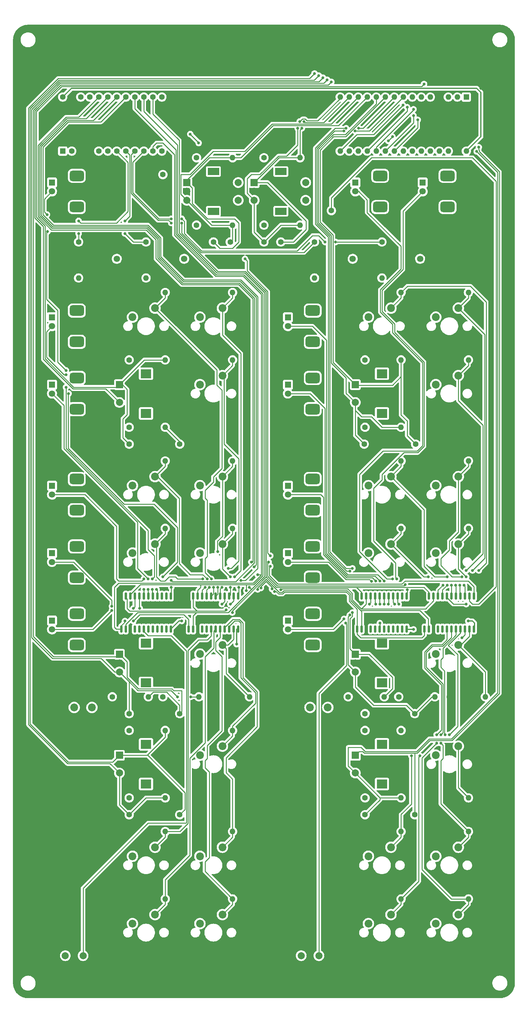
<source format=gtl>
G04 #@! TF.GenerationSoftware,KiCad,Pcbnew,(6.0.2)*
G04 #@! TF.CreationDate,2023-01-10T12:41:57+01:00*
G04 #@! TF.ProjectId,brutalist_01,62727574-616c-4697-9374-5f30312e6b69,00*
G04 #@! TF.SameCoordinates,Original*
G04 #@! TF.FileFunction,Copper,L1,Top*
G04 #@! TF.FilePolarity,Positive*
%FSLAX46Y46*%
G04 Gerber Fmt 4.6, Leading zero omitted, Abs format (unit mm)*
G04 Created by KiCad (PCBNEW (6.0.2)) date 2023-01-10 12:41:57*
%MOMM*%
%LPD*%
G01*
G04 APERTURE LIST*
G04 Aperture macros list*
%AMRoundRect*
0 Rectangle with rounded corners*
0 $1 Rounding radius*
0 $2 $3 $4 $5 $6 $7 $8 $9 X,Y pos of 4 corners*
0 Add a 4 corners polygon primitive as box body*
4,1,4,$2,$3,$4,$5,$6,$7,$8,$9,$2,$3,0*
0 Add four circle primitives for the rounded corners*
1,1,$1+$1,$2,$3*
1,1,$1+$1,$4,$5*
1,1,$1+$1,$6,$7*
1,1,$1+$1,$8,$9*
0 Add four rect primitives between the rounded corners*
20,1,$1+$1,$2,$3,$4,$5,0*
20,1,$1+$1,$4,$5,$6,$7,0*
20,1,$1+$1,$6,$7,$8,$9,0*
20,1,$1+$1,$8,$9,$2,$3,0*%
G04 Aperture macros list end*
G04 #@! TA.AperFunction,ComponentPad*
%ADD10C,1.600000*%
G04 #@! TD*
G04 #@! TA.AperFunction,ComponentPad*
%ADD11O,1.600000X1.600000*%
G04 #@! TD*
G04 #@! TA.AperFunction,ComponentPad*
%ADD12C,2.200000*%
G04 #@! TD*
G04 #@! TA.AperFunction,ComponentPad*
%ADD13R,1.800000X1.800000*%
G04 #@! TD*
G04 #@! TA.AperFunction,ComponentPad*
%ADD14C,1.800000*%
G04 #@! TD*
G04 #@! TA.AperFunction,ComponentPad*
%ADD15C,2.000000*%
G04 #@! TD*
G04 #@! TA.AperFunction,ComponentPad*
%ADD16RoundRect,0.750000X-1.250000X-0.750000X1.250000X-0.750000X1.250000X0.750000X-1.250000X0.750000X0*%
G04 #@! TD*
G04 #@! TA.AperFunction,ComponentPad*
%ADD17R,2.000000X2.000000*%
G04 #@! TD*
G04 #@! TA.AperFunction,ComponentPad*
%ADD18R,3.000000X2.500000*%
G04 #@! TD*
G04 #@! TA.AperFunction,SMDPad,CuDef*
%ADD19RoundRect,0.150000X-0.150000X0.875000X-0.150000X-0.875000X0.150000X-0.875000X0.150000X0.875000X0*%
G04 #@! TD*
G04 #@! TA.AperFunction,ComponentPad*
%ADD20R,1.600000X1.600000*%
G04 #@! TD*
G04 #@! TA.AperFunction,ComponentPad*
%ADD21R,3.200000X2.000000*%
G04 #@! TD*
G04 #@! TA.AperFunction,ViaPad*
%ADD22C,0.800000*%
G04 #@! TD*
G04 #@! TA.AperFunction,Conductor*
%ADD23C,0.350000*%
G04 #@! TD*
G04 #@! TA.AperFunction,Conductor*
%ADD24C,0.250000*%
G04 #@! TD*
G04 APERTURE END LIST*
D10*
X147250000Y-118750000D03*
X147250000Y-123750000D03*
X128250000Y-95000000D03*
D11*
X138410000Y-95000000D03*
D10*
X133000000Y-118750000D03*
X133000000Y-123750000D03*
D12*
X116540000Y-184920000D03*
X110190000Y-187460000D03*
X135540000Y-184920000D03*
X129190000Y-187460000D03*
D13*
X169730000Y-123500000D03*
D14*
X172270000Y-123500000D03*
D10*
X137750000Y-118750000D03*
X137750000Y-123750000D03*
D15*
X93750000Y-320000000D03*
X91250000Y-320000000D03*
D12*
X93750000Y-250000000D03*
D15*
X98750000Y-320000000D03*
X96250000Y-320000000D03*
D12*
X98750000Y-250000000D03*
D13*
X87500000Y-225500000D03*
D14*
X87500000Y-228000000D03*
X87500000Y-230500000D03*
D16*
X94500000Y-232400000D03*
X94500000Y-223600000D03*
D10*
X175750000Y-275500000D03*
D11*
X185910000Y-275500000D03*
D10*
X175750000Y-199500000D03*
D11*
X185910000Y-199500000D03*
D10*
X128250000Y-199500000D03*
D11*
X138410000Y-199500000D03*
D10*
X104500000Y-247000000D03*
D11*
X114660000Y-247000000D03*
D12*
X135540000Y-289420000D03*
X129190000Y-291960000D03*
D17*
X106500000Y-159000000D03*
D15*
X106500000Y-164000000D03*
X106500000Y-161500000D03*
D18*
X114000000Y-167100000D03*
X114000000Y-155900000D03*
D13*
X188730000Y-123500000D03*
D14*
X191270000Y-123500000D03*
D10*
X109250000Y-171000000D03*
D11*
X119410000Y-171000000D03*
D12*
X135540000Y-137420000D03*
X129190000Y-139960000D03*
D10*
X109250000Y-285000000D03*
D11*
X119410000Y-285000000D03*
D13*
X87500000Y-206500000D03*
D14*
X87500000Y-209000000D03*
X87500000Y-211500000D03*
D16*
X94500000Y-213400000D03*
X94500000Y-204600000D03*
D17*
X173000000Y-263500000D03*
D15*
X173000000Y-268500000D03*
X173000000Y-266000000D03*
D18*
X180500000Y-271600000D03*
X180500000Y-260400000D03*
D10*
X171000000Y-247000000D03*
D11*
X181160000Y-247000000D03*
D10*
X109250000Y-251750000D03*
X114250000Y-251750000D03*
D12*
X135540000Y-232420000D03*
X129190000Y-234960000D03*
D10*
X194750000Y-275500000D03*
D11*
X204910000Y-275500000D03*
D15*
X160250000Y-320000000D03*
X157750000Y-320000000D03*
D12*
X160250000Y-250000000D03*
D15*
X165250000Y-320000000D03*
X162750000Y-320000000D03*
D12*
X165250000Y-250000000D03*
D10*
X109250000Y-180500000D03*
D11*
X119410000Y-180500000D03*
D10*
X128250000Y-152000000D03*
D11*
X138410000Y-152000000D03*
D10*
X194750000Y-304000000D03*
D11*
X204910000Y-304000000D03*
D12*
X116540000Y-137420000D03*
X110190000Y-139960000D03*
D10*
X175750000Y-304000000D03*
D11*
X185910000Y-304000000D03*
D13*
X87500000Y-140000000D03*
D14*
X87500000Y-142500000D03*
X87500000Y-145000000D03*
D16*
X94500000Y-138100000D03*
X94500000Y-146900000D03*
D10*
X147250000Y-95000000D03*
D11*
X157410000Y-95000000D03*
D10*
X189750000Y-251750000D03*
X194750000Y-251750000D03*
X175750000Y-152000000D03*
D11*
X185910000Y-152000000D03*
D10*
X123500000Y-251750000D03*
X128500000Y-251750000D03*
D19*
X120985000Y-218600000D03*
X119715000Y-218600000D03*
X118445000Y-218600000D03*
X117175000Y-218600000D03*
X115905000Y-218600000D03*
X114635000Y-218600000D03*
X113365000Y-218600000D03*
X112095000Y-218600000D03*
X110825000Y-218600000D03*
X109555000Y-218600000D03*
X108285000Y-218600000D03*
X107015000Y-218600000D03*
X107015000Y-227900000D03*
X108285000Y-227900000D03*
X109555000Y-227900000D03*
X110825000Y-227900000D03*
X112095000Y-227900000D03*
X113365000Y-227900000D03*
X114635000Y-227900000D03*
X115905000Y-227900000D03*
X117175000Y-227900000D03*
X118445000Y-227900000D03*
X119715000Y-227900000D03*
X120985000Y-227900000D03*
D12*
X135540000Y-308420000D03*
X129190000Y-310960000D03*
D10*
X133000000Y-247000000D03*
D11*
X143160000Y-247000000D03*
D10*
X128250000Y-285000000D03*
D11*
X138410000Y-285000000D03*
D10*
X109250000Y-280250000D03*
X114250000Y-280250000D03*
D12*
X202040000Y-232420000D03*
X195690000Y-234960000D03*
D10*
X128250000Y-304000000D03*
D11*
X138410000Y-304000000D03*
D10*
X123500000Y-280250000D03*
X128500000Y-280250000D03*
D13*
X154000000Y-140000000D03*
D14*
X154000000Y-142500000D03*
X154000000Y-145000000D03*
D16*
X161000000Y-146900000D03*
X161000000Y-138100000D03*
D10*
X175750000Y-251750000D03*
X180750000Y-251750000D03*
D20*
X90530000Y-93120000D03*
D10*
X93070000Y-93120000D03*
X95610000Y-93120000D03*
X98150000Y-93120000D03*
X100690000Y-93120000D03*
X103230000Y-93120000D03*
X105770000Y-93120000D03*
X108310000Y-93120000D03*
X110850000Y-93120000D03*
X113390000Y-93120000D03*
X115930000Y-93120000D03*
X118470000Y-93120000D03*
X118470000Y-77880000D03*
X115930000Y-77880000D03*
X113390000Y-77880000D03*
X110850000Y-77880000D03*
X108310000Y-77880000D03*
X105770000Y-77880000D03*
X103230000Y-77880000D03*
X100690000Y-77880000D03*
X98150000Y-77880000D03*
X95610000Y-77880000D03*
X93070000Y-77880000D03*
X90530000Y-77880000D03*
D12*
X202040000Y-184920000D03*
X195690000Y-187460000D03*
D10*
X152000000Y-118750000D03*
X152000000Y-123750000D03*
X194750000Y-152000000D03*
D11*
X204910000Y-152000000D03*
D10*
X128250000Y-180500000D03*
D11*
X138410000Y-180500000D03*
D13*
X87500000Y-187500000D03*
D14*
X87500000Y-190000000D03*
X87500000Y-192500000D03*
D16*
X94500000Y-185600000D03*
X94500000Y-194400000D03*
D10*
X175750000Y-285000000D03*
D11*
X185910000Y-285000000D03*
D10*
X109250000Y-199500000D03*
D11*
X119410000Y-199500000D03*
D10*
X194750000Y-133000000D03*
D11*
X204910000Y-133000000D03*
D10*
X128250000Y-133000000D03*
D11*
X138410000Y-133000000D03*
D12*
X135540000Y-156420000D03*
X129190000Y-158960000D03*
D13*
X87500000Y-159000000D03*
D14*
X87500000Y-161500000D03*
X87500000Y-164000000D03*
D16*
X94500000Y-157100000D03*
X94500000Y-165900000D03*
D10*
X180500000Y-118750000D03*
D11*
X180500000Y-128910000D03*
D10*
X175750000Y-133000000D03*
D11*
X185910000Y-133000000D03*
D10*
X109250000Y-304000000D03*
D11*
X119410000Y-304000000D03*
D10*
X199500000Y-247000000D03*
D11*
X209660000Y-247000000D03*
D12*
X183040000Y-289420000D03*
X176690000Y-291960000D03*
D10*
X194750000Y-199500000D03*
D11*
X204910000Y-199500000D03*
D12*
X202040000Y-137420000D03*
X195690000Y-139960000D03*
D13*
X122230000Y-123500000D03*
D14*
X124770000Y-123500000D03*
D12*
X202040000Y-203920000D03*
X195690000Y-206460000D03*
D17*
X106500000Y-263500000D03*
D15*
X106500000Y-268500000D03*
X106500000Y-266000000D03*
D18*
X114000000Y-260400000D03*
X114000000Y-271600000D03*
D13*
X103230000Y-123500000D03*
D14*
X105770000Y-123500000D03*
D12*
X202040000Y-260920000D03*
X195690000Y-263460000D03*
X202040000Y-308420000D03*
X195690000Y-310960000D03*
D10*
X109250000Y-275500000D03*
D11*
X119410000Y-275500000D03*
D12*
X116540000Y-289420000D03*
X110190000Y-291960000D03*
D10*
X118750000Y-99750000D03*
D11*
X118750000Y-109910000D03*
D12*
X135540000Y-203920000D03*
X129190000Y-206460000D03*
D17*
X125500000Y-102000000D03*
D15*
X125500000Y-107000000D03*
X125500000Y-104500000D03*
D21*
X133000000Y-98900000D03*
X133000000Y-110100000D03*
D15*
X140000000Y-107000000D03*
X140000000Y-102000000D03*
D10*
X128250000Y-256500000D03*
D11*
X138410000Y-256500000D03*
X185910000Y-171000000D03*
D10*
X175750000Y-171000000D03*
D12*
X202040000Y-156420000D03*
X195690000Y-158960000D03*
D20*
X204300000Y-77890000D03*
D11*
X201760000Y-77890000D03*
X199220000Y-77890000D03*
X196680000Y-77890000D03*
X194140000Y-77890000D03*
X191600000Y-77890000D03*
X189060000Y-77890000D03*
X186520000Y-77890000D03*
X183980000Y-77890000D03*
X181440000Y-77890000D03*
X178900000Y-77890000D03*
X176360000Y-77890000D03*
X173820000Y-77890000D03*
X171280000Y-77890000D03*
X168740000Y-77890000D03*
X168740000Y-93130000D03*
X171280000Y-93130000D03*
X173820000Y-93130000D03*
X176360000Y-93130000D03*
X178900000Y-93130000D03*
X181440000Y-93130000D03*
X183980000Y-93130000D03*
X186520000Y-93130000D03*
X189060000Y-93130000D03*
X191600000Y-93130000D03*
X194140000Y-93130000D03*
X196680000Y-93130000D03*
X199220000Y-93130000D03*
X201760000Y-93130000D03*
X204300000Y-93130000D03*
D12*
X183040000Y-203920000D03*
X176690000Y-206460000D03*
D10*
X175750000Y-280250000D03*
X180750000Y-280250000D03*
X128250000Y-114000000D03*
D11*
X138410000Y-114000000D03*
D13*
X154000000Y-225500000D03*
D14*
X154000000Y-228000000D03*
X154000000Y-230500000D03*
D16*
X161000000Y-232400000D03*
X161000000Y-223600000D03*
D12*
X183040000Y-137420000D03*
X176690000Y-139960000D03*
D10*
X123500000Y-175750000D03*
X128500000Y-175750000D03*
X190000000Y-175750000D03*
X195000000Y-175750000D03*
D17*
X144500000Y-102000000D03*
D15*
X144500000Y-107000000D03*
X144500000Y-104500000D03*
D21*
X152000000Y-110100000D03*
X152000000Y-98900000D03*
D15*
X159000000Y-107000000D03*
X159000000Y-102000000D03*
D10*
X109250000Y-133000000D03*
D11*
X119410000Y-133000000D03*
D12*
X183040000Y-184920000D03*
X176690000Y-187460000D03*
D10*
X175750000Y-180500000D03*
D11*
X185910000Y-180500000D03*
D10*
X109250000Y-256500000D03*
D11*
X119410000Y-256500000D03*
D17*
X173000000Y-159000000D03*
D15*
X173000000Y-164000000D03*
X173000000Y-161500000D03*
D18*
X180500000Y-155900000D03*
X180500000Y-167100000D03*
D12*
X202040000Y-289420000D03*
X195690000Y-291960000D03*
D13*
X192000000Y-102000000D03*
D14*
X192000000Y-104500000D03*
X192000000Y-107000000D03*
D16*
X199000000Y-108900000D03*
X199000000Y-100100000D03*
D10*
X189750000Y-280250000D03*
X194750000Y-280250000D03*
D13*
X87500000Y-102000000D03*
D14*
X87500000Y-104500000D03*
X87500000Y-107000000D03*
D16*
X94500000Y-100100000D03*
X94500000Y-108900000D03*
D13*
X154000000Y-206500000D03*
D14*
X154000000Y-209000000D03*
X154000000Y-211500000D03*
D16*
X161000000Y-213400000D03*
X161000000Y-204600000D03*
D13*
X154000000Y-159000000D03*
D14*
X154000000Y-161500000D03*
X154000000Y-164000000D03*
D16*
X161000000Y-165900000D03*
X161000000Y-157100000D03*
D10*
X194750000Y-285000000D03*
D11*
X204910000Y-285000000D03*
D10*
X109250000Y-175750000D03*
X114250000Y-175750000D03*
X95000000Y-118750000D03*
D11*
X95000000Y-128910000D03*
D10*
X166250000Y-109910000D03*
D11*
X166250000Y-99750000D03*
D13*
X173000000Y-102000000D03*
D14*
X173000000Y-104500000D03*
X173000000Y-107000000D03*
D16*
X180000000Y-108900000D03*
X180000000Y-100100000D03*
D10*
X161500000Y-118750000D03*
D11*
X161500000Y-128910000D03*
D19*
X206485000Y-218600000D03*
X205215000Y-218600000D03*
X203945000Y-218600000D03*
X202675000Y-218600000D03*
X201405000Y-218600000D03*
X200135000Y-218600000D03*
X198865000Y-218600000D03*
X197595000Y-218600000D03*
X196325000Y-218600000D03*
X195055000Y-218600000D03*
X193785000Y-218600000D03*
X192515000Y-218600000D03*
X192515000Y-227900000D03*
X193785000Y-227900000D03*
X195055000Y-227900000D03*
X196325000Y-227900000D03*
X197595000Y-227900000D03*
X198865000Y-227900000D03*
X200135000Y-227900000D03*
X201405000Y-227900000D03*
X202675000Y-227900000D03*
X203945000Y-227900000D03*
X205215000Y-227900000D03*
X206485000Y-227900000D03*
D12*
X116540000Y-308420000D03*
X110190000Y-310960000D03*
X116540000Y-203920000D03*
X110190000Y-206460000D03*
D17*
X106500000Y-235000000D03*
D15*
X106500000Y-240000000D03*
X106500000Y-237500000D03*
D18*
X114000000Y-231900000D03*
X114000000Y-243100000D03*
D10*
X118750000Y-247000000D03*
D11*
X128910000Y-247000000D03*
D13*
X154000000Y-187500000D03*
D14*
X154000000Y-190000000D03*
X154000000Y-192500000D03*
D16*
X161000000Y-185600000D03*
X161000000Y-194400000D03*
D19*
X187485000Y-218600000D03*
X186215000Y-218600000D03*
X184945000Y-218600000D03*
X183675000Y-218600000D03*
X182405000Y-218600000D03*
X181135000Y-218600000D03*
X179865000Y-218600000D03*
X178595000Y-218600000D03*
X177325000Y-218600000D03*
X176055000Y-218600000D03*
X174785000Y-218600000D03*
X173515000Y-218600000D03*
X173515000Y-227900000D03*
X174785000Y-227900000D03*
X176055000Y-227900000D03*
X177325000Y-227900000D03*
X178595000Y-227900000D03*
X179865000Y-227900000D03*
X181135000Y-227900000D03*
X182405000Y-227900000D03*
X183675000Y-227900000D03*
X184945000Y-227900000D03*
X186215000Y-227900000D03*
X187485000Y-227900000D03*
D17*
X173000000Y-235000000D03*
D15*
X173000000Y-240000000D03*
X173000000Y-237500000D03*
D18*
X180500000Y-231900000D03*
X180500000Y-243100000D03*
D10*
X114000000Y-118750000D03*
D11*
X114000000Y-128910000D03*
D10*
X109250000Y-152000000D03*
D11*
X119410000Y-152000000D03*
D10*
X175500000Y-175750000D03*
X180500000Y-175750000D03*
X175750000Y-256500000D03*
D11*
X185910000Y-256500000D03*
D12*
X183040000Y-308420000D03*
X176690000Y-310960000D03*
D19*
X139985000Y-218600000D03*
X138715000Y-218600000D03*
X137445000Y-218600000D03*
X136175000Y-218600000D03*
X134905000Y-218600000D03*
X133635000Y-218600000D03*
X132365000Y-218600000D03*
X131095000Y-218600000D03*
X129825000Y-218600000D03*
X128555000Y-218600000D03*
X127285000Y-218600000D03*
X126015000Y-218600000D03*
X126015000Y-227900000D03*
X127285000Y-227900000D03*
X128555000Y-227900000D03*
X129825000Y-227900000D03*
X131095000Y-227900000D03*
X132365000Y-227900000D03*
X133635000Y-227900000D03*
X134905000Y-227900000D03*
X136175000Y-227900000D03*
X137445000Y-227900000D03*
X138715000Y-227900000D03*
X139985000Y-227900000D03*
D10*
X185250000Y-247000000D03*
D11*
X195410000Y-247000000D03*
D10*
X147250000Y-114000000D03*
D11*
X157410000Y-114000000D03*
D10*
X194750000Y-180500000D03*
D11*
X204910000Y-180500000D03*
D12*
X135540000Y-260920000D03*
X129190000Y-263460000D03*
D22*
X81343750Y-73031250D03*
X106875000Y-320625000D03*
X206625000Y-320625000D03*
X207812500Y-266000000D03*
X206625000Y-77187500D03*
X208406250Y-75406250D03*
X160312500Y-70656250D03*
X180500000Y-266000000D03*
X181093750Y-237500000D03*
X180500000Y-104500000D03*
X199500000Y-104500000D03*
X160312500Y-285000000D03*
X95000000Y-285000000D03*
X114000000Y-237500000D03*
X124093750Y-229187500D03*
X124093750Y-218500000D03*
X108656250Y-216125000D03*
X112812500Y-203656250D03*
X154375000Y-136562500D03*
X154375000Y-103312500D03*
X135968750Y-102718750D03*
X193562500Y-86093750D03*
X201875000Y-84906250D03*
X108656250Y-84312500D03*
X95000000Y-161500000D03*
X114000000Y-161500000D03*
X154375000Y-184656250D03*
X156750000Y-186437500D03*
X156750000Y-230968750D03*
X190593750Y-220875000D03*
X190593750Y-224437500D03*
X174562500Y-220875000D03*
X168625000Y-159718750D03*
X204843750Y-225625000D03*
X189406250Y-228000000D03*
X139531250Y-232156250D03*
X124093750Y-225625000D03*
X126468750Y-88338000D03*
X128843750Y-90843750D03*
X137750000Y-220875000D03*
X141906250Y-123500000D03*
X149031250Y-207218750D03*
X135375000Y-220875000D03*
X134187500Y-206031250D03*
X134187500Y-216125000D03*
X138937500Y-213156250D03*
X135375000Y-216125000D03*
X137156250Y-210781250D03*
X133000000Y-216125000D03*
X132406250Y-213750000D03*
X86093750Y-111031250D03*
X86224500Y-115781250D03*
X91437500Y-154968750D03*
X92162000Y-161500000D03*
X116968750Y-216718750D03*
X118750000Y-213156250D03*
X115781250Y-216718750D03*
X115781250Y-213750000D03*
X91437500Y-156156250D03*
X91437500Y-159718750D03*
X131812500Y-216125000D03*
X131218750Y-213750000D03*
X130625000Y-216125000D03*
X130031250Y-213750000D03*
X137750000Y-213156250D03*
X137750000Y-216125000D03*
X114593750Y-216718750D03*
X114593750Y-213750000D03*
X113406250Y-216718750D03*
X113406250Y-213750000D03*
X104369250Y-221468750D03*
X112218750Y-222062500D03*
X110437500Y-222062500D03*
X104369250Y-222656250D03*
X122906250Y-247000000D03*
X126599500Y-247000000D03*
X110437500Y-225625000D03*
X108062500Y-225625000D03*
X177531250Y-214474500D03*
X178718750Y-220875000D03*
X178718750Y-214343750D03*
X179906250Y-220875000D03*
X179906250Y-214343750D03*
X181093750Y-220875000D03*
X181093750Y-214343750D03*
X182281250Y-220875000D03*
X183468750Y-213750000D03*
X184062500Y-220875000D03*
X185250000Y-220875000D03*
X184656250Y-213750000D03*
X193562500Y-213156250D03*
X197718750Y-215531250D03*
X198906250Y-213156250D03*
X198906250Y-215531250D03*
X204250000Y-220875000D03*
X207812500Y-211375000D03*
X206031250Y-211375000D03*
X200093750Y-215531250D03*
X204250000Y-211375000D03*
X201281250Y-215531250D03*
X203062500Y-213156250D03*
X202468750Y-215531250D03*
X203656250Y-215531250D03*
X204250000Y-213156250D03*
X203061451Y-230373951D03*
X195937500Y-257687500D03*
X188812500Y-263625000D03*
X197125000Y-257687500D03*
X191187500Y-263625000D03*
X198312500Y-257687500D03*
X195937500Y-260062500D03*
X199500000Y-257687500D03*
X197125000Y-260062500D03*
X176937500Y-220875000D03*
X169812500Y-225031250D03*
X179906250Y-226218750D03*
X170275500Y-226218750D03*
X121125000Y-112218750D03*
X124093750Y-112218750D03*
X164468750Y-118750000D03*
X167437500Y-118750000D03*
X124093750Y-113406250D03*
X121125000Y-113406250D03*
X108062500Y-112812500D03*
X108062500Y-116375000D03*
X95000000Y-112812500D03*
X95000000Y-116375000D03*
X190593750Y-84312500D03*
X161500000Y-71250000D03*
X162687500Y-71843750D03*
X189406250Y-83125000D03*
X189406250Y-81343750D03*
X163875000Y-72437500D03*
X187625000Y-80750000D03*
X165062500Y-73031250D03*
X166250000Y-73625000D03*
X186437500Y-80156250D03*
X192375000Y-74218750D03*
X207812500Y-92031250D03*
X207218750Y-93218750D03*
X172187500Y-223250000D03*
X172187500Y-210781250D03*
X169772703Y-87460561D03*
X172927299Y-87427299D03*
X171463000Y-223956755D03*
X171463000Y-211554311D03*
X173968750Y-86687500D03*
X170406250Y-86687500D03*
X157343750Y-84775500D03*
X156750000Y-86687500D03*
X158531250Y-84775500D03*
X157937500Y-86687500D03*
X183472924Y-89058326D03*
X182281250Y-90250000D03*
X140125000Y-216125000D03*
X140718750Y-214213000D03*
X144454706Y-210360956D03*
X149031250Y-210187500D03*
X187625000Y-216849500D03*
X148568250Y-209000000D03*
X143687500Y-209000000D03*
X187031250Y-215400500D03*
X121125000Y-216125000D03*
X121125000Y-214213000D03*
X150218750Y-217312500D03*
X145468750Y-212562500D03*
X152000000Y-216849500D03*
X149511995Y-216588000D03*
X146390438Y-216311846D03*
X142284576Y-217097076D03*
X145468750Y-216718750D03*
X143093750Y-216125000D03*
X136562500Y-222525500D03*
X138343750Y-223250000D03*
D23*
X206031250Y-225625000D02*
X204843750Y-225625000D01*
X206625000Y-226218750D02*
X206031250Y-225625000D01*
X206625000Y-227263217D02*
X206625000Y-226218750D01*
X206485000Y-227403217D02*
X206625000Y-227263217D01*
X189406250Y-228000000D02*
X187585000Y-228000000D01*
X139531250Y-228000000D02*
X139531250Y-232156250D01*
X139631250Y-227900000D02*
X139531250Y-228000000D01*
X139985000Y-227900000D02*
X139631250Y-227900000D01*
X123260000Y-225625000D02*
X124093750Y-225625000D01*
X120985000Y-227900000D02*
X123260000Y-225625000D01*
X128843750Y-90713000D02*
X128843750Y-90843750D01*
X126468750Y-88338000D02*
X128843750Y-90713000D01*
D24*
X148293270Y-206480770D02*
X149031250Y-207218750D01*
X148293270Y-132729868D02*
X148293270Y-206480770D01*
X142500000Y-124093750D02*
X142500000Y-126936598D01*
X141906250Y-123500000D02*
X142500000Y-124093750D01*
X142500000Y-126936598D02*
X148293270Y-132729868D01*
X138715000Y-219910000D02*
X138715000Y-218600000D01*
X137750000Y-220875000D02*
X138715000Y-219910000D01*
X136175000Y-220075000D02*
X136175000Y-218600000D01*
X135375000Y-220875000D02*
X136175000Y-220075000D01*
X134115489Y-203134511D02*
X134115489Y-205959239D01*
X135540000Y-201710000D02*
X134115489Y-203134511D01*
X134115489Y-205959239D02*
X134187500Y-206031250D01*
X135540000Y-184920000D02*
X135540000Y-201710000D01*
X134905000Y-216595000D02*
X134905000Y-218600000D01*
X135375000Y-216125000D02*
X134905000Y-216595000D01*
X134187500Y-218047500D02*
X133635000Y-218600000D01*
X134187500Y-216125000D02*
X134187500Y-218047500D01*
X135540000Y-145040000D02*
X140718750Y-150218750D01*
X140718750Y-211375000D02*
X138937500Y-213156250D01*
X135540000Y-137420000D02*
X135540000Y-145040000D01*
X140718750Y-150218750D02*
X140718750Y-211375000D01*
X138030485Y-210781250D02*
X137156250Y-210781250D01*
X140125000Y-208686735D02*
X138030485Y-210781250D01*
X140125000Y-179906250D02*
X140125000Y-208686735D01*
X135968750Y-175750000D02*
X140125000Y-179906250D01*
X135968750Y-156848750D02*
X135968750Y-175750000D01*
X130625479Y-211969229D02*
X132406250Y-213750000D01*
X130625479Y-208016440D02*
X130625479Y-211969229D01*
X131218750Y-207423169D02*
X130625479Y-208016440D01*
X131218750Y-191576831D02*
X131218750Y-207423169D01*
X130625479Y-188812021D02*
X130625479Y-190983560D01*
X133000000Y-184953125D02*
X133000000Y-186437500D01*
X135374521Y-182578604D02*
X133000000Y-184953125D01*
X135374521Y-160516440D02*
X135374521Y-182578604D01*
X133983560Y-154863560D02*
X133983560Y-159125479D01*
X133983560Y-159125479D02*
X135374521Y-160516440D01*
X116540000Y-137420000D02*
X133983560Y-154863560D01*
X130625479Y-190983560D02*
X131218750Y-191576831D01*
X133000000Y-186437500D02*
X130625479Y-188812021D01*
X133000000Y-217965000D02*
X132365000Y-218600000D01*
X133000000Y-216125000D02*
X133000000Y-217965000D01*
X130031250Y-212562500D02*
X131218750Y-213750000D01*
X123355770Y-209449520D02*
X126468750Y-212562500D01*
X123355770Y-191043270D02*
X123355770Y-209449520D01*
X126468750Y-212562500D02*
X130031250Y-212562500D01*
X117232500Y-184920000D02*
X123355770Y-191043270D01*
X85355770Y-110293270D02*
X85355770Y-106644230D01*
X86093750Y-111031250D02*
X85355770Y-110293270D01*
X85355770Y-106644230D02*
X87500000Y-104500000D01*
X89062500Y-138046875D02*
X89062500Y-152593750D01*
X89062500Y-152593750D02*
X91437500Y-154968750D01*
X85949520Y-116056230D02*
X85949520Y-134933895D01*
X85949520Y-134933895D02*
X89062500Y-138046875D01*
X86224500Y-115781250D02*
X85949520Y-116056230D01*
X90843750Y-156156250D02*
X91437500Y-156156250D01*
X85949520Y-151262020D02*
X90843750Y-156156250D01*
X85949520Y-144050480D02*
X85949520Y-151262020D01*
X87500000Y-142500000D02*
X85949520Y-144050480D01*
X92031250Y-176895532D02*
X92031250Y-161630750D01*
X116291666Y-192650891D02*
X107786609Y-192650891D01*
X92031250Y-161630750D02*
X92162000Y-161500000D01*
X122906250Y-199265475D02*
X116291666Y-192650891D01*
X107786609Y-192650891D02*
X92031250Y-176895532D01*
X118750000Y-213156250D02*
X122906250Y-209000000D01*
X122906250Y-209000000D02*
X122906250Y-199265475D01*
X117175000Y-216925000D02*
X116968750Y-216718750D01*
X117175000Y-218600000D02*
X117175000Y-216925000D01*
X116374521Y-213156729D02*
X115781250Y-213750000D01*
X116374521Y-207218271D02*
X116374521Y-213156729D01*
X114593750Y-200093750D02*
X114593750Y-205437500D01*
X91437500Y-176937500D02*
X114593750Y-200093750D01*
X114593750Y-205437500D02*
X116374521Y-207218271D01*
X91437500Y-159718750D02*
X91437500Y-176937500D01*
X90843750Y-176979468D02*
X111625479Y-197761197D01*
X90843750Y-164843750D02*
X90843750Y-176979468D01*
X87500000Y-161500000D02*
X90843750Y-164843750D01*
X111625479Y-197761197D02*
X111625479Y-210781729D01*
X111625479Y-210781729D02*
X114593750Y-213750000D01*
X115781250Y-216718750D02*
X115781250Y-218476250D01*
X131095000Y-216842500D02*
X131095000Y-218600000D01*
X131812500Y-216125000D02*
X131095000Y-216842500D01*
X122906250Y-213750000D02*
X130031250Y-213750000D01*
X120531250Y-213156250D02*
X122312500Y-213156250D01*
X116968750Y-213156250D02*
X118156250Y-214343750D01*
X122312500Y-213156250D02*
X122906250Y-213750000D01*
X116968750Y-204348750D02*
X116968750Y-213156250D01*
X118156250Y-214343750D02*
X119343750Y-214343750D01*
X119343750Y-214343750D02*
X120531250Y-213156250D01*
X129825000Y-216925000D02*
X129825000Y-218600000D01*
X130625000Y-216125000D02*
X129825000Y-216925000D01*
X137750000Y-216125000D02*
X137750000Y-218295000D01*
X137750000Y-218295000D02*
X137445000Y-218600000D01*
X135540000Y-210946250D02*
X137750000Y-213156250D01*
X135540000Y-203920000D02*
X135540000Y-210946250D01*
X114593750Y-216718750D02*
X114593750Y-218558750D01*
X106281250Y-214343750D02*
X112812500Y-214343750D01*
X96781250Y-190000000D02*
X105687500Y-198906250D01*
X105687500Y-213750000D02*
X106281250Y-214343750D01*
X87500000Y-190000000D02*
X96781250Y-190000000D01*
X105687500Y-198906250D02*
X105687500Y-213750000D01*
X112812500Y-214343750D02*
X113406250Y-213750000D01*
X113406250Y-216718750D02*
X113406250Y-218558750D01*
X112095000Y-221938750D02*
X112095000Y-218600000D01*
X104369250Y-219749650D02*
X104369250Y-221468750D01*
X87500000Y-209000000D02*
X93619600Y-209000000D01*
X112218750Y-222062500D02*
X112095000Y-221938750D01*
X93619600Y-209000000D02*
X104369250Y-219749650D01*
X110825000Y-221675000D02*
X110825000Y-218600000D01*
X99025500Y-228000000D02*
X104369250Y-222656250D01*
X87500000Y-228000000D02*
X99025500Y-228000000D01*
X110437500Y-222062500D02*
X110825000Y-221675000D01*
X109394230Y-222800480D02*
X128394230Y-222800480D01*
X108656250Y-222062500D02*
X109394230Y-222800480D01*
X108285000Y-219026072D02*
X108656250Y-219397322D01*
X108656250Y-219397322D02*
X108656250Y-222062500D01*
X119410000Y-134550000D02*
X119410000Y-133000000D01*
X116540000Y-137420000D02*
X119410000Y-134550000D01*
X138410000Y-134550000D02*
X138410000Y-133000000D01*
X135540000Y-137420000D02*
X138410000Y-134550000D01*
X138410000Y-153550000D02*
X138410000Y-152000000D01*
X135540000Y-156420000D02*
X138410000Y-153550000D01*
X119410000Y-182050000D02*
X119410000Y-180500000D01*
X116540000Y-184920000D02*
X119410000Y-182050000D01*
X138410000Y-182050000D02*
X138410000Y-180500000D01*
X135540000Y-184920000D02*
X138410000Y-182050000D01*
X119410000Y-201050000D02*
X119410000Y-199500000D01*
X116540000Y-203920000D02*
X119410000Y-201050000D01*
X138410000Y-201050000D02*
X138410000Y-199500000D01*
X135540000Y-203920000D02*
X138410000Y-201050000D01*
X119410000Y-298590000D02*
X119410000Y-304000000D01*
X126324520Y-264310916D02*
X126324520Y-291675480D01*
X133144230Y-233199520D02*
X130625479Y-235718271D01*
X130625479Y-235718271D02*
X130625479Y-260009957D01*
X130625479Y-260009957D02*
X126324520Y-264310916D01*
X133144230Y-228390770D02*
X133144230Y-233199520D01*
X133635000Y-227900000D02*
X133144230Y-228390770D01*
X126324520Y-291675480D02*
X119410000Y-298590000D01*
X124975960Y-278774040D02*
X123500000Y-280250000D01*
X124975960Y-274007210D02*
X124975960Y-278774040D01*
X106500000Y-263500000D02*
X114468750Y-263500000D01*
X114468750Y-263500000D02*
X124975960Y-274007210D01*
X121125000Y-229781250D02*
X114593750Y-229781250D01*
X125425480Y-234081730D02*
X121125000Y-229781250D01*
X125281249Y-282625000D02*
X125425480Y-282480769D01*
X125425480Y-282480769D02*
X125425480Y-234081730D01*
X114593750Y-282625000D02*
X125281249Y-282625000D01*
X96250000Y-320000000D02*
X96250000Y-300968750D01*
X96250000Y-300968750D02*
X114593750Y-282625000D01*
X114593750Y-229781250D02*
X113365000Y-228552500D01*
X132365000Y-229822500D02*
X132365000Y-227900000D01*
X128843750Y-230968750D02*
X131218750Y-230968750D01*
X125875000Y-282666967D02*
X125875000Y-233937500D01*
X125875000Y-233937500D02*
X128843750Y-230968750D01*
X123541967Y-285000000D02*
X125875000Y-282666967D01*
X131218750Y-230968750D02*
X132365000Y-229822500D01*
X119410000Y-285000000D02*
X123541967Y-285000000D01*
X130625479Y-296215479D02*
X138410000Y-304000000D01*
X130625479Y-293516440D02*
X130625479Y-296215479D01*
X131812500Y-292329419D02*
X130625479Y-293516440D01*
X131812500Y-268170581D02*
X131812500Y-292329419D01*
X130625479Y-266983560D02*
X131812500Y-268170581D01*
X130625479Y-265016440D02*
X130625479Y-266983560D01*
X135374521Y-256571458D02*
X131218750Y-260727229D01*
X135374521Y-235718271D02*
X135374521Y-256571458D01*
X131218750Y-260727229D02*
X131218750Y-264423169D01*
X133593750Y-233937500D02*
X135374521Y-235718271D01*
X131218750Y-264423169D02*
X130625479Y-265016440D01*
X134905000Y-230251250D02*
X133593750Y-231562500D01*
X134905000Y-227900000D02*
X134905000Y-230251250D01*
X133593750Y-231562500D02*
X133593750Y-233937500D01*
X140311198Y-225175480D02*
X138473448Y-225175480D01*
X141312500Y-226176782D02*
X140311198Y-225175480D01*
X141312500Y-241614282D02*
X141312500Y-226176782D01*
X136562500Y-264218750D02*
X145324520Y-255456730D01*
X145324520Y-255456730D02*
X145324520Y-245626302D01*
X138410000Y-270222500D02*
X136562500Y-268375000D01*
X136562500Y-268375000D02*
X136562500Y-264218750D01*
X138473448Y-225175480D02*
X136175000Y-227473928D01*
X145324520Y-245626302D02*
X141312500Y-241614282D01*
X138410000Y-285000000D02*
X138410000Y-270222500D01*
X138410000Y-255246250D02*
X138410000Y-256500000D01*
X140125000Y-225625000D02*
X140718750Y-226218750D01*
X138937500Y-225625000D02*
X140125000Y-225625000D01*
X140718750Y-226218750D02*
X140718750Y-241656250D01*
X144875000Y-245812500D02*
X144875000Y-248781250D01*
X140718750Y-241656250D02*
X144875000Y-245812500D01*
X137445000Y-227117500D02*
X138937500Y-225625000D01*
X144875000Y-248781250D02*
X138410000Y-255246250D01*
X136562500Y-240402500D02*
X143160000Y-247000000D01*
X136562500Y-233442500D02*
X136562500Y-240402500D01*
X135540000Y-232420000D02*
X136562500Y-233442500D01*
X111904948Y-244769230D02*
X108656250Y-241520532D01*
X121311197Y-244769230D02*
X111904948Y-244769230D01*
X108656250Y-241520532D02*
X108656250Y-237156250D01*
X121760717Y-245218750D02*
X121311197Y-244769230D01*
X124093750Y-245218750D02*
X121760717Y-245218750D01*
X123500000Y-251750000D02*
X124093750Y-251156250D01*
X124093750Y-251156250D02*
X124093750Y-245218750D01*
X108656250Y-237156250D02*
X106500000Y-235000000D01*
X123500000Y-249375000D02*
X119793270Y-245668270D01*
X123500000Y-251750000D02*
X123500000Y-249375000D01*
X119793270Y-245668270D02*
X115991730Y-245668270D01*
X115991730Y-245668270D02*
X114660000Y-247000000D01*
X111718750Y-245218750D02*
X109250000Y-242750000D01*
X121125000Y-245218750D02*
X111718750Y-245218750D01*
X122906250Y-247000000D02*
X121125000Y-245218750D01*
X128910000Y-247000000D02*
X126599500Y-247000000D01*
X109250000Y-242750000D02*
X106500000Y-240000000D01*
X109250000Y-251750000D02*
X109250000Y-242750000D01*
X124687500Y-223843750D02*
X126015000Y-225171250D01*
X112218750Y-223843750D02*
X124687500Y-223843750D01*
X110437500Y-225625000D02*
X112218750Y-223843750D01*
X126015000Y-225171250D02*
X126015000Y-227900000D01*
X107015000Y-226952500D02*
X107015000Y-227900000D01*
X108062500Y-225625000D02*
X108062500Y-225905000D01*
X108062500Y-225905000D02*
X107015000Y-226952500D01*
X138715000Y-230811875D02*
X138715000Y-227900000D01*
X135540000Y-232420000D02*
X137106875Y-232420000D01*
X137106875Y-232420000D02*
X138715000Y-230811875D01*
X138410000Y-258050000D02*
X138410000Y-256500000D01*
X135540000Y-260920000D02*
X138410000Y-258050000D01*
X138410000Y-286550000D02*
X138410000Y-285000000D01*
X135540000Y-289420000D02*
X138410000Y-286550000D01*
X119410000Y-286550000D02*
X119410000Y-285000000D01*
X116540000Y-289420000D02*
X119410000Y-286550000D01*
X138410000Y-305550000D02*
X138410000Y-304000000D01*
X135540000Y-308420000D02*
X138410000Y-305550000D01*
X119410000Y-305550000D02*
X119410000Y-304000000D01*
X116540000Y-308420000D02*
X119410000Y-305550000D01*
X170357472Y-213911060D02*
X165446412Y-209000000D01*
X165446412Y-209000000D02*
X154000000Y-209000000D01*
X177531250Y-214474500D02*
X176967810Y-213911060D01*
X176967810Y-213911060D02*
X170357472Y-213911060D01*
X164002400Y-206920270D02*
X164002400Y-190721150D01*
X170543670Y-213461540D02*
X164002400Y-206920270D01*
X177836540Y-213461540D02*
X170543670Y-213461540D01*
X178718750Y-214343750D02*
X177836540Y-213461540D01*
X164002400Y-190721150D02*
X163281250Y-190000000D01*
X163281250Y-190000000D02*
X154000000Y-190000000D01*
X178595000Y-220751250D02*
X178718750Y-220875000D01*
X178595000Y-218600000D02*
X178595000Y-220751250D01*
X164451920Y-165656250D02*
X160295670Y-161500000D01*
X164451920Y-206734073D02*
X164451920Y-165656250D01*
X178574520Y-213012020D02*
X170729866Y-213012020D01*
X160295670Y-161500000D02*
X154000000Y-161500000D01*
X179906250Y-214343750D02*
X178574520Y-213012020D01*
X170729866Y-213012020D02*
X164451920Y-206734073D01*
X179865000Y-220833750D02*
X179906250Y-220875000D01*
X179865000Y-218600000D02*
X179865000Y-220833750D01*
X181135000Y-220833750D02*
X181093750Y-220875000D01*
X181135000Y-218600000D02*
X181135000Y-220833750D01*
X170916064Y-212562500D02*
X164901440Y-206547876D01*
X164901440Y-206547876D02*
X164901440Y-146495190D01*
X181093750Y-214343750D02*
X179312500Y-212562500D01*
X179312500Y-212562500D02*
X170916064Y-212562500D01*
X160906250Y-142500000D02*
X154000000Y-142500000D01*
X164901440Y-146495190D02*
X160906250Y-142500000D01*
X167311599Y-86687500D02*
X170406250Y-86687500D01*
X161725471Y-92273628D02*
X167311599Y-86687500D01*
X161725471Y-113715657D02*
X161725471Y-92273628D01*
X165350960Y-206361678D02*
X165350960Y-117341146D01*
X165350960Y-117341146D02*
X161725471Y-113715657D01*
X170543593Y-211554311D02*
X165350960Y-206361678D01*
X171463000Y-211554311D02*
X170543593Y-211554311D01*
X167174255Y-87460561D02*
X169772703Y-87460561D01*
X162174991Y-92459825D02*
X167174255Y-87460561D01*
X165800480Y-206175480D02*
X165800480Y-117154948D01*
X170406250Y-210781250D02*
X165800480Y-206175480D01*
X165800480Y-117154948D02*
X162174991Y-113529459D01*
X172187500Y-210781250D02*
X170406250Y-210781250D01*
X162174991Y-113529459D02*
X162174991Y-92459825D01*
X182405000Y-220751250D02*
X182281250Y-220875000D01*
X182405000Y-218600000D02*
X182405000Y-220751250D01*
X173968750Y-104500000D02*
X173000000Y-104500000D01*
X176343750Y-106875000D02*
X173968750Y-104500000D01*
X176343750Y-110437500D02*
X176343750Y-106875000D01*
X185843750Y-126426782D02*
X185843750Y-119937500D01*
X185843750Y-119937500D02*
X176343750Y-110437500D01*
X180050480Y-132220052D02*
X185843750Y-126426782D01*
X180050480Y-138529947D02*
X180050480Y-132220052D01*
X183468750Y-141948217D02*
X180050480Y-138529947D01*
X183468750Y-144323218D02*
X183468750Y-141948217D01*
X191925480Y-152779948D02*
X183468750Y-144323218D01*
X191925480Y-176157552D02*
X191925480Y-152779948D01*
X180824820Y-177675480D02*
X190407552Y-177675480D01*
X174195479Y-184304821D02*
X180824820Y-177675480D01*
X174195479Y-206043744D02*
X174195479Y-184304821D01*
X190407552Y-177675480D02*
X191925480Y-176157552D01*
X176644521Y-208502602D02*
X176644521Y-208492786D01*
X181891919Y-213750000D02*
X176644521Y-208502602D01*
X176644521Y-208492786D02*
X174195479Y-206043744D01*
X183468750Y-213750000D02*
X181891919Y-213750000D01*
X186437500Y-110062500D02*
X192000000Y-104500000D01*
X186437500Y-126468750D02*
X186437500Y-110062500D01*
X180500000Y-138343750D02*
X180500000Y-132406250D01*
X184062500Y-141906250D02*
X180500000Y-138343750D01*
X180500000Y-132406250D02*
X186437500Y-126468750D01*
X184062500Y-144281250D02*
X184062500Y-141906250D01*
X192375000Y-152593750D02*
X184062500Y-144281250D01*
X192375000Y-176343750D02*
X192375000Y-152593750D01*
X190593750Y-178125000D02*
X192375000Y-176343750D01*
X180500000Y-185843750D02*
X180500000Y-184319700D01*
X186694700Y-178125000D02*
X190593750Y-178125000D01*
X178125479Y-203062979D02*
X178125479Y-188218271D01*
X184355479Y-209292979D02*
X178125479Y-203062979D01*
X178125479Y-188218271D02*
X180500000Y-185843750D01*
X184355479Y-213449229D02*
X184355479Y-209292979D01*
X184656250Y-213750000D02*
X184355479Y-213449229D01*
X180500000Y-184319700D02*
X186694700Y-178125000D01*
X183675000Y-220487500D02*
X184062500Y-220875000D01*
X183675000Y-218600000D02*
X183675000Y-220487500D01*
X184945000Y-220570000D02*
X185250000Y-220875000D01*
X184945000Y-218600000D02*
X184945000Y-220570000D01*
X197718750Y-215531250D02*
X196325000Y-216925000D01*
X196325000Y-216925000D02*
X196325000Y-218600000D01*
X185910000Y-201050000D02*
X185910000Y-199500000D01*
X183040000Y-203920000D02*
X185910000Y-201050000D01*
X193562500Y-213156250D02*
X192276250Y-213156250D01*
X192276250Y-213156250D02*
X183040000Y-203920000D01*
X192375000Y-194255000D02*
X183040000Y-184920000D01*
X192375000Y-210187500D02*
X192375000Y-194255000D01*
X195343750Y-213156250D02*
X192375000Y-210187500D01*
X198906250Y-213156250D02*
X195343750Y-213156250D01*
X185910000Y-182050000D02*
X185910000Y-180500000D01*
X183040000Y-184920000D02*
X185910000Y-182050000D01*
X197595000Y-216842500D02*
X198906250Y-215531250D01*
X197595000Y-218600000D02*
X197595000Y-216842500D01*
X187691250Y-131218750D02*
X185910000Y-133000000D01*
X205437500Y-131218750D02*
X187691250Y-131218750D01*
X209899040Y-209288460D02*
X209899040Y-135680290D01*
X207812500Y-211375000D02*
X209899040Y-209288460D01*
X209899040Y-135680290D02*
X205437500Y-131218750D01*
X185910000Y-134550000D02*
X183040000Y-137420000D01*
X185910000Y-133000000D02*
X185910000Y-134550000D01*
X200713928Y-220875000D02*
X204250000Y-220875000D01*
X198865000Y-219026072D02*
X200713928Y-220875000D01*
X203945000Y-215820000D02*
X203945000Y-218600000D01*
X203656250Y-215531250D02*
X203945000Y-215820000D01*
X202468750Y-217967678D02*
X202675000Y-218173928D01*
X202468750Y-215531250D02*
X202468750Y-217967678D01*
X200093750Y-215531250D02*
X200135000Y-215572500D01*
X200135000Y-215572500D02*
X200135000Y-218600000D01*
X201281250Y-215531250D02*
X201405000Y-215655000D01*
X201405000Y-215655000D02*
X201405000Y-218600000D01*
X202040000Y-137420000D02*
X204910000Y-134550000D01*
X204910000Y-134550000D02*
X204910000Y-133000000D01*
X209449520Y-144829520D02*
X202040000Y-137420000D01*
X209449520Y-207956730D02*
X209449520Y-144829520D01*
X206031250Y-211375000D02*
X209449520Y-207956730D01*
X202040000Y-163446250D02*
X202040000Y-156420000D01*
X209000000Y-206625000D02*
X209000000Y-170406250D01*
X209000000Y-170406250D02*
X202040000Y-163446250D01*
X204250000Y-211375000D02*
X209000000Y-206625000D01*
X204910000Y-153550000D02*
X202040000Y-156420000D01*
X204910000Y-152000000D02*
X204910000Y-153550000D01*
X202040000Y-200522500D02*
X202040000Y-184920000D01*
X199500000Y-203062500D02*
X202040000Y-200522500D01*
X199500000Y-205641919D02*
X199500000Y-203062500D01*
X200298169Y-213156250D02*
X197125479Y-209983560D01*
X197125479Y-209983560D02*
X197125479Y-208016440D01*
X203062500Y-213156250D02*
X200298169Y-213156250D01*
X197125479Y-208016440D02*
X199500000Y-205641919D01*
X204910000Y-182050000D02*
X202040000Y-184920000D01*
X204910000Y-180500000D02*
X204910000Y-182050000D01*
X204910000Y-201050000D02*
X202040000Y-203920000D01*
X204910000Y-199500000D02*
X204910000Y-201050000D01*
X202040000Y-210946250D02*
X202040000Y-203920000D01*
X204250000Y-213156250D02*
X202040000Y-210946250D01*
X166250000Y-106281250D02*
X166250000Y-109910000D01*
X206031250Y-95000000D02*
X177531250Y-95000000D01*
X177531250Y-95000000D02*
X166250000Y-106281250D01*
X212706730Y-215980770D02*
X212706730Y-101675480D01*
X212706730Y-101675480D02*
X206031250Y-95000000D01*
X206031250Y-220875000D02*
X207812500Y-220875000D01*
X207812500Y-220875000D02*
X212706730Y-215980770D01*
X205215000Y-220058750D02*
X206031250Y-220875000D01*
X205215000Y-218600000D02*
X205215000Y-220058750D01*
X206485000Y-215985000D02*
X206485000Y-218600000D01*
X187031250Y-214343750D02*
X204843750Y-214343750D01*
X186150480Y-215224520D02*
X187031250Y-214343750D01*
X148742790Y-212825822D02*
X151141488Y-215224520D01*
X151141488Y-215224520D02*
X186150480Y-215224520D01*
X148742790Y-210475960D02*
X148742790Y-212825822D01*
X149031250Y-210187500D02*
X148742790Y-210475960D01*
X204843750Y-214343750D02*
X206485000Y-215985000D01*
X205215000Y-229921250D02*
X205215000Y-227900000D01*
X202716250Y-232420000D02*
X205215000Y-229921250D01*
X203945000Y-229490402D02*
X203945000Y-227900000D01*
X203061451Y-230373951D02*
X203945000Y-229490402D01*
X198865000Y-230884096D02*
X198865000Y-227900000D01*
X192519230Y-234345053D02*
X194563803Y-232300480D01*
X192519230Y-238873698D02*
X192519230Y-234345053D01*
X197269230Y-243623698D02*
X192519230Y-238873698D01*
X197448616Y-232300480D02*
X198865000Y-230884096D01*
X197269230Y-256355770D02*
X197269230Y-243623698D01*
X195937500Y-257687500D02*
X197269230Y-256355770D01*
X194563803Y-232300480D02*
X197448616Y-232300480D01*
X188812500Y-277281250D02*
X188812500Y-263625000D01*
X185910000Y-280183750D02*
X188812500Y-277281250D01*
X185910000Y-285000000D02*
X185910000Y-280183750D01*
X201405000Y-229615532D02*
X201405000Y-227900000D01*
X197125479Y-236516440D02*
X197718750Y-235923169D01*
X197718750Y-235923169D02*
X197718750Y-233301782D01*
X197125479Y-238687979D02*
X197125479Y-236516440D01*
X197718750Y-233301782D02*
X201405000Y-229615532D01*
X198168270Y-257279947D02*
X198168270Y-239730770D01*
X198168270Y-239730770D02*
X197125479Y-238687979D01*
X198312500Y-257687500D02*
X198036609Y-257411609D01*
X198036609Y-257411609D02*
X198168270Y-257279947D01*
X192968750Y-234531250D02*
X194750000Y-232750000D01*
X197634814Y-232750000D02*
X200135000Y-230249814D01*
X200135000Y-230249814D02*
X200135000Y-227900000D01*
X197718750Y-243437500D02*
X192968750Y-238687500D01*
X192968750Y-238687500D02*
X192968750Y-234531250D01*
X197718750Y-257093750D02*
X197718750Y-243437500D01*
X194750000Y-232750000D02*
X197634814Y-232750000D01*
X197125000Y-257687500D02*
X197718750Y-257093750D01*
X190874511Y-263937989D02*
X191187500Y-263625000D01*
X190874511Y-299035489D02*
X190874511Y-263937989D01*
X185910000Y-304000000D02*
X190874511Y-299035489D01*
X191781250Y-264218750D02*
X195937500Y-260062500D01*
X191781250Y-295687500D02*
X191781250Y-264218750D01*
X200093750Y-304000000D02*
X191781250Y-295687500D01*
X204910000Y-304000000D02*
X200093750Y-304000000D01*
X197718750Y-264423169D02*
X197718750Y-260656250D01*
X197718750Y-260656250D02*
X197125000Y-260062500D01*
X197125479Y-265016440D02*
X197718750Y-264423169D01*
X197125479Y-277215479D02*
X197125479Y-265016440D01*
X204910000Y-285000000D02*
X197125479Y-277215479D01*
X201874521Y-235124521D02*
X199203125Y-232453125D01*
X199203125Y-232453125D02*
X202675000Y-228981250D01*
X201874521Y-255312979D02*
X201874521Y-235124521D01*
X199500000Y-257687500D02*
X201874521Y-255312979D01*
X202675000Y-228981250D02*
X202675000Y-227900000D01*
X209660000Y-240040000D02*
X202040000Y-232420000D01*
X209660000Y-247000000D02*
X209660000Y-240040000D01*
X204910000Y-305550000D02*
X204910000Y-304000000D01*
X202040000Y-308420000D02*
X204910000Y-305550000D01*
X185910000Y-305550000D02*
X185910000Y-304000000D01*
X183040000Y-308420000D02*
X185910000Y-305550000D01*
X177325000Y-220487500D02*
X177325000Y-218600000D01*
X176937500Y-220875000D02*
X177325000Y-220487500D01*
X166843750Y-228000000D02*
X169812500Y-225031250D01*
X154000000Y-228000000D02*
X166843750Y-228000000D01*
X170550480Y-226493730D02*
X170275500Y-226218750D01*
X162750000Y-245986677D02*
X170550480Y-238186197D01*
X170550480Y-238186197D02*
X170550480Y-226493730D01*
X162750000Y-320000000D02*
X162750000Y-245986677D01*
X179906250Y-226218750D02*
X179906250Y-227858750D01*
X185910000Y-286550000D02*
X185910000Y-285000000D01*
X183040000Y-289420000D02*
X185910000Y-286550000D01*
X202040000Y-272630000D02*
X202040000Y-260920000D01*
X204910000Y-275500000D02*
X202040000Y-272630000D01*
X204910000Y-286550000D02*
X204910000Y-285000000D01*
X202040000Y-289420000D02*
X204910000Y-286550000D01*
X108944710Y-96294710D02*
X105770000Y-93120000D01*
X108944710Y-110149040D02*
X108944710Y-96294710D01*
X95593750Y-113406250D02*
X105687500Y-113406250D01*
X105687500Y-113406250D02*
X108944710Y-110149040D01*
X95000000Y-112812500D02*
X95593750Y-113406250D01*
X110293270Y-96216730D02*
X113390000Y-93120000D01*
X110293270Y-104907552D02*
X110293270Y-96216730D01*
X117604468Y-112218750D02*
X110293270Y-104907552D01*
X121125000Y-112218750D02*
X117604468Y-112218750D01*
X109394230Y-94204230D02*
X108310000Y-93120000D01*
X108062500Y-112812500D02*
X109394230Y-111480770D01*
X109394230Y-111480770D02*
X109394230Y-94204230D01*
X109843750Y-94126250D02*
X110850000Y-93120000D01*
X109843750Y-105093750D02*
X109843750Y-94126250D01*
X117418270Y-112668270D02*
X109843750Y-105093750D01*
X120387020Y-112668270D02*
X117418270Y-112668270D01*
X121125000Y-113406250D02*
X120387020Y-112668270D01*
X162687500Y-116968750D02*
X164468750Y-118750000D01*
X129665666Y-121269230D02*
X156605770Y-121269230D01*
X160906250Y-116968750D02*
X162687500Y-116968750D01*
X124818261Y-116421825D02*
X129665666Y-121269230D01*
X124818261Y-112943261D02*
X124818261Y-116421825D01*
X156605770Y-121269230D02*
X160906250Y-116968750D01*
X124093750Y-112218750D02*
X124818261Y-112943261D01*
X124093750Y-116333032D02*
X124093750Y-113406250D01*
X129479468Y-121718750D02*
X124093750Y-116333032D01*
X158531250Y-121718750D02*
X129479468Y-121718750D01*
X161500000Y-118750000D02*
X158531250Y-121718750D01*
X180500000Y-118750000D02*
X167437500Y-118750000D01*
X110437500Y-118750000D02*
X108062500Y-116375000D01*
X114000000Y-118750000D02*
X110437500Y-118750000D01*
X95000000Y-118750000D02*
X95000000Y-116375000D01*
X114000000Y-275500000D02*
X109250000Y-280250000D01*
X119410000Y-275500000D02*
X114000000Y-275500000D01*
X106500000Y-277500000D02*
X109250000Y-280250000D01*
X106500000Y-268500000D02*
X106500000Y-277500000D01*
X114299022Y-263500000D02*
X119410000Y-258389022D01*
X119410000Y-258389022D02*
X119410000Y-256500000D01*
X91887021Y-265855770D02*
X103855770Y-265855770D01*
X103855770Y-265855770D02*
X106500000Y-268500000D01*
X80860570Y-254829320D02*
X91887021Y-265855770D01*
X80860570Y-81023342D02*
X80860570Y-254829320D01*
X89224783Y-72659130D02*
X80860570Y-81023342D01*
X160090870Y-72659130D02*
X89224783Y-72659130D01*
X161500000Y-71250000D02*
X160090870Y-72659130D01*
X81310090Y-254643122D02*
X92073218Y-265406250D01*
X92073218Y-265406250D02*
X104593750Y-265406250D01*
X104593750Y-265406250D02*
X106500000Y-263500000D01*
X89410981Y-73108650D02*
X81310090Y-81209540D01*
X161422600Y-73108650D02*
X89410981Y-73108650D01*
X81310090Y-81209540D02*
X81310090Y-254643122D01*
X162687500Y-71843750D02*
X161422600Y-73108650D01*
X190593750Y-86516250D02*
X190593750Y-84312500D01*
X183980000Y-93130000D02*
X190593750Y-86516250D01*
X189406250Y-85163750D02*
X189406250Y-83125000D01*
X181440000Y-93130000D02*
X189406250Y-85163750D01*
X178900000Y-91998630D02*
X178900000Y-93130000D01*
X189406250Y-81492380D02*
X178900000Y-91998630D01*
X189406250Y-81343750D02*
X189406250Y-81492380D01*
X187625000Y-81865000D02*
X176360000Y-93130000D01*
X187625000Y-80750000D02*
X187625000Y-81865000D01*
X173401250Y-88468750D02*
X168740000Y-93130000D01*
X186437500Y-80156250D02*
X178125000Y-88468750D01*
X178125000Y-88468750D02*
X173401250Y-88468750D01*
X105218750Y-240000000D02*
X106500000Y-240000000D01*
X87688802Y-236168270D02*
X101387020Y-236168270D01*
X81759610Y-230239077D02*
X87688802Y-236168270D01*
X81759610Y-81395738D02*
X81759610Y-230239077D01*
X162754330Y-73558170D02*
X89597179Y-73558170D01*
X89597179Y-73558170D02*
X81759610Y-81395738D01*
X163875000Y-72437500D02*
X162754330Y-73558170D01*
X101387020Y-236168270D02*
X105218750Y-240000000D01*
X82209130Y-81581935D02*
X82209130Y-230052880D01*
X82209130Y-230052880D02*
X87875000Y-235718750D01*
X87875000Y-235718750D02*
X106281250Y-235718750D01*
X164086060Y-74007690D02*
X89783376Y-74007690D01*
X89783376Y-74007690D02*
X82209130Y-81581935D01*
X165062500Y-73031250D02*
X164086060Y-74007690D01*
X107468750Y-173968750D02*
X109250000Y-175750000D01*
X107468750Y-168625000D02*
X107468750Y-173968750D01*
X108656250Y-160312500D02*
X108656250Y-167437500D01*
X107343750Y-159000000D02*
X108656250Y-160312500D01*
X108656250Y-167437500D02*
X107468750Y-168625000D01*
X119410000Y-171000000D02*
X123500000Y-175090000D01*
X102668270Y-160168270D02*
X106500000Y-164000000D01*
X82658650Y-111962238D02*
X85050480Y-114354068D01*
X85050480Y-151805797D02*
X93412953Y-160168270D01*
X93412953Y-160168270D02*
X102668270Y-160168270D01*
X89969573Y-74457210D02*
X82658650Y-81768133D01*
X82658650Y-81768133D02*
X82658650Y-111962238D01*
X85050480Y-114354068D02*
X85050480Y-151805797D01*
X166250000Y-73625000D02*
X165417790Y-74457210D01*
X165417790Y-74457210D02*
X89969573Y-74457210D01*
X93599150Y-159718750D02*
X105781250Y-159718750D01*
X85500000Y-151619600D02*
X93599150Y-159718750D01*
X85500000Y-114167870D02*
X85500000Y-151619600D01*
X83108170Y-111776040D02*
X85500000Y-114167870D01*
X83108170Y-81954330D02*
X83108170Y-111776040D01*
X192375000Y-74218750D02*
X191687020Y-74906730D01*
X191687020Y-74906730D02*
X90155770Y-74906730D01*
X90155770Y-74906730D02*
X83108170Y-81954330D01*
X113500000Y-152000000D02*
X119410000Y-152000000D01*
X106500000Y-159000000D02*
X113500000Y-152000000D01*
D23*
X208406250Y-89023750D02*
X204300000Y-93130000D01*
X207218750Y-75406250D02*
X208406250Y-76593750D01*
X93003750Y-75406250D02*
X207218750Y-75406250D01*
X208406250Y-76593750D02*
X208406250Y-89023750D01*
X90530000Y-77880000D02*
X93003750Y-75406250D01*
D24*
X179953125Y-276046875D02*
X175750000Y-280250000D01*
X179953125Y-275453125D02*
X179953125Y-276046875D01*
X179953125Y-275453125D02*
X173000000Y-268500000D01*
X180000000Y-275500000D02*
X179953125Y-275453125D01*
X185910000Y-275500000D02*
X180000000Y-275500000D01*
X189750000Y-262887020D02*
X189750000Y-280250000D01*
X174062500Y-262437500D02*
X173000000Y-263500000D01*
X175126293Y-262437500D02*
X174062500Y-262437500D01*
X175575813Y-262887020D02*
X175126293Y-262437500D01*
X175575813Y-262887020D02*
X190436056Y-262887020D01*
X200279947Y-259324520D02*
X193998557Y-259324520D01*
X213605770Y-245998697D02*
X200279947Y-259324520D01*
X207943261Y-93307543D02*
X213605770Y-98970052D01*
X207943261Y-92918647D02*
X207943261Y-93307543D01*
X207812500Y-92787886D02*
X207943261Y-92918647D01*
X213605770Y-98970052D02*
X213605770Y-245998697D01*
X207812500Y-92031250D02*
X207812500Y-92787886D01*
X193998557Y-259324520D02*
X190436056Y-262887020D01*
X171000000Y-266500000D02*
X173000000Y-268500000D01*
X171000000Y-261250000D02*
X171000000Y-266500000D01*
X175762011Y-262437500D02*
X174574511Y-261250000D01*
X193812359Y-258875000D02*
X190249859Y-262437500D01*
X200093750Y-258875000D02*
X193812359Y-258875000D01*
X213156250Y-245812500D02*
X200093750Y-258875000D01*
X190249859Y-262437500D02*
X175762011Y-262437500D01*
X207218750Y-93218750D02*
X213156250Y-99156250D01*
X213156250Y-99156250D02*
X213156250Y-245812500D01*
X174574511Y-261250000D02*
X171000000Y-261250000D01*
X187375000Y-249375000D02*
X189750000Y-251750000D01*
X178125000Y-249375000D02*
X187375000Y-249375000D01*
X173000000Y-244250000D02*
X178125000Y-249375000D01*
X173000000Y-240000000D02*
X173000000Y-244250000D01*
X183468750Y-244691250D02*
X181160000Y-247000000D01*
X183468750Y-241569239D02*
X183468750Y-244691250D01*
X176899511Y-235000000D02*
X183468750Y-241569239D01*
X173000000Y-235000000D02*
X176899511Y-235000000D01*
X194625000Y-247000000D02*
X195410000Y-247000000D01*
X189875000Y-251750000D02*
X194625000Y-247000000D01*
X171449520Y-233449520D02*
X173000000Y-235000000D01*
X172187500Y-224256869D02*
X171449520Y-224994849D01*
X172187500Y-223250000D02*
X172187500Y-224256869D01*
X171449520Y-224994849D02*
X171449520Y-233449520D01*
X171000000Y-224419755D02*
X171000000Y-238000000D01*
X171000000Y-238000000D02*
X173000000Y-240000000D01*
X171463000Y-223956755D02*
X171000000Y-224419755D01*
X163074031Y-113157063D02*
X166699520Y-116782552D01*
X163074031Y-92832220D02*
X163074031Y-113157063D01*
X166843751Y-89062500D02*
X163074031Y-92832220D01*
X166699520Y-152699520D02*
X173000000Y-159000000D01*
X170267500Y-89062500D02*
X166843751Y-89062500D01*
X181440000Y-77890000D02*
X170267500Y-89062500D01*
X166699520Y-116782552D02*
X166699520Y-152699520D01*
X170406250Y-161406250D02*
X173000000Y-164000000D01*
X170406250Y-157041968D02*
X170406250Y-161406250D01*
X166250000Y-116968750D02*
X166250000Y-152885718D01*
X166801783Y-88468750D02*
X162624511Y-92646022D01*
X170225532Y-88468750D02*
X166801783Y-88468750D01*
X162624511Y-113343261D02*
X166250000Y-116968750D01*
X166250000Y-152885718D02*
X170406250Y-157041968D01*
X178900000Y-79794282D02*
X170225532Y-88468750D01*
X178900000Y-77890000D02*
X178900000Y-79794282D01*
X162624511Y-92646022D02*
X162624511Y-113343261D01*
X172927299Y-87427299D02*
X176982701Y-87427299D01*
X176982701Y-87427299D02*
X186520000Y-77890000D01*
X173968750Y-86687500D02*
X175182500Y-86687500D01*
X175182500Y-86687500D02*
X183980000Y-77890000D01*
X193562500Y-227677500D02*
X193785000Y-227900000D01*
X193562500Y-225031250D02*
X193562500Y-227677500D01*
X191187500Y-222656250D02*
X193562500Y-225031250D01*
X174520532Y-222656250D02*
X191187500Y-222656250D01*
X152300103Y-217574011D02*
X152850075Y-217024040D01*
X170669571Y-217024040D02*
X171737980Y-218092449D01*
X151583825Y-217574011D02*
X152300103Y-217574011D01*
X173515000Y-222286436D02*
X173515000Y-227900000D01*
X171288460Y-218278646D02*
X171288460Y-220059896D01*
X170483374Y-217473560D02*
X171288460Y-218278646D01*
X152486301Y-218023531D02*
X153036272Y-217473560D01*
X153036272Y-217473560D02*
X170483374Y-217473560D01*
X171288460Y-220059896D02*
X173515000Y-222286436D01*
X151397629Y-218023531D02*
X152486301Y-218023531D01*
X150218750Y-217312500D02*
X150686597Y-217312500D01*
X150686597Y-217312500D02*
X151397629Y-218023531D01*
X174785000Y-222878750D02*
X174785000Y-227900000D01*
X174562500Y-222656250D02*
X174785000Y-222878750D01*
X171737980Y-219873698D02*
X174520532Y-222656250D01*
X152850074Y-217024040D02*
X170669572Y-217024040D01*
X147843750Y-213833936D02*
X151583826Y-217574011D01*
X171737980Y-218092448D02*
X171737980Y-219873698D01*
X145468750Y-216208936D02*
X147843750Y-213833936D01*
X145468750Y-216718750D02*
X145468750Y-216208936D01*
X172187500Y-219687500D02*
X174706730Y-222206730D01*
X172187500Y-217906250D02*
X172187500Y-219687500D01*
X152274980Y-216574520D02*
X170855770Y-216574520D01*
X152000000Y-216849500D02*
X152274980Y-216574520D01*
X170855770Y-216574520D02*
X172187500Y-217906250D01*
X187625000Y-173375000D02*
X190000000Y-175750000D01*
X185910000Y-167503750D02*
X187625000Y-169218750D01*
X187625000Y-169218750D02*
X187625000Y-173375000D01*
X185910000Y-152000000D02*
X185910000Y-167503750D01*
X183468750Y-159125000D02*
X185910000Y-156683750D01*
X173125000Y-159125000D02*
X183468750Y-159125000D01*
X177531250Y-168031250D02*
X174753450Y-168031250D01*
X180500000Y-171000000D02*
X177531250Y-168031250D01*
X174753450Y-168031250D02*
X173000000Y-166277800D01*
X185910000Y-171000000D02*
X180500000Y-171000000D01*
X159125000Y-112812500D02*
X148312500Y-102000000D01*
X159125000Y-115187500D02*
X159125000Y-112812500D01*
X155562500Y-118750000D02*
X159125000Y-115187500D01*
X152000000Y-118750000D02*
X155562500Y-118750000D01*
X148312500Y-102000000D02*
X144500000Y-102000000D01*
X152000000Y-114000000D02*
X157410000Y-114000000D01*
X147250000Y-118750000D02*
X152000000Y-114000000D01*
X144500000Y-116000000D02*
X144500000Y-107000000D01*
X147250000Y-118750000D02*
X144500000Y-116000000D01*
X127062500Y-103562500D02*
X125500000Y-102000000D01*
X138937500Y-112218750D02*
X131354468Y-112218750D01*
X140125000Y-113406250D02*
X138937500Y-112218750D01*
X131354468Y-112218750D02*
X127062500Y-107926782D01*
X138343750Y-120531250D02*
X140125000Y-118750000D01*
X134781250Y-120531250D02*
X138343750Y-120531250D01*
X140125000Y-118750000D02*
X140125000Y-113406250D01*
X127062500Y-107926782D02*
X127062500Y-103562500D01*
X133000000Y-118750000D02*
X134781250Y-120531250D01*
X138410000Y-118090000D02*
X137750000Y-118750000D01*
X138410000Y-114000000D02*
X138410000Y-118090000D01*
X173000000Y-173250000D02*
X175500000Y-175750000D01*
X173000000Y-164000000D02*
X173000000Y-173250000D01*
X156750000Y-91437500D02*
X156750000Y-86687500D01*
X153637020Y-94550480D02*
X156750000Y-91437500D01*
X151313803Y-94550480D02*
X153637020Y-94550480D01*
X146114283Y-99750000D02*
X151313803Y-94550480D01*
X142500000Y-100937500D02*
X143687500Y-99750000D01*
X144500000Y-107000000D02*
X142500000Y-105000000D01*
X142500000Y-105000000D02*
X142500000Y-100937500D01*
X143687500Y-99750000D02*
X146114283Y-99750000D01*
X162399040Y-84600960D02*
X168740000Y-78260000D01*
X158068261Y-84050989D02*
X158831353Y-84050989D01*
X157343750Y-84775500D02*
X158068261Y-84050989D01*
X158831353Y-84050989D02*
X159381324Y-84600960D01*
X159381324Y-84600960D02*
X162399040Y-84600960D01*
X151500000Y-95000000D02*
X144500000Y-102000000D01*
X157410000Y-95000000D02*
X151500000Y-95000000D01*
X158806230Y-85050480D02*
X164119520Y-85050480D01*
X158531250Y-84775500D02*
X158806230Y-85050480D01*
X164119520Y-85050480D02*
X171280000Y-77890000D01*
X157410000Y-87215000D02*
X157937500Y-86687500D01*
X157410000Y-95000000D02*
X157410000Y-87215000D01*
X166210000Y-85500000D02*
X173820000Y-77890000D01*
X149583033Y-85500000D02*
X166210000Y-85500000D01*
X141864283Y-93218750D02*
X149583033Y-85500000D01*
X132958032Y-93218750D02*
X141864283Y-93218750D01*
X126426782Y-99750000D02*
X132958032Y-93218750D01*
X123805290Y-99750000D02*
X126426782Y-99750000D01*
X123805290Y-105305290D02*
X123805290Y-99750000D01*
X125500000Y-107000000D02*
X123805290Y-105305290D01*
X149769230Y-85949520D02*
X168300480Y-85949520D01*
X168300480Y-85949520D02*
X176360000Y-77890000D01*
X140718750Y-95000000D02*
X149769230Y-85949520D01*
X138410000Y-95000000D02*
X140718750Y-95000000D01*
X131812500Y-95000000D02*
X125500000Y-101312500D01*
X138410000Y-95000000D02*
X131812500Y-95000000D01*
X138410000Y-114000000D02*
X132500000Y-114000000D01*
X132500000Y-114000000D02*
X125500000Y-107000000D01*
X101283750Y-84906250D02*
X108310000Y-77880000D01*
X84906250Y-92031250D02*
X92031250Y-84906250D01*
X92031250Y-84906250D02*
X101283750Y-84906250D01*
X84906250Y-111031250D02*
X84906250Y-92031250D01*
X87875000Y-114000000D02*
X84906250Y-111031250D01*
X114593750Y-114000000D02*
X87875000Y-114000000D01*
X118156250Y-117562500D02*
X114593750Y-114000000D01*
X140718750Y-129437500D02*
X124687500Y-129437500D01*
X145468750Y-210781250D02*
X145468750Y-134187500D01*
X118156250Y-122906250D02*
X118156250Y-117562500D01*
X145468750Y-134187500D02*
X140718750Y-129437500D01*
X142037000Y-214213000D02*
X145468750Y-210781250D01*
X140718750Y-214213000D02*
X142037000Y-214213000D01*
X124687500Y-129437500D02*
X118156250Y-122906250D01*
X182281250Y-90250000D02*
X183472924Y-89058326D01*
X121399980Y-214487980D02*
X121125000Y-214213000D01*
X139303084Y-214487980D02*
X121399980Y-214487980D01*
X144569710Y-209221354D02*
X139303084Y-214487980D01*
X144569710Y-134559896D02*
X144569710Y-209221354D01*
X140346354Y-130336540D02*
X144569710Y-134559896D01*
X124315106Y-130336540D02*
X140346354Y-130336540D01*
X117257210Y-123278646D02*
X124315106Y-130336540D01*
X84007210Y-111403646D02*
X87502606Y-114899040D01*
X117257210Y-117934896D02*
X117257210Y-123278646D01*
X84007210Y-91658856D02*
X84007210Y-111403646D01*
X87502606Y-114899040D02*
X114221354Y-114899040D01*
X91658854Y-84007210D02*
X84007210Y-91658856D01*
X97102790Y-84007210D02*
X91658854Y-84007210D01*
X114221354Y-114899040D02*
X117257210Y-117934896D01*
X103230000Y-77880000D02*
X97102790Y-84007210D01*
X140125000Y-216125000D02*
X140125000Y-218460000D01*
X145019230Y-209796432D02*
X144454706Y-210360956D01*
X145019230Y-134373698D02*
X145019230Y-209796432D01*
X105770000Y-77880000D02*
X99193270Y-84456730D01*
X114407552Y-114449520D02*
X117706730Y-117748698D01*
X87688803Y-114449520D02*
X114407552Y-114449520D01*
X99193270Y-84456730D02*
X91845052Y-84456730D01*
X84456730Y-111217448D02*
X87688803Y-114449520D01*
X91845052Y-84456730D02*
X84456730Y-91845053D01*
X117706730Y-117748698D02*
X117706730Y-123092448D01*
X84456730Y-91845053D02*
X84456730Y-111217448D01*
X117706730Y-123092448D02*
X124501303Y-129887020D01*
X124501303Y-129887020D02*
X140532552Y-129887020D01*
X140532552Y-129887020D02*
X145019230Y-134373698D01*
X186756270Y-215675480D02*
X187031250Y-215400500D01*
X150956730Y-215675480D02*
X186756270Y-215675480D01*
X148293270Y-213012020D02*
X150956730Y-215675480D01*
X148568250Y-209000000D02*
X148293270Y-209274980D01*
X148293270Y-209274980D02*
X148293270Y-213012020D01*
X187625000Y-216849500D02*
X187625000Y-218460000D01*
X143722656Y-209035156D02*
X143687500Y-209000000D01*
X144120190Y-209035156D02*
X143722656Y-209035156D01*
X121125000Y-216125000D02*
X121125000Y-218460000D01*
X144120190Y-134746094D02*
X144120190Y-209035156D01*
X140160156Y-130786060D02*
X144120190Y-134746094D01*
X124128908Y-130786060D02*
X140160156Y-130786060D01*
X116807690Y-123464844D02*
X124128908Y-130786060D01*
X116807690Y-118121094D02*
X116807690Y-123464844D01*
X87316409Y-115348560D02*
X114035156Y-115348560D01*
X83557690Y-111589844D02*
X87316409Y-115348560D01*
X83557690Y-91472659D02*
X83557690Y-111589844D01*
X91472656Y-83557690D02*
X83557690Y-91472659D01*
X114035156Y-115348560D02*
X116807690Y-118121094D01*
X95012310Y-83557690D02*
X91472656Y-83557690D01*
X100690000Y-77880000D02*
X95012310Y-83557690D01*
X146495190Y-133474658D02*
X146495190Y-212639624D01*
X122007210Y-116789364D02*
X133628908Y-128411060D01*
X122007210Y-94100960D02*
X122007210Y-116789364D01*
X116968750Y-90843750D02*
X118750000Y-90843750D01*
X115930000Y-91882500D02*
X116968750Y-90843750D01*
X118750000Y-90843750D02*
X122007210Y-94100960D01*
X141431592Y-128411060D02*
X146495190Y-133474658D01*
X133628908Y-128411060D02*
X141431592Y-128411060D01*
X115930000Y-93120000D02*
X115930000Y-91882500D01*
X144383512Y-215387020D02*
X142355770Y-215387020D01*
X141617790Y-127961540D02*
X146944710Y-133288460D01*
X133815105Y-127961540D02*
X141617790Y-127961540D01*
X122456730Y-92769230D02*
X122456730Y-116603166D01*
X122456730Y-116603166D02*
X133815105Y-127961540D01*
X146944710Y-133288460D02*
X146944710Y-212825822D01*
X110850000Y-81162500D02*
X122456730Y-92769230D01*
X110850000Y-77880000D02*
X110850000Y-81162500D01*
X146944710Y-212825822D02*
X144383512Y-215387020D01*
X147394230Y-213012020D02*
X143687500Y-216718750D01*
X141803987Y-127512020D02*
X147394230Y-133102263D01*
X147394230Y-133102263D02*
X147394230Y-213012020D01*
X122906250Y-116416968D02*
X134001302Y-127512020D01*
X122906250Y-91437500D02*
X122906250Y-116416968D01*
X134001302Y-127512020D02*
X141803987Y-127512020D01*
X113390000Y-81921250D02*
X122906250Y-91437500D01*
X113390000Y-77880000D02*
X113390000Y-81921250D01*
X115930000Y-82680000D02*
X115930000Y-77880000D01*
X123355770Y-90105770D02*
X115930000Y-82680000D01*
X134187500Y-127062500D02*
X123355770Y-116230770D01*
X123355770Y-116230770D02*
X123355770Y-90105770D01*
X147843750Y-213198218D02*
X147843750Y-132916066D01*
X147843750Y-132916066D02*
X141990184Y-127062500D01*
X141990184Y-127062500D02*
X134187500Y-127062500D01*
X146390438Y-216311846D02*
X146390438Y-215922966D01*
X146390438Y-215922966D02*
X147843750Y-214469654D01*
X147843750Y-214469654D02*
X149511995Y-216137899D01*
X149511995Y-216137899D02*
X149511995Y-216588000D01*
X192515000Y-229641250D02*
X192515000Y-227900000D01*
X191830761Y-230325489D02*
X192515000Y-229641250D01*
X174512989Y-230325489D02*
X191830761Y-230325489D01*
X173515000Y-229327500D02*
X174512989Y-230325489D01*
X173515000Y-227900000D02*
X173515000Y-229327500D01*
X146495190Y-212639624D02*
X146418066Y-212562500D01*
X146418066Y-212562500D02*
X145468750Y-212562500D01*
X192824520Y-222206730D02*
X174706730Y-222206730D01*
X195055000Y-219976250D02*
X192824520Y-222206730D01*
X195055000Y-218600000D02*
X195055000Y-219976250D01*
X176055000Y-220858460D02*
X174706730Y-222206730D01*
X176055000Y-218600000D02*
X176055000Y-220858460D01*
X142284576Y-215458214D02*
X142284576Y-217097076D01*
X142355770Y-215387020D02*
X142284576Y-215458214D01*
X142355770Y-215387020D02*
X129499520Y-215387020D01*
X143687500Y-216718750D02*
X143093750Y-216125000D01*
X143687500Y-216718750D02*
X137156250Y-223250000D01*
X193785000Y-217535000D02*
X193785000Y-218600000D01*
X192375000Y-216125000D02*
X193785000Y-217535000D01*
X173375000Y-216125000D02*
X192375000Y-216125000D01*
X174785000Y-217535000D02*
X173375000Y-216125000D01*
X174785000Y-218600000D02*
X174785000Y-217535000D01*
X150770532Y-216125000D02*
X173375000Y-216125000D01*
X147843750Y-213198218D02*
X150770532Y-216125000D01*
X127285000Y-224215000D02*
X128250000Y-223250000D01*
X127285000Y-227900000D02*
X127285000Y-224215000D01*
X137156250Y-223250000D02*
X128250000Y-223250000D01*
X128250000Y-223250000D02*
X111625000Y-223250000D01*
X105587500Y-227900000D02*
X107015000Y-227900000D01*
X105093750Y-227406250D02*
X105587500Y-227900000D01*
X105093750Y-216125000D02*
X105093750Y-227406250D01*
X106281250Y-214937500D02*
X105093750Y-216125000D01*
X144197314Y-214937500D02*
X106281250Y-214937500D01*
X146495190Y-212639624D02*
X144197314Y-214937500D01*
X138343750Y-223250000D02*
X138343750Y-222698218D01*
X138343750Y-222698218D02*
X147843750Y-213198218D01*
X136562500Y-222525500D02*
X136287520Y-222800480D01*
X136287520Y-222800480D02*
X128394230Y-222800480D01*
X127285000Y-218600000D02*
X127285000Y-221691250D01*
X127285000Y-221691250D02*
X128394230Y-222800480D01*
X108285000Y-226590000D02*
X108285000Y-227900000D01*
X111625000Y-223250000D02*
X108285000Y-226590000D01*
X129437500Y-215449040D02*
X129499520Y-215387020D01*
X129437500Y-216125000D02*
X129437500Y-215449040D01*
X128555000Y-217007500D02*
X129437500Y-216125000D01*
X128555000Y-218600000D02*
X128555000Y-217007500D01*
X129499520Y-215387020D02*
X112341908Y-215387020D01*
X112341908Y-215387020D02*
X109555000Y-218173928D01*
G04 #@! TA.AperFunction,Conductor*
G36*
X213720057Y-57509500D02*
G01*
X213734858Y-57511805D01*
X213734861Y-57511805D01*
X213743730Y-57513186D01*
X213763626Y-57510584D01*
X213785784Y-57509654D01*
X214135584Y-57525827D01*
X214147173Y-57526901D01*
X214523701Y-57579424D01*
X214535141Y-57581563D01*
X214905217Y-57668604D01*
X214916393Y-57671784D01*
X215096633Y-57732195D01*
X215276863Y-57792602D01*
X215287715Y-57796806D01*
X215635497Y-57950367D01*
X215645902Y-57955547D01*
X215978048Y-58140551D01*
X215987925Y-58146667D01*
X216301570Y-58361519D01*
X216310858Y-58368533D01*
X216603342Y-58611408D01*
X216611942Y-58619249D01*
X216880751Y-58888058D01*
X216888592Y-58896658D01*
X217131467Y-59189142D01*
X217138481Y-59198430D01*
X217353333Y-59512075D01*
X217359449Y-59521952D01*
X217544453Y-59854098D01*
X217549633Y-59864503D01*
X217703194Y-60212285D01*
X217707398Y-60223137D01*
X217828213Y-60583598D01*
X217831396Y-60594783D01*
X217877434Y-60790524D01*
X217918437Y-60964859D01*
X217920576Y-60976299D01*
X217973099Y-61352827D01*
X217974173Y-61364416D01*
X217990003Y-61706816D01*
X217988638Y-61732015D01*
X217986814Y-61743730D01*
X217987978Y-61752632D01*
X217987978Y-61752635D01*
X217990936Y-61775251D01*
X217992000Y-61791589D01*
X217992000Y-327700672D01*
X217990500Y-327720056D01*
X217986814Y-327743730D01*
X217988454Y-327756270D01*
X217989416Y-327763626D01*
X217990346Y-327785784D01*
X217974173Y-328135584D01*
X217973099Y-328147173D01*
X217920576Y-328523701D01*
X217918437Y-328535141D01*
X217873734Y-328725208D01*
X217831398Y-328905208D01*
X217828213Y-328916402D01*
X217707398Y-329276863D01*
X217703194Y-329287715D01*
X217549633Y-329635497D01*
X217544453Y-329645902D01*
X217359449Y-329978048D01*
X217353333Y-329987925D01*
X217138481Y-330301570D01*
X217131467Y-330310858D01*
X216888592Y-330603342D01*
X216880751Y-330611942D01*
X216611942Y-330880751D01*
X216603342Y-330888592D01*
X216310858Y-331131467D01*
X216301570Y-331138481D01*
X215987925Y-331353333D01*
X215978048Y-331359449D01*
X215645902Y-331544453D01*
X215635497Y-331549633D01*
X215287715Y-331703194D01*
X215276863Y-331707398D01*
X215096632Y-331767806D01*
X214916393Y-331828216D01*
X214905217Y-331831396D01*
X214601421Y-331902848D01*
X214535141Y-331918437D01*
X214523701Y-331920576D01*
X214147173Y-331973099D01*
X214135584Y-331974173D01*
X213793184Y-331990003D01*
X213767985Y-331988638D01*
X213765142Y-331988195D01*
X213765140Y-331988195D01*
X213756270Y-331986814D01*
X213747368Y-331987978D01*
X213747365Y-331987978D01*
X213724749Y-331990936D01*
X213708411Y-331992000D01*
X80799328Y-331992000D01*
X80779943Y-331990500D01*
X80765142Y-331988195D01*
X80765139Y-331988195D01*
X80756270Y-331986814D01*
X80737105Y-331989320D01*
X80736374Y-331989416D01*
X80714216Y-331990346D01*
X80364416Y-331974173D01*
X80352827Y-331973099D01*
X79976299Y-331920576D01*
X79964859Y-331918437D01*
X79898579Y-331902848D01*
X79594783Y-331831396D01*
X79583607Y-331828216D01*
X79403368Y-331767806D01*
X79223137Y-331707398D01*
X79212285Y-331703194D01*
X78864503Y-331549633D01*
X78854098Y-331544453D01*
X78521952Y-331359449D01*
X78512075Y-331353333D01*
X78198430Y-331138481D01*
X78189142Y-331131467D01*
X77896658Y-330888592D01*
X77888058Y-330880751D01*
X77619249Y-330611942D01*
X77611408Y-330603342D01*
X77368533Y-330310858D01*
X77361519Y-330301570D01*
X77146667Y-329987925D01*
X77140551Y-329978048D01*
X76955547Y-329645902D01*
X76950367Y-329635497D01*
X76796806Y-329287715D01*
X76792602Y-329276863D01*
X76671787Y-328916402D01*
X76668602Y-328905208D01*
X76626267Y-328725208D01*
X76581563Y-328535141D01*
X76579424Y-328523701D01*
X76526901Y-328147173D01*
X76525827Y-328135584D01*
X76514136Y-327882703D01*
X78640743Y-327882703D01*
X78678268Y-328167734D01*
X78754129Y-328445036D01*
X78866923Y-328709476D01*
X78878693Y-328729142D01*
X78990766Y-328916402D01*
X79014561Y-328956161D01*
X79194313Y-329180528D01*
X79402851Y-329378423D01*
X79636317Y-329546186D01*
X79640112Y-329548195D01*
X79640113Y-329548196D01*
X79661869Y-329559715D01*
X79890392Y-329680712D01*
X80160373Y-329779511D01*
X80441264Y-329840755D01*
X80469841Y-329843004D01*
X80664282Y-329858307D01*
X80664291Y-329858307D01*
X80666739Y-329858500D01*
X80822271Y-329858500D01*
X80824407Y-329858354D01*
X80824418Y-329858354D01*
X81032548Y-329844165D01*
X81032554Y-329844164D01*
X81036825Y-329843873D01*
X81041020Y-329843004D01*
X81041022Y-329843004D01*
X81177584Y-329814723D01*
X81318342Y-329785574D01*
X81589343Y-329689607D01*
X81844812Y-329557750D01*
X81848313Y-329555289D01*
X81848317Y-329555287D01*
X81985705Y-329458729D01*
X82080023Y-329392441D01*
X82158403Y-329319606D01*
X82287479Y-329199661D01*
X82287481Y-329199658D01*
X82290622Y-329196740D01*
X82472713Y-328974268D01*
X82622927Y-328729142D01*
X82708088Y-328535141D01*
X82736757Y-328469830D01*
X82738483Y-328465898D01*
X82817244Y-328189406D01*
X82857751Y-327904784D01*
X82857845Y-327886951D01*
X82857867Y-327882703D01*
X211640743Y-327882703D01*
X211678268Y-328167734D01*
X211754129Y-328445036D01*
X211866923Y-328709476D01*
X211878693Y-328729142D01*
X211990766Y-328916402D01*
X212014561Y-328956161D01*
X212194313Y-329180528D01*
X212402851Y-329378423D01*
X212636317Y-329546186D01*
X212640112Y-329548195D01*
X212640113Y-329548196D01*
X212661869Y-329559715D01*
X212890392Y-329680712D01*
X213160373Y-329779511D01*
X213441264Y-329840755D01*
X213469841Y-329843004D01*
X213664282Y-329858307D01*
X213664291Y-329858307D01*
X213666739Y-329858500D01*
X213822271Y-329858500D01*
X213824407Y-329858354D01*
X213824418Y-329858354D01*
X214032548Y-329844165D01*
X214032554Y-329844164D01*
X214036825Y-329843873D01*
X214041020Y-329843004D01*
X214041022Y-329843004D01*
X214177584Y-329814723D01*
X214318342Y-329785574D01*
X214589343Y-329689607D01*
X214844812Y-329557750D01*
X214848313Y-329555289D01*
X214848317Y-329555287D01*
X214985705Y-329458729D01*
X215080023Y-329392441D01*
X215158403Y-329319606D01*
X215287479Y-329199661D01*
X215287481Y-329199658D01*
X215290622Y-329196740D01*
X215472713Y-328974268D01*
X215622927Y-328729142D01*
X215708088Y-328535141D01*
X215736757Y-328469830D01*
X215738483Y-328465898D01*
X215817244Y-328189406D01*
X215857751Y-327904784D01*
X215857845Y-327886951D01*
X215859235Y-327621583D01*
X215859235Y-327621576D01*
X215859257Y-327617297D01*
X215821732Y-327332266D01*
X215745871Y-327054964D01*
X215633077Y-326790524D01*
X215485439Y-326543839D01*
X215305687Y-326319472D01*
X215097149Y-326121577D01*
X214863683Y-325953814D01*
X214841843Y-325942250D01*
X214818654Y-325929972D01*
X214609608Y-325819288D01*
X214339627Y-325720489D01*
X214058736Y-325659245D01*
X214027685Y-325656801D01*
X213835718Y-325641693D01*
X213835709Y-325641693D01*
X213833261Y-325641500D01*
X213677729Y-325641500D01*
X213675593Y-325641646D01*
X213675582Y-325641646D01*
X213467452Y-325655835D01*
X213467446Y-325655836D01*
X213463175Y-325656127D01*
X213458980Y-325656996D01*
X213458978Y-325656996D01*
X213322417Y-325685276D01*
X213181658Y-325714426D01*
X212910657Y-325810393D01*
X212655188Y-325942250D01*
X212651687Y-325944711D01*
X212651683Y-325944713D01*
X212641594Y-325951804D01*
X212419977Y-326107559D01*
X212209378Y-326303260D01*
X212027287Y-326525732D01*
X211877073Y-326770858D01*
X211761517Y-327034102D01*
X211682756Y-327310594D01*
X211642249Y-327595216D01*
X211642227Y-327599505D01*
X211642226Y-327599512D01*
X211640765Y-327878417D01*
X211640743Y-327882703D01*
X82857867Y-327882703D01*
X82859235Y-327621583D01*
X82859235Y-327621576D01*
X82859257Y-327617297D01*
X82821732Y-327332266D01*
X82745871Y-327054964D01*
X82633077Y-326790524D01*
X82485439Y-326543839D01*
X82305687Y-326319472D01*
X82097149Y-326121577D01*
X81863683Y-325953814D01*
X81841843Y-325942250D01*
X81818654Y-325929972D01*
X81609608Y-325819288D01*
X81339627Y-325720489D01*
X81058736Y-325659245D01*
X81027685Y-325656801D01*
X80835718Y-325641693D01*
X80835709Y-325641693D01*
X80833261Y-325641500D01*
X80677729Y-325641500D01*
X80675593Y-325641646D01*
X80675582Y-325641646D01*
X80467452Y-325655835D01*
X80467446Y-325655836D01*
X80463175Y-325656127D01*
X80458980Y-325656996D01*
X80458978Y-325656996D01*
X80322417Y-325685276D01*
X80181658Y-325714426D01*
X79910657Y-325810393D01*
X79655188Y-325942250D01*
X79651687Y-325944711D01*
X79651683Y-325944713D01*
X79641594Y-325951804D01*
X79419977Y-326107559D01*
X79209378Y-326303260D01*
X79027287Y-326525732D01*
X78877073Y-326770858D01*
X78761517Y-327034102D01*
X78682756Y-327310594D01*
X78642249Y-327595216D01*
X78642227Y-327599505D01*
X78642226Y-327599512D01*
X78640765Y-327878417D01*
X78640743Y-327882703D01*
X76514136Y-327882703D01*
X76509997Y-327793184D01*
X76511362Y-327767985D01*
X76511805Y-327765142D01*
X76511805Y-327765140D01*
X76513186Y-327756270D01*
X76511547Y-327743730D01*
X76509064Y-327724749D01*
X76508000Y-327708411D01*
X76508000Y-320000000D01*
X89736835Y-320000000D01*
X89755465Y-320236711D01*
X89810895Y-320467594D01*
X89901760Y-320686963D01*
X89904346Y-320691183D01*
X90023241Y-320885202D01*
X90023245Y-320885208D01*
X90025824Y-320889416D01*
X90180031Y-321069969D01*
X90360584Y-321224176D01*
X90364792Y-321226755D01*
X90364798Y-321226759D01*
X90558817Y-321345654D01*
X90563037Y-321348240D01*
X90567607Y-321350133D01*
X90567611Y-321350135D01*
X90777833Y-321437211D01*
X90782406Y-321439105D01*
X90862609Y-321458360D01*
X91008476Y-321493380D01*
X91008482Y-321493381D01*
X91013289Y-321494535D01*
X91250000Y-321513165D01*
X91486711Y-321494535D01*
X91491518Y-321493381D01*
X91491524Y-321493380D01*
X91637391Y-321458360D01*
X91717594Y-321439105D01*
X91722167Y-321437211D01*
X91932389Y-321350135D01*
X91932393Y-321350133D01*
X91936963Y-321348240D01*
X91941183Y-321345654D01*
X92135202Y-321226759D01*
X92135208Y-321226755D01*
X92139416Y-321224176D01*
X92319969Y-321069969D01*
X92474176Y-320889416D01*
X92476755Y-320885208D01*
X92476759Y-320885202D01*
X92595654Y-320691183D01*
X92598240Y-320686963D01*
X92689105Y-320467594D01*
X92744535Y-320236711D01*
X92763165Y-320000000D01*
X92744535Y-319763289D01*
X92689105Y-319532406D01*
X92598240Y-319313037D01*
X92595654Y-319308817D01*
X92476759Y-319114798D01*
X92476755Y-319114792D01*
X92474176Y-319110584D01*
X92319969Y-318930031D01*
X92139416Y-318775824D01*
X92135208Y-318773245D01*
X92135202Y-318773241D01*
X91941183Y-318654346D01*
X91936963Y-318651760D01*
X91932393Y-318649867D01*
X91932389Y-318649865D01*
X91722167Y-318562789D01*
X91722165Y-318562788D01*
X91717594Y-318560895D01*
X91637391Y-318541640D01*
X91491524Y-318506620D01*
X91491518Y-318506619D01*
X91486711Y-318505465D01*
X91250000Y-318486835D01*
X91013289Y-318505465D01*
X91008482Y-318506619D01*
X91008476Y-318506620D01*
X90862609Y-318541640D01*
X90782406Y-318560895D01*
X90777835Y-318562788D01*
X90777833Y-318562789D01*
X90567611Y-318649865D01*
X90567607Y-318649867D01*
X90563037Y-318651760D01*
X90558817Y-318654346D01*
X90364798Y-318773241D01*
X90364792Y-318773245D01*
X90360584Y-318775824D01*
X90180031Y-318930031D01*
X90025824Y-319110584D01*
X90023245Y-319114792D01*
X90023241Y-319114798D01*
X89904346Y-319308817D01*
X89901760Y-319313037D01*
X89810895Y-319532406D01*
X89755465Y-319763289D01*
X89736835Y-320000000D01*
X76508000Y-320000000D01*
X76508000Y-81003285D01*
X80222350Y-81003285D01*
X80223096Y-81011177D01*
X80226511Y-81047303D01*
X80227070Y-81059161D01*
X80227070Y-254750553D01*
X80226543Y-254761736D01*
X80224868Y-254769229D01*
X80225117Y-254777155D01*
X80225117Y-254777156D01*
X80227008Y-254837306D01*
X80227070Y-254841265D01*
X80227070Y-254869176D01*
X80227567Y-254873110D01*
X80227567Y-254873111D01*
X80227575Y-254873176D01*
X80228508Y-254885013D01*
X80229897Y-254929209D01*
X80235548Y-254948659D01*
X80239557Y-254968020D01*
X80242096Y-254988117D01*
X80245015Y-254995488D01*
X80245015Y-254995490D01*
X80258374Y-255029232D01*
X80262219Y-255040462D01*
X80265157Y-255050575D01*
X80274552Y-255082913D01*
X80278585Y-255089732D01*
X80278587Y-255089737D01*
X80284863Y-255100348D01*
X80293558Y-255118096D01*
X80301018Y-255136937D01*
X80305680Y-255143353D01*
X80305680Y-255143354D01*
X80327006Y-255172707D01*
X80333522Y-255182627D01*
X80349863Y-255210257D01*
X80356028Y-255220682D01*
X80370349Y-255235003D01*
X80383189Y-255250036D01*
X80395098Y-255266427D01*
X80401204Y-255271478D01*
X80429175Y-255294618D01*
X80437954Y-255302608D01*
X91383369Y-266248023D01*
X91390909Y-266256309D01*
X91395021Y-266262788D01*
X91400798Y-266268213D01*
X91444672Y-266309413D01*
X91447514Y-266312168D01*
X91467251Y-266331905D01*
X91470448Y-266334385D01*
X91479468Y-266342088D01*
X91511700Y-266372356D01*
X91518646Y-266376175D01*
X91518649Y-266376177D01*
X91529455Y-266382118D01*
X91545974Y-266392969D01*
X91561980Y-266405384D01*
X91569249Y-266408529D01*
X91569253Y-266408532D01*
X91602558Y-266422944D01*
X91613208Y-266428161D01*
X91651961Y-266449465D01*
X91659636Y-266451436D01*
X91659637Y-266451436D01*
X91671583Y-266454503D01*
X91690288Y-266460907D01*
X91708876Y-266468951D01*
X91716699Y-266470190D01*
X91716709Y-266470193D01*
X91752545Y-266475869D01*
X91764165Y-266478275D01*
X91799310Y-266487298D01*
X91806991Y-266489270D01*
X91827245Y-266489270D01*
X91846955Y-266490821D01*
X91866964Y-266493990D01*
X91874856Y-266493244D01*
X91910982Y-266489829D01*
X91922840Y-266489270D01*
X103541176Y-266489270D01*
X103609297Y-266509272D01*
X103630271Y-266526175D01*
X105025636Y-267921541D01*
X105059662Y-267983853D01*
X105059060Y-268040049D01*
X105005465Y-268263289D01*
X104986835Y-268500000D01*
X105005465Y-268736711D01*
X105006619Y-268741518D01*
X105006620Y-268741524D01*
X105030334Y-268840298D01*
X105060895Y-268967594D01*
X105062788Y-268972165D01*
X105062789Y-268972167D01*
X105083040Y-269021056D01*
X105151760Y-269186963D01*
X105154346Y-269191183D01*
X105273241Y-269385202D01*
X105273245Y-269385208D01*
X105275824Y-269389416D01*
X105430031Y-269569969D01*
X105610584Y-269724176D01*
X105614792Y-269726755D01*
X105614798Y-269726759D01*
X105806335Y-269844133D01*
X105853966Y-269896781D01*
X105866500Y-269951566D01*
X105866500Y-277421233D01*
X105865973Y-277432416D01*
X105864298Y-277439909D01*
X105864547Y-277447835D01*
X105864547Y-277447836D01*
X105866438Y-277507986D01*
X105866500Y-277511945D01*
X105866500Y-277539856D01*
X105866997Y-277543790D01*
X105866997Y-277543791D01*
X105867005Y-277543856D01*
X105867938Y-277555693D01*
X105869327Y-277599889D01*
X105872977Y-277612452D01*
X105874978Y-277619339D01*
X105878987Y-277638700D01*
X105881526Y-277658797D01*
X105884445Y-277666168D01*
X105884445Y-277666170D01*
X105897804Y-277699912D01*
X105901649Y-277711142D01*
X105913982Y-277753593D01*
X105918015Y-277760412D01*
X105918017Y-277760417D01*
X105924293Y-277771028D01*
X105932988Y-277788776D01*
X105940448Y-277807617D01*
X105945110Y-277814033D01*
X105945110Y-277814034D01*
X105966436Y-277843387D01*
X105972952Y-277853307D01*
X105995458Y-277891362D01*
X106009779Y-277905683D01*
X106022619Y-277920716D01*
X106034528Y-277937107D01*
X106040634Y-277942158D01*
X106068605Y-277965298D01*
X106077384Y-277973288D01*
X107940848Y-279836752D01*
X107974874Y-279899064D01*
X107973459Y-279958459D01*
X107957882Y-280016591D01*
X107957881Y-280016598D01*
X107956457Y-280021913D01*
X107936502Y-280250000D01*
X107956457Y-280478087D01*
X108015716Y-280699243D01*
X108018039Y-280704224D01*
X108018039Y-280704225D01*
X108110151Y-280901762D01*
X108110154Y-280901767D01*
X108112477Y-280906749D01*
X108185902Y-281011611D01*
X108237838Y-281085782D01*
X108243802Y-281094300D01*
X108405700Y-281256198D01*
X108410208Y-281259355D01*
X108410211Y-281259357D01*
X108488389Y-281314098D01*
X108593251Y-281387523D01*
X108598233Y-281389846D01*
X108598238Y-281389849D01*
X108758988Y-281464807D01*
X108800757Y-281484284D01*
X108806065Y-281485706D01*
X108806067Y-281485707D01*
X109016598Y-281542119D01*
X109016600Y-281542119D01*
X109021913Y-281543543D01*
X109250000Y-281563498D01*
X109478087Y-281543543D01*
X109483400Y-281542119D01*
X109483402Y-281542119D01*
X109693933Y-281485707D01*
X109693935Y-281485706D01*
X109699243Y-281484284D01*
X109741012Y-281464807D01*
X109901762Y-281389849D01*
X109901767Y-281389846D01*
X109906749Y-281387523D01*
X110011611Y-281314098D01*
X110089789Y-281259357D01*
X110089792Y-281259355D01*
X110094300Y-281256198D01*
X110256198Y-281094300D01*
X110262163Y-281085782D01*
X110314098Y-281011611D01*
X110387523Y-280906749D01*
X110389846Y-280901767D01*
X110389849Y-280901762D01*
X110481961Y-280704225D01*
X110481961Y-280704224D01*
X110484284Y-280699243D01*
X110543543Y-280478087D01*
X110563498Y-280250000D01*
X110543543Y-280021913D01*
X110542119Y-280016598D01*
X110542118Y-280016591D01*
X110526541Y-279958459D01*
X110528230Y-279887483D01*
X110559152Y-279836752D01*
X114225499Y-276170405D01*
X114287811Y-276136379D01*
X114314594Y-276133500D01*
X118190606Y-276133500D01*
X118258727Y-276153502D01*
X118293819Y-276187229D01*
X118394733Y-276331348D01*
X118403802Y-276344300D01*
X118565700Y-276506198D01*
X118570208Y-276509355D01*
X118570211Y-276509357D01*
X118604117Y-276533098D01*
X118753251Y-276637523D01*
X118758233Y-276639846D01*
X118758238Y-276639849D01*
X118955775Y-276731961D01*
X118960757Y-276734284D01*
X118966065Y-276735706D01*
X118966067Y-276735707D01*
X119176598Y-276792119D01*
X119176600Y-276792119D01*
X119181913Y-276793543D01*
X119410000Y-276813498D01*
X119638087Y-276793543D01*
X119643400Y-276792119D01*
X119643402Y-276792119D01*
X119853933Y-276735707D01*
X119853935Y-276735706D01*
X119859243Y-276734284D01*
X119864225Y-276731961D01*
X120061762Y-276639849D01*
X120061767Y-276639846D01*
X120066749Y-276637523D01*
X120215883Y-276533098D01*
X120249789Y-276509357D01*
X120249792Y-276509355D01*
X120254300Y-276506198D01*
X120416198Y-276344300D01*
X120429088Y-276325892D01*
X120499719Y-276225020D01*
X120547523Y-276156749D01*
X120549846Y-276151767D01*
X120549849Y-276151762D01*
X120641961Y-275954225D01*
X120641961Y-275954224D01*
X120644284Y-275949243D01*
X120703543Y-275728087D01*
X120723498Y-275500000D01*
X120703543Y-275271913D01*
X120702117Y-275266591D01*
X120645707Y-275056067D01*
X120645706Y-275056065D01*
X120644284Y-275050757D01*
X120634544Y-275029870D01*
X120549849Y-274848238D01*
X120549846Y-274848233D01*
X120547523Y-274843251D01*
X120416198Y-274655700D01*
X120254300Y-274493802D01*
X120249792Y-274490645D01*
X120249789Y-274490643D01*
X120171611Y-274435902D01*
X120066749Y-274362477D01*
X120061767Y-274360154D01*
X120061762Y-274360151D01*
X119864225Y-274268039D01*
X119864224Y-274268039D01*
X119859243Y-274265716D01*
X119853935Y-274264294D01*
X119853933Y-274264293D01*
X119643402Y-274207881D01*
X119643400Y-274207881D01*
X119638087Y-274206457D01*
X119410000Y-274186502D01*
X119181913Y-274206457D01*
X119176600Y-274207881D01*
X119176598Y-274207881D01*
X118966067Y-274264293D01*
X118966065Y-274264294D01*
X118960757Y-274265716D01*
X118955776Y-274268039D01*
X118955775Y-274268039D01*
X118758238Y-274360151D01*
X118758233Y-274360154D01*
X118753251Y-274362477D01*
X118648389Y-274435902D01*
X118570211Y-274490643D01*
X118570208Y-274490645D01*
X118565700Y-274493802D01*
X118403802Y-274655700D01*
X118400645Y-274660208D01*
X118400643Y-274660211D01*
X118293819Y-274812771D01*
X118238362Y-274857099D01*
X118190606Y-274866500D01*
X114078763Y-274866500D01*
X114067579Y-274865973D01*
X114060091Y-274864299D01*
X114052168Y-274864548D01*
X113992033Y-274866438D01*
X113988075Y-274866500D01*
X113960144Y-274866500D01*
X113956229Y-274866995D01*
X113956225Y-274866995D01*
X113956167Y-274867003D01*
X113956138Y-274867006D01*
X113944296Y-274867939D01*
X113900110Y-274869327D01*
X113882744Y-274874372D01*
X113880658Y-274874978D01*
X113861306Y-274878986D01*
X113849068Y-274880532D01*
X113849066Y-274880533D01*
X113841203Y-274881526D01*
X113800086Y-274897806D01*
X113788885Y-274901641D01*
X113746406Y-274913982D01*
X113739587Y-274918015D01*
X113739582Y-274918017D01*
X113728971Y-274924293D01*
X113711221Y-274932990D01*
X113692383Y-274940448D01*
X113685967Y-274945109D01*
X113685966Y-274945110D01*
X113656625Y-274966428D01*
X113646701Y-274972947D01*
X113615460Y-274991422D01*
X113615455Y-274991426D01*
X113608637Y-274995458D01*
X113594313Y-275009782D01*
X113579281Y-275022621D01*
X113562893Y-275034528D01*
X113534712Y-275068593D01*
X113526722Y-275077373D01*
X109663247Y-278940848D01*
X109600935Y-278974874D01*
X109541542Y-278973460D01*
X109478087Y-278956457D01*
X109250000Y-278936502D01*
X109021913Y-278956457D01*
X108958458Y-278973460D01*
X108887482Y-278971770D01*
X108836753Y-278940848D01*
X107170405Y-277274500D01*
X107136379Y-277212188D01*
X107133500Y-277185405D01*
X107133500Y-275500000D01*
X107936502Y-275500000D01*
X107956457Y-275728087D01*
X108015716Y-275949243D01*
X108018039Y-275954224D01*
X108018039Y-275954225D01*
X108110151Y-276151762D01*
X108110154Y-276151767D01*
X108112477Y-276156749D01*
X108160281Y-276225020D01*
X108230913Y-276325892D01*
X108243802Y-276344300D01*
X108405700Y-276506198D01*
X108410208Y-276509355D01*
X108410211Y-276509357D01*
X108444117Y-276533098D01*
X108593251Y-276637523D01*
X108598233Y-276639846D01*
X108598238Y-276639849D01*
X108795775Y-276731961D01*
X108800757Y-276734284D01*
X108806065Y-276735706D01*
X108806067Y-276735707D01*
X109016598Y-276792119D01*
X109016600Y-276792119D01*
X109021913Y-276793543D01*
X109250000Y-276813498D01*
X109478087Y-276793543D01*
X109483400Y-276792119D01*
X109483402Y-276792119D01*
X109693933Y-276735707D01*
X109693935Y-276735706D01*
X109699243Y-276734284D01*
X109704225Y-276731961D01*
X109901762Y-276639849D01*
X109901767Y-276639846D01*
X109906749Y-276637523D01*
X110055883Y-276533098D01*
X110089789Y-276509357D01*
X110089792Y-276509355D01*
X110094300Y-276506198D01*
X110256198Y-276344300D01*
X110269088Y-276325892D01*
X110339719Y-276225020D01*
X110387523Y-276156749D01*
X110389846Y-276151767D01*
X110389849Y-276151762D01*
X110481961Y-275954225D01*
X110481961Y-275954224D01*
X110484284Y-275949243D01*
X110543543Y-275728087D01*
X110563498Y-275500000D01*
X110543543Y-275271913D01*
X110542117Y-275266591D01*
X110485707Y-275056067D01*
X110485706Y-275056065D01*
X110484284Y-275050757D01*
X110474544Y-275029870D01*
X110389849Y-274848238D01*
X110389846Y-274848233D01*
X110387523Y-274843251D01*
X110256198Y-274655700D01*
X110094300Y-274493802D01*
X110089792Y-274490645D01*
X110089789Y-274490643D01*
X110011611Y-274435902D01*
X109906749Y-274362477D01*
X109901767Y-274360154D01*
X109901762Y-274360151D01*
X109704225Y-274268039D01*
X109704224Y-274268039D01*
X109699243Y-274265716D01*
X109693935Y-274264294D01*
X109693933Y-274264293D01*
X109483402Y-274207881D01*
X109483400Y-274207881D01*
X109478087Y-274206457D01*
X109250000Y-274186502D01*
X109021913Y-274206457D01*
X109016600Y-274207881D01*
X109016598Y-274207881D01*
X108806067Y-274264293D01*
X108806065Y-274264294D01*
X108800757Y-274265716D01*
X108795776Y-274268039D01*
X108795775Y-274268039D01*
X108598238Y-274360151D01*
X108598233Y-274360154D01*
X108593251Y-274362477D01*
X108488389Y-274435902D01*
X108410211Y-274490643D01*
X108410208Y-274490645D01*
X108405700Y-274493802D01*
X108243802Y-274655700D01*
X108112477Y-274843251D01*
X108110154Y-274848233D01*
X108110151Y-274848238D01*
X108025456Y-275029870D01*
X108015716Y-275050757D01*
X108014294Y-275056065D01*
X108014293Y-275056067D01*
X107957883Y-275266591D01*
X107956457Y-275271913D01*
X107936502Y-275500000D01*
X107133500Y-275500000D01*
X107133500Y-272898134D01*
X111991500Y-272898134D01*
X111998255Y-272960316D01*
X112049385Y-273096705D01*
X112136739Y-273213261D01*
X112253295Y-273300615D01*
X112389684Y-273351745D01*
X112451866Y-273358500D01*
X115548134Y-273358500D01*
X115610316Y-273351745D01*
X115746705Y-273300615D01*
X115863261Y-273213261D01*
X115950615Y-273096705D01*
X116001745Y-272960316D01*
X116008500Y-272898134D01*
X116008500Y-270301866D01*
X116001745Y-270239684D01*
X115950615Y-270103295D01*
X115863261Y-269986739D01*
X115746705Y-269899385D01*
X115610316Y-269848255D01*
X115548134Y-269841500D01*
X112451866Y-269841500D01*
X112389684Y-269848255D01*
X112253295Y-269899385D01*
X112136739Y-269986739D01*
X112049385Y-270103295D01*
X111998255Y-270239684D01*
X111991500Y-270301866D01*
X111991500Y-272898134D01*
X107133500Y-272898134D01*
X107133500Y-269951566D01*
X107153502Y-269883445D01*
X107193665Y-269844133D01*
X107385202Y-269726759D01*
X107385208Y-269726755D01*
X107389416Y-269724176D01*
X107569969Y-269569969D01*
X107724176Y-269389416D01*
X107726755Y-269385208D01*
X107726759Y-269385202D01*
X107845654Y-269191183D01*
X107848240Y-269186963D01*
X107916961Y-269021056D01*
X107937211Y-268972167D01*
X107937212Y-268972165D01*
X107939105Y-268967594D01*
X107969666Y-268840298D01*
X107993380Y-268741524D01*
X107993381Y-268741518D01*
X107994535Y-268736711D01*
X108013165Y-268500000D01*
X107994535Y-268263289D01*
X107939105Y-268032406D01*
X107918994Y-267983853D01*
X107850135Y-267817611D01*
X107850133Y-267817607D01*
X107848240Y-267813037D01*
X107845654Y-267808817D01*
X107726759Y-267614798D01*
X107726755Y-267614792D01*
X107724176Y-267610584D01*
X107569969Y-267430031D01*
X107389416Y-267275824D01*
X107385208Y-267273245D01*
X107385202Y-267273241D01*
X107191183Y-267154346D01*
X107186963Y-267151760D01*
X107182393Y-267149867D01*
X107182389Y-267149865D01*
X106972167Y-267062789D01*
X106972165Y-267062788D01*
X106967594Y-267060895D01*
X106887391Y-267041640D01*
X106741524Y-267006620D01*
X106741518Y-267006619D01*
X106736711Y-267005465D01*
X106500000Y-266986835D01*
X106263289Y-267005465D01*
X106258482Y-267006619D01*
X106258476Y-267006620D01*
X106040049Y-267059060D01*
X105969141Y-267055513D01*
X105921542Y-267025638D01*
X104984983Y-266089078D01*
X104950959Y-266026768D01*
X104956024Y-265955952D01*
X104987533Y-265913213D01*
X104985112Y-265910792D01*
X104999433Y-265896471D01*
X105014467Y-265883630D01*
X105024444Y-265876381D01*
X105030857Y-265871722D01*
X105059048Y-265837645D01*
X105067038Y-265828866D01*
X105850499Y-265045405D01*
X105912811Y-265011379D01*
X105939594Y-265008500D01*
X107548134Y-265008500D01*
X107610316Y-265001745D01*
X107746705Y-264950615D01*
X107863261Y-264863261D01*
X107950615Y-264746705D01*
X108001745Y-264610316D01*
X108008500Y-264548134D01*
X108008500Y-264259500D01*
X108028502Y-264191379D01*
X108082158Y-264144886D01*
X108134500Y-264133500D01*
X114154156Y-264133500D01*
X114222277Y-264153502D01*
X114243251Y-264170405D01*
X124305555Y-274232710D01*
X124339581Y-274295022D01*
X124342460Y-274321805D01*
X124342460Y-278459446D01*
X124322458Y-278527567D01*
X124305555Y-278548541D01*
X123913248Y-278940848D01*
X123850936Y-278974874D01*
X123791541Y-278973459D01*
X123733409Y-278957882D01*
X123733398Y-278957880D01*
X123728087Y-278956457D01*
X123500000Y-278936502D01*
X123271913Y-278956457D01*
X123266600Y-278957881D01*
X123266598Y-278957881D01*
X123056067Y-279014293D01*
X123056065Y-279014294D01*
X123050757Y-279015716D01*
X123045776Y-279018039D01*
X123045775Y-279018039D01*
X122848238Y-279110151D01*
X122848233Y-279110154D01*
X122843251Y-279112477D01*
X122812772Y-279133819D01*
X122660211Y-279240643D01*
X122660208Y-279240645D01*
X122655700Y-279243802D01*
X122493802Y-279405700D01*
X122362477Y-279593251D01*
X122360154Y-279598233D01*
X122360151Y-279598238D01*
X122268039Y-279795775D01*
X122265716Y-279800757D01*
X122264294Y-279806065D01*
X122264293Y-279806067D01*
X122220819Y-279968312D01*
X122206457Y-280021913D01*
X122186502Y-280250000D01*
X122206457Y-280478087D01*
X122265716Y-280699243D01*
X122268039Y-280704224D01*
X122268039Y-280704225D01*
X122360151Y-280901762D01*
X122360154Y-280901767D01*
X122362477Y-280906749D01*
X122435902Y-281011611D01*
X122487838Y-281085782D01*
X122493802Y-281094300D01*
X122655700Y-281256198D01*
X122660208Y-281259355D01*
X122660211Y-281259357D01*
X122738389Y-281314098D01*
X122843251Y-281387523D01*
X122848233Y-281389846D01*
X122848238Y-281389849D01*
X123008988Y-281464807D01*
X123050757Y-281484284D01*
X123056065Y-281485706D01*
X123056067Y-281485707D01*
X123266598Y-281542119D01*
X123266600Y-281542119D01*
X123271913Y-281543543D01*
X123500000Y-281563498D01*
X123728087Y-281543543D01*
X123733400Y-281542119D01*
X123733402Y-281542119D01*
X123943933Y-281485707D01*
X123943935Y-281485706D01*
X123949243Y-281484284D01*
X123991012Y-281464807D01*
X124151762Y-281389849D01*
X124151767Y-281389846D01*
X124156749Y-281387523D01*
X124261611Y-281314098D01*
X124339789Y-281259357D01*
X124339792Y-281259355D01*
X124344300Y-281256198D01*
X124506198Y-281094300D01*
X124512163Y-281085782D01*
X124562767Y-281013511D01*
X124618224Y-280969183D01*
X124688843Y-280961874D01*
X124752204Y-280993905D01*
X124788189Y-281055106D01*
X124791980Y-281085782D01*
X124791980Y-281865500D01*
X124771978Y-281933621D01*
X124718322Y-281980114D01*
X124665980Y-281991500D01*
X114672517Y-281991500D01*
X114661334Y-281990973D01*
X114653841Y-281989298D01*
X114645915Y-281989547D01*
X114645914Y-281989547D01*
X114585764Y-281991438D01*
X114581805Y-281991500D01*
X114553894Y-281991500D01*
X114549960Y-281991997D01*
X114549959Y-281991997D01*
X114549894Y-281992005D01*
X114538057Y-281992938D01*
X114505799Y-281993952D01*
X114501780Y-281994078D01*
X114493861Y-281994327D01*
X114474407Y-281999979D01*
X114455050Y-282003987D01*
X114442820Y-282005532D01*
X114442819Y-282005532D01*
X114434953Y-282006526D01*
X114427582Y-282009445D01*
X114427580Y-282009445D01*
X114393838Y-282022804D01*
X114382608Y-282026649D01*
X114347767Y-282036771D01*
X114347766Y-282036771D01*
X114340157Y-282038982D01*
X114333338Y-282043015D01*
X114333333Y-282043017D01*
X114322722Y-282049293D01*
X114304974Y-282057988D01*
X114286133Y-282065448D01*
X114279717Y-282070110D01*
X114279716Y-282070110D01*
X114250363Y-282091436D01*
X114240443Y-282097952D01*
X114209215Y-282116420D01*
X114209212Y-282116422D01*
X114202388Y-282120458D01*
X114188067Y-282134779D01*
X114173034Y-282147619D01*
X114156643Y-282159528D01*
X114151592Y-282165634D01*
X114128452Y-282193605D01*
X114120462Y-282202384D01*
X95857747Y-300465098D01*
X95849461Y-300472638D01*
X95842982Y-300476750D01*
X95837557Y-300482527D01*
X95796357Y-300526401D01*
X95793602Y-300529243D01*
X95773865Y-300548980D01*
X95771385Y-300552177D01*
X95763682Y-300561197D01*
X95733414Y-300593429D01*
X95729595Y-300600375D01*
X95729593Y-300600378D01*
X95723652Y-300611184D01*
X95712801Y-300627703D01*
X95700386Y-300643709D01*
X95697241Y-300650978D01*
X95697238Y-300650982D01*
X95682826Y-300684287D01*
X95677609Y-300694937D01*
X95656305Y-300733690D01*
X95654334Y-300741365D01*
X95654334Y-300741366D01*
X95651267Y-300753312D01*
X95644863Y-300772016D01*
X95636819Y-300790605D01*
X95635580Y-300798428D01*
X95635577Y-300798438D01*
X95629901Y-300834274D01*
X95627495Y-300845894D01*
X95616500Y-300888720D01*
X95616500Y-300908974D01*
X95614949Y-300928684D01*
X95611780Y-300948693D01*
X95612526Y-300956585D01*
X95615941Y-300992711D01*
X95616500Y-301004569D01*
X95616500Y-318548434D01*
X95596498Y-318616555D01*
X95556335Y-318655867D01*
X95364798Y-318773241D01*
X95364792Y-318773245D01*
X95360584Y-318775824D01*
X95180031Y-318930031D01*
X95025824Y-319110584D01*
X95023245Y-319114792D01*
X95023241Y-319114798D01*
X94904346Y-319308817D01*
X94901760Y-319313037D01*
X94810895Y-319532406D01*
X94755465Y-319763289D01*
X94736835Y-320000000D01*
X94755465Y-320236711D01*
X94810895Y-320467594D01*
X94901760Y-320686963D01*
X94904346Y-320691183D01*
X95023241Y-320885202D01*
X95023245Y-320885208D01*
X95025824Y-320889416D01*
X95180031Y-321069969D01*
X95360584Y-321224176D01*
X95364792Y-321226755D01*
X95364798Y-321226759D01*
X95558817Y-321345654D01*
X95563037Y-321348240D01*
X95567607Y-321350133D01*
X95567611Y-321350135D01*
X95777833Y-321437211D01*
X95782406Y-321439105D01*
X95862609Y-321458360D01*
X96008476Y-321493380D01*
X96008482Y-321493381D01*
X96013289Y-321494535D01*
X96250000Y-321513165D01*
X96486711Y-321494535D01*
X96491518Y-321493381D01*
X96491524Y-321493380D01*
X96637391Y-321458360D01*
X96717594Y-321439105D01*
X96722167Y-321437211D01*
X96932389Y-321350135D01*
X96932393Y-321350133D01*
X96936963Y-321348240D01*
X96941183Y-321345654D01*
X97135202Y-321226759D01*
X97135208Y-321226755D01*
X97139416Y-321224176D01*
X97319969Y-321069969D01*
X97474176Y-320889416D01*
X97476755Y-320885208D01*
X97476759Y-320885202D01*
X97595654Y-320691183D01*
X97598240Y-320686963D01*
X97689105Y-320467594D01*
X97744535Y-320236711D01*
X97763165Y-320000000D01*
X156236835Y-320000000D01*
X156255465Y-320236711D01*
X156310895Y-320467594D01*
X156401760Y-320686963D01*
X156404346Y-320691183D01*
X156523241Y-320885202D01*
X156523245Y-320885208D01*
X156525824Y-320889416D01*
X156680031Y-321069969D01*
X156860584Y-321224176D01*
X156864792Y-321226755D01*
X156864798Y-321226759D01*
X157058817Y-321345654D01*
X157063037Y-321348240D01*
X157067607Y-321350133D01*
X157067611Y-321350135D01*
X157277833Y-321437211D01*
X157282406Y-321439105D01*
X157362609Y-321458360D01*
X157508476Y-321493380D01*
X157508482Y-321493381D01*
X157513289Y-321494535D01*
X157750000Y-321513165D01*
X157986711Y-321494535D01*
X157991518Y-321493381D01*
X157991524Y-321493380D01*
X158137391Y-321458360D01*
X158217594Y-321439105D01*
X158222167Y-321437211D01*
X158432389Y-321350135D01*
X158432393Y-321350133D01*
X158436963Y-321348240D01*
X158441183Y-321345654D01*
X158635202Y-321226759D01*
X158635208Y-321226755D01*
X158639416Y-321224176D01*
X158819969Y-321069969D01*
X158974176Y-320889416D01*
X158976755Y-320885208D01*
X158976759Y-320885202D01*
X159095654Y-320691183D01*
X159098240Y-320686963D01*
X159189105Y-320467594D01*
X159244535Y-320236711D01*
X159263165Y-320000000D01*
X159244535Y-319763289D01*
X159189105Y-319532406D01*
X159098240Y-319313037D01*
X159095654Y-319308817D01*
X158976759Y-319114798D01*
X158976755Y-319114792D01*
X158974176Y-319110584D01*
X158819969Y-318930031D01*
X158639416Y-318775824D01*
X158635208Y-318773245D01*
X158635202Y-318773241D01*
X158441183Y-318654346D01*
X158436963Y-318651760D01*
X158432393Y-318649867D01*
X158432389Y-318649865D01*
X158222167Y-318562789D01*
X158222165Y-318562788D01*
X158217594Y-318560895D01*
X158137391Y-318541640D01*
X157991524Y-318506620D01*
X157991518Y-318506619D01*
X157986711Y-318505465D01*
X157750000Y-318486835D01*
X157513289Y-318505465D01*
X157508482Y-318506619D01*
X157508476Y-318506620D01*
X157362609Y-318541640D01*
X157282406Y-318560895D01*
X157277835Y-318562788D01*
X157277833Y-318562789D01*
X157067611Y-318649865D01*
X157067607Y-318649867D01*
X157063037Y-318651760D01*
X157058817Y-318654346D01*
X156864798Y-318773241D01*
X156864792Y-318773245D01*
X156860584Y-318775824D01*
X156680031Y-318930031D01*
X156525824Y-319110584D01*
X156523245Y-319114792D01*
X156523241Y-319114798D01*
X156404346Y-319308817D01*
X156401760Y-319313037D01*
X156310895Y-319532406D01*
X156255465Y-319763289D01*
X156236835Y-320000000D01*
X97763165Y-320000000D01*
X97744535Y-319763289D01*
X97689105Y-319532406D01*
X97598240Y-319313037D01*
X97595654Y-319308817D01*
X97476759Y-319114798D01*
X97476755Y-319114792D01*
X97474176Y-319110584D01*
X97319969Y-318930031D01*
X97139416Y-318775824D01*
X97135208Y-318773245D01*
X97135202Y-318773241D01*
X96943665Y-318655867D01*
X96896034Y-318603219D01*
X96883500Y-318548434D01*
X96883500Y-313435774D01*
X107558102Y-313435774D01*
X107566751Y-313666158D01*
X107614093Y-313891791D01*
X107698776Y-314106221D01*
X107818377Y-314303317D01*
X107821874Y-314307347D01*
X107908438Y-314407103D01*
X107969477Y-314477445D01*
X107973608Y-314480832D01*
X108143627Y-314620240D01*
X108143633Y-314620244D01*
X108147755Y-314623624D01*
X108152391Y-314626263D01*
X108152394Y-314626265D01*
X108261422Y-314688327D01*
X108348114Y-314737675D01*
X108564825Y-314816337D01*
X108570074Y-314817286D01*
X108570077Y-314817287D01*
X108787608Y-314856623D01*
X108787615Y-314856624D01*
X108791692Y-314857361D01*
X108809414Y-314858197D01*
X108814356Y-314858430D01*
X108814363Y-314858430D01*
X108815844Y-314858500D01*
X108977890Y-314858500D01*
X109044809Y-314852822D01*
X109144409Y-314844371D01*
X109144413Y-314844370D01*
X109149720Y-314843920D01*
X109154875Y-314842582D01*
X109154881Y-314842581D01*
X109367703Y-314787343D01*
X109367707Y-314787342D01*
X109372872Y-314786001D01*
X109377738Y-314783809D01*
X109377741Y-314783808D01*
X109578202Y-314693507D01*
X109583075Y-314691312D01*
X109774319Y-314562559D01*
X109941135Y-314403424D01*
X110078754Y-314218458D01*
X110183240Y-314012949D01*
X110196274Y-313970975D01*
X110250024Y-313797871D01*
X110251607Y-313792773D01*
X110252308Y-313787484D01*
X110269493Y-313657821D01*
X111491500Y-313657821D01*
X111531060Y-313970975D01*
X111609557Y-314276702D01*
X111611010Y-314280371D01*
X111611010Y-314280372D01*
X111721279Y-314558878D01*
X111725753Y-314570179D01*
X111727659Y-314573647D01*
X111727660Y-314573648D01*
X111861603Y-314817287D01*
X111877816Y-314846779D01*
X112063346Y-315102140D01*
X112279418Y-315332233D01*
X112522625Y-315533432D01*
X112789131Y-315702562D01*
X112792710Y-315704246D01*
X112792717Y-315704250D01*
X113071144Y-315835267D01*
X113071148Y-315835269D01*
X113074734Y-315836956D01*
X113374928Y-315934495D01*
X113684980Y-315993641D01*
X113921162Y-316008500D01*
X114078838Y-316008500D01*
X114315020Y-315993641D01*
X114625072Y-315934495D01*
X114925266Y-315836956D01*
X114928852Y-315835269D01*
X114928856Y-315835267D01*
X115207283Y-315704250D01*
X115207290Y-315704246D01*
X115210869Y-315702562D01*
X115477375Y-315533432D01*
X115720582Y-315332233D01*
X115936654Y-315102140D01*
X116122184Y-314846779D01*
X116138398Y-314817287D01*
X116272340Y-314573648D01*
X116272341Y-314573647D01*
X116274247Y-314570179D01*
X116278722Y-314558878D01*
X116388990Y-314280372D01*
X116388990Y-314280371D01*
X116390443Y-314276702D01*
X116468940Y-313970975D01*
X116508500Y-313657821D01*
X116508500Y-313435774D01*
X117718102Y-313435774D01*
X117726751Y-313666158D01*
X117774093Y-313891791D01*
X117858776Y-314106221D01*
X117978377Y-314303317D01*
X117981874Y-314307347D01*
X118068438Y-314407103D01*
X118129477Y-314477445D01*
X118133608Y-314480832D01*
X118303627Y-314620240D01*
X118303633Y-314620244D01*
X118307755Y-314623624D01*
X118312391Y-314626263D01*
X118312394Y-314626265D01*
X118421422Y-314688327D01*
X118508114Y-314737675D01*
X118724825Y-314816337D01*
X118730074Y-314817286D01*
X118730077Y-314817287D01*
X118947608Y-314856623D01*
X118947615Y-314856624D01*
X118951692Y-314857361D01*
X118969414Y-314858197D01*
X118974356Y-314858430D01*
X118974363Y-314858430D01*
X118975844Y-314858500D01*
X119137890Y-314858500D01*
X119204809Y-314852822D01*
X119304409Y-314844371D01*
X119304413Y-314844370D01*
X119309720Y-314843920D01*
X119314875Y-314842582D01*
X119314881Y-314842581D01*
X119527703Y-314787343D01*
X119527707Y-314787342D01*
X119532872Y-314786001D01*
X119537738Y-314783809D01*
X119537741Y-314783808D01*
X119738202Y-314693507D01*
X119743075Y-314691312D01*
X119934319Y-314562559D01*
X120101135Y-314403424D01*
X120238754Y-314218458D01*
X120343240Y-314012949D01*
X120356274Y-313970975D01*
X120410024Y-313797871D01*
X120411607Y-313792773D01*
X120412308Y-313787484D01*
X120441198Y-313569511D01*
X120441198Y-313569506D01*
X120441898Y-313564226D01*
X120437076Y-313435774D01*
X126558102Y-313435774D01*
X126566751Y-313666158D01*
X126614093Y-313891791D01*
X126698776Y-314106221D01*
X126818377Y-314303317D01*
X126821874Y-314307347D01*
X126908438Y-314407103D01*
X126969477Y-314477445D01*
X126973608Y-314480832D01*
X127143627Y-314620240D01*
X127143633Y-314620244D01*
X127147755Y-314623624D01*
X127152391Y-314626263D01*
X127152394Y-314626265D01*
X127261422Y-314688327D01*
X127348114Y-314737675D01*
X127564825Y-314816337D01*
X127570074Y-314817286D01*
X127570077Y-314817287D01*
X127787608Y-314856623D01*
X127787615Y-314856624D01*
X127791692Y-314857361D01*
X127809414Y-314858197D01*
X127814356Y-314858430D01*
X127814363Y-314858430D01*
X127815844Y-314858500D01*
X127977890Y-314858500D01*
X128044809Y-314852822D01*
X128144409Y-314844371D01*
X128144413Y-314844370D01*
X128149720Y-314843920D01*
X128154875Y-314842582D01*
X128154881Y-314842581D01*
X128367703Y-314787343D01*
X128367707Y-314787342D01*
X128372872Y-314786001D01*
X128377738Y-314783809D01*
X128377741Y-314783808D01*
X128578202Y-314693507D01*
X128583075Y-314691312D01*
X128774319Y-314562559D01*
X128941135Y-314403424D01*
X129078754Y-314218458D01*
X129183240Y-314012949D01*
X129196274Y-313970975D01*
X129250024Y-313797871D01*
X129251607Y-313792773D01*
X129252308Y-313787484D01*
X129269493Y-313657821D01*
X130491500Y-313657821D01*
X130531060Y-313970975D01*
X130609557Y-314276702D01*
X130611010Y-314280371D01*
X130611010Y-314280372D01*
X130721279Y-314558878D01*
X130725753Y-314570179D01*
X130727659Y-314573647D01*
X130727660Y-314573648D01*
X130861603Y-314817287D01*
X130877816Y-314846779D01*
X131063346Y-315102140D01*
X131279418Y-315332233D01*
X131522625Y-315533432D01*
X131789131Y-315702562D01*
X131792710Y-315704246D01*
X131792717Y-315704250D01*
X132071144Y-315835267D01*
X132071148Y-315835269D01*
X132074734Y-315836956D01*
X132374928Y-315934495D01*
X132684980Y-315993641D01*
X132921162Y-316008500D01*
X133078838Y-316008500D01*
X133315020Y-315993641D01*
X133625072Y-315934495D01*
X133925266Y-315836956D01*
X133928852Y-315835269D01*
X133928856Y-315835267D01*
X134207283Y-315704250D01*
X134207290Y-315704246D01*
X134210869Y-315702562D01*
X134477375Y-315533432D01*
X134720582Y-315332233D01*
X134936654Y-315102140D01*
X135122184Y-314846779D01*
X135138398Y-314817287D01*
X135272340Y-314573648D01*
X135272341Y-314573647D01*
X135274247Y-314570179D01*
X135278722Y-314558878D01*
X135388990Y-314280372D01*
X135388990Y-314280371D01*
X135390443Y-314276702D01*
X135468940Y-313970975D01*
X135508500Y-313657821D01*
X135508500Y-313435774D01*
X136718102Y-313435774D01*
X136726751Y-313666158D01*
X136774093Y-313891791D01*
X136858776Y-314106221D01*
X136978377Y-314303317D01*
X136981874Y-314307347D01*
X137068438Y-314407103D01*
X137129477Y-314477445D01*
X137133608Y-314480832D01*
X137303627Y-314620240D01*
X137303633Y-314620244D01*
X137307755Y-314623624D01*
X137312391Y-314626263D01*
X137312394Y-314626265D01*
X137421422Y-314688327D01*
X137508114Y-314737675D01*
X137724825Y-314816337D01*
X137730074Y-314817286D01*
X137730077Y-314817287D01*
X137947608Y-314856623D01*
X137947615Y-314856624D01*
X137951692Y-314857361D01*
X137969414Y-314858197D01*
X137974356Y-314858430D01*
X137974363Y-314858430D01*
X137975844Y-314858500D01*
X138137890Y-314858500D01*
X138204809Y-314852822D01*
X138304409Y-314844371D01*
X138304413Y-314844370D01*
X138309720Y-314843920D01*
X138314875Y-314842582D01*
X138314881Y-314842581D01*
X138527703Y-314787343D01*
X138527707Y-314787342D01*
X138532872Y-314786001D01*
X138537738Y-314783809D01*
X138537741Y-314783808D01*
X138738202Y-314693507D01*
X138743075Y-314691312D01*
X138934319Y-314562559D01*
X139101135Y-314403424D01*
X139238754Y-314218458D01*
X139343240Y-314012949D01*
X139356274Y-313970975D01*
X139410024Y-313797871D01*
X139411607Y-313792773D01*
X139412308Y-313787484D01*
X139441198Y-313569511D01*
X139441198Y-313569506D01*
X139441898Y-313564226D01*
X139433249Y-313333842D01*
X139385907Y-313108209D01*
X139301224Y-312893779D01*
X139181623Y-312696683D01*
X139094755Y-312596576D01*
X139034023Y-312526588D01*
X139034021Y-312526586D01*
X139030523Y-312522555D01*
X138988970Y-312488484D01*
X138856373Y-312379760D01*
X138856367Y-312379756D01*
X138852245Y-312376376D01*
X138847609Y-312373737D01*
X138847606Y-312373735D01*
X138661697Y-312267910D01*
X138651886Y-312262325D01*
X138435175Y-312183663D01*
X138429926Y-312182714D01*
X138429923Y-312182713D01*
X138212392Y-312143377D01*
X138212385Y-312143376D01*
X138208308Y-312142639D01*
X138190586Y-312141803D01*
X138185644Y-312141570D01*
X138185637Y-312141570D01*
X138184156Y-312141500D01*
X138022110Y-312141500D01*
X137955191Y-312147178D01*
X137855591Y-312155629D01*
X137855587Y-312155630D01*
X137850280Y-312156080D01*
X137845125Y-312157418D01*
X137845119Y-312157419D01*
X137632297Y-312212657D01*
X137632293Y-312212658D01*
X137627128Y-312213999D01*
X137622262Y-312216191D01*
X137622259Y-312216192D01*
X137513980Y-312264968D01*
X137416925Y-312308688D01*
X137225681Y-312437441D01*
X137058865Y-312596576D01*
X136921246Y-312781542D01*
X136816760Y-312987051D01*
X136815178Y-312992145D01*
X136815177Y-312992148D01*
X136753115Y-313192020D01*
X136748393Y-313207227D01*
X136747692Y-313212516D01*
X136732304Y-313328623D01*
X136718102Y-313435774D01*
X135508500Y-313435774D01*
X135508500Y-313342179D01*
X135468940Y-313029025D01*
X135390443Y-312723298D01*
X135340270Y-312596576D01*
X135275702Y-312433495D01*
X135275700Y-312433490D01*
X135274247Y-312429821D01*
X135256542Y-312397616D01*
X135124093Y-312156693D01*
X135124091Y-312156690D01*
X135122184Y-312153221D01*
X134936654Y-311897860D01*
X134743810Y-311692502D01*
X134723297Y-311670658D01*
X134723296Y-311670657D01*
X134720582Y-311667767D01*
X134477375Y-311466568D01*
X134210869Y-311297438D01*
X134207290Y-311295754D01*
X134207283Y-311295750D01*
X133928856Y-311164733D01*
X133928852Y-311164731D01*
X133925266Y-311163044D01*
X133625072Y-311065505D01*
X133315020Y-311006359D01*
X133078838Y-310991500D01*
X132921162Y-310991500D01*
X132684980Y-311006359D01*
X132374928Y-311065505D01*
X132074734Y-311163044D01*
X132071148Y-311164731D01*
X132071144Y-311164733D01*
X131792717Y-311295750D01*
X131792710Y-311295754D01*
X131789131Y-311297438D01*
X131522625Y-311466568D01*
X131279418Y-311667767D01*
X131276704Y-311670657D01*
X131276703Y-311670658D01*
X131256190Y-311692502D01*
X131063346Y-311897860D01*
X130877816Y-312153221D01*
X130875909Y-312156690D01*
X130875907Y-312156693D01*
X130743458Y-312397616D01*
X130725753Y-312429821D01*
X130724300Y-312433490D01*
X130724298Y-312433495D01*
X130659730Y-312596576D01*
X130609557Y-312723298D01*
X130531060Y-313029025D01*
X130491500Y-313342179D01*
X130491500Y-313657821D01*
X129269493Y-313657821D01*
X129281198Y-313569511D01*
X129281198Y-313569506D01*
X129281898Y-313564226D01*
X129273249Y-313333842D01*
X129225907Y-313108209D01*
X129141224Y-312893779D01*
X129062261Y-312763653D01*
X129044023Y-312695041D01*
X129065774Y-312627459D01*
X129120610Y-312582364D01*
X129179861Y-312572677D01*
X129185061Y-312573086D01*
X129185070Y-312573086D01*
X129190000Y-312573474D01*
X129442403Y-312553609D01*
X129447210Y-312552455D01*
X129447216Y-312552454D01*
X129603968Y-312514821D01*
X129688591Y-312494505D01*
X129693164Y-312492611D01*
X129917928Y-312399511D01*
X129917932Y-312399509D01*
X129922502Y-312397616D01*
X130138376Y-312265328D01*
X130330898Y-312100898D01*
X130495328Y-311908376D01*
X130627616Y-311692502D01*
X130638908Y-311665242D01*
X130722611Y-311463164D01*
X130722612Y-311463162D01*
X130724505Y-311458591D01*
X130763194Y-311297438D01*
X130782454Y-311217216D01*
X130782455Y-311217210D01*
X130783609Y-311212403D01*
X130803474Y-310960000D01*
X130783609Y-310707597D01*
X130724505Y-310461409D01*
X130627616Y-310227498D01*
X130495328Y-310011624D01*
X130330898Y-309819102D01*
X130138376Y-309654672D01*
X129922502Y-309522384D01*
X129917932Y-309520491D01*
X129917928Y-309520489D01*
X129693164Y-309427389D01*
X129693162Y-309427388D01*
X129688591Y-309425495D01*
X129603968Y-309405179D01*
X129447216Y-309367546D01*
X129447210Y-309367545D01*
X129442403Y-309366391D01*
X129190000Y-309346526D01*
X128937597Y-309366391D01*
X128932790Y-309367545D01*
X128932784Y-309367546D01*
X128776032Y-309405179D01*
X128691409Y-309425495D01*
X128686838Y-309427388D01*
X128686836Y-309427389D01*
X128462072Y-309520489D01*
X128462068Y-309520491D01*
X128457498Y-309522384D01*
X128241624Y-309654672D01*
X128049102Y-309819102D01*
X127884672Y-310011624D01*
X127752384Y-310227498D01*
X127655495Y-310461409D01*
X127596391Y-310707597D01*
X127576526Y-310960000D01*
X127596391Y-311212403D01*
X127597545Y-311217210D01*
X127597546Y-311217216D01*
X127616806Y-311297438D01*
X127655495Y-311458591D01*
X127657388Y-311463162D01*
X127657389Y-311463164D01*
X127741093Y-311665242D01*
X127752384Y-311692502D01*
X127884672Y-311908376D01*
X127887879Y-311912131D01*
X127887882Y-311912135D01*
X127909404Y-311937333D01*
X127938435Y-312002122D01*
X127927830Y-312072322D01*
X127880956Y-312125645D01*
X127824247Y-312144713D01*
X127779350Y-312148522D01*
X127695591Y-312155629D01*
X127695587Y-312155630D01*
X127690280Y-312156080D01*
X127685125Y-312157418D01*
X127685119Y-312157419D01*
X127472297Y-312212657D01*
X127472293Y-312212658D01*
X127467128Y-312213999D01*
X127462262Y-312216191D01*
X127462259Y-312216192D01*
X127353980Y-312264968D01*
X127256925Y-312308688D01*
X127065681Y-312437441D01*
X126898865Y-312596576D01*
X126761246Y-312781542D01*
X126656760Y-312987051D01*
X126655178Y-312992145D01*
X126655177Y-312992148D01*
X126593115Y-313192020D01*
X126588393Y-313207227D01*
X126587692Y-313212516D01*
X126572304Y-313328623D01*
X126558102Y-313435774D01*
X120437076Y-313435774D01*
X120433249Y-313333842D01*
X120385907Y-313108209D01*
X120301224Y-312893779D01*
X120181623Y-312696683D01*
X120094755Y-312596576D01*
X120034023Y-312526588D01*
X120034021Y-312526586D01*
X120030523Y-312522555D01*
X119988970Y-312488484D01*
X119856373Y-312379760D01*
X119856367Y-312379756D01*
X119852245Y-312376376D01*
X119847609Y-312373737D01*
X119847606Y-312373735D01*
X119661697Y-312267910D01*
X119651886Y-312262325D01*
X119435175Y-312183663D01*
X119429926Y-312182714D01*
X119429923Y-312182713D01*
X119212392Y-312143377D01*
X119212385Y-312143376D01*
X119208308Y-312142639D01*
X119190586Y-312141803D01*
X119185644Y-312141570D01*
X119185637Y-312141570D01*
X119184156Y-312141500D01*
X119022110Y-312141500D01*
X118955191Y-312147178D01*
X118855591Y-312155629D01*
X118855587Y-312155630D01*
X118850280Y-312156080D01*
X118845125Y-312157418D01*
X118845119Y-312157419D01*
X118632297Y-312212657D01*
X118632293Y-312212658D01*
X118627128Y-312213999D01*
X118622262Y-312216191D01*
X118622259Y-312216192D01*
X118513980Y-312264968D01*
X118416925Y-312308688D01*
X118225681Y-312437441D01*
X118058865Y-312596576D01*
X117921246Y-312781542D01*
X117816760Y-312987051D01*
X117815178Y-312992145D01*
X117815177Y-312992148D01*
X117753115Y-313192020D01*
X117748393Y-313207227D01*
X117747692Y-313212516D01*
X117732304Y-313328623D01*
X117718102Y-313435774D01*
X116508500Y-313435774D01*
X116508500Y-313342179D01*
X116468940Y-313029025D01*
X116390443Y-312723298D01*
X116340270Y-312596576D01*
X116275702Y-312433495D01*
X116275700Y-312433490D01*
X116274247Y-312429821D01*
X116256542Y-312397616D01*
X116124093Y-312156693D01*
X116124091Y-312156690D01*
X116122184Y-312153221D01*
X115936654Y-311897860D01*
X115743810Y-311692502D01*
X115723297Y-311670658D01*
X115723296Y-311670657D01*
X115720582Y-311667767D01*
X115477375Y-311466568D01*
X115210869Y-311297438D01*
X115207290Y-311295754D01*
X115207283Y-311295750D01*
X114928856Y-311164733D01*
X114928852Y-311164731D01*
X114925266Y-311163044D01*
X114625072Y-311065505D01*
X114315020Y-311006359D01*
X114078838Y-310991500D01*
X113921162Y-310991500D01*
X113684980Y-311006359D01*
X113374928Y-311065505D01*
X113074734Y-311163044D01*
X113071148Y-311164731D01*
X113071144Y-311164733D01*
X112792717Y-311295750D01*
X112792710Y-311295754D01*
X112789131Y-311297438D01*
X112522625Y-311466568D01*
X112279418Y-311667767D01*
X112276704Y-311670657D01*
X112276703Y-311670658D01*
X112256190Y-311692502D01*
X112063346Y-311897860D01*
X111877816Y-312153221D01*
X111875909Y-312156690D01*
X111875907Y-312156693D01*
X111743458Y-312397616D01*
X111725753Y-312429821D01*
X111724300Y-312433490D01*
X111724298Y-312433495D01*
X111659730Y-312596576D01*
X111609557Y-312723298D01*
X111531060Y-313029025D01*
X111491500Y-313342179D01*
X111491500Y-313657821D01*
X110269493Y-313657821D01*
X110281198Y-313569511D01*
X110281198Y-313569506D01*
X110281898Y-313564226D01*
X110273249Y-313333842D01*
X110225907Y-313108209D01*
X110141224Y-312893779D01*
X110062261Y-312763653D01*
X110044023Y-312695041D01*
X110065774Y-312627459D01*
X110120610Y-312582364D01*
X110179861Y-312572677D01*
X110185061Y-312573086D01*
X110185070Y-312573086D01*
X110190000Y-312573474D01*
X110442403Y-312553609D01*
X110447210Y-312552455D01*
X110447216Y-312552454D01*
X110603968Y-312514821D01*
X110688591Y-312494505D01*
X110693164Y-312492611D01*
X110917928Y-312399511D01*
X110917932Y-312399509D01*
X110922502Y-312397616D01*
X111138376Y-312265328D01*
X111330898Y-312100898D01*
X111495328Y-311908376D01*
X111627616Y-311692502D01*
X111638908Y-311665242D01*
X111722611Y-311463164D01*
X111722612Y-311463162D01*
X111724505Y-311458591D01*
X111763194Y-311297438D01*
X111782454Y-311217216D01*
X111782455Y-311217210D01*
X111783609Y-311212403D01*
X111803474Y-310960000D01*
X111783609Y-310707597D01*
X111724505Y-310461409D01*
X111627616Y-310227498D01*
X111495328Y-310011624D01*
X111330898Y-309819102D01*
X111138376Y-309654672D01*
X110922502Y-309522384D01*
X110917932Y-309520491D01*
X110917928Y-309520489D01*
X110693164Y-309427389D01*
X110693162Y-309427388D01*
X110688591Y-309425495D01*
X110603968Y-309405179D01*
X110447216Y-309367546D01*
X110447210Y-309367545D01*
X110442403Y-309366391D01*
X110190000Y-309346526D01*
X109937597Y-309366391D01*
X109932790Y-309367545D01*
X109932784Y-309367546D01*
X109776032Y-309405179D01*
X109691409Y-309425495D01*
X109686838Y-309427388D01*
X109686836Y-309427389D01*
X109462072Y-309520489D01*
X109462068Y-309520491D01*
X109457498Y-309522384D01*
X109241624Y-309654672D01*
X109049102Y-309819102D01*
X108884672Y-310011624D01*
X108752384Y-310227498D01*
X108655495Y-310461409D01*
X108596391Y-310707597D01*
X108576526Y-310960000D01*
X108596391Y-311212403D01*
X108597545Y-311217210D01*
X108597546Y-311217216D01*
X108616806Y-311297438D01*
X108655495Y-311458591D01*
X108657388Y-311463162D01*
X108657389Y-311463164D01*
X108741093Y-311665242D01*
X108752384Y-311692502D01*
X108884672Y-311908376D01*
X108887879Y-311912131D01*
X108887882Y-311912135D01*
X108909404Y-311937333D01*
X108938435Y-312002122D01*
X108927830Y-312072322D01*
X108880956Y-312125645D01*
X108824247Y-312144713D01*
X108779350Y-312148522D01*
X108695591Y-312155629D01*
X108695587Y-312155630D01*
X108690280Y-312156080D01*
X108685125Y-312157418D01*
X108685119Y-312157419D01*
X108472297Y-312212657D01*
X108472293Y-312212658D01*
X108467128Y-312213999D01*
X108462262Y-312216191D01*
X108462259Y-312216192D01*
X108353980Y-312264968D01*
X108256925Y-312308688D01*
X108065681Y-312437441D01*
X107898865Y-312596576D01*
X107761246Y-312781542D01*
X107656760Y-312987051D01*
X107655178Y-312992145D01*
X107655177Y-312992148D01*
X107593115Y-313192020D01*
X107588393Y-313207227D01*
X107587692Y-313212516D01*
X107572304Y-313328623D01*
X107558102Y-313435774D01*
X96883500Y-313435774D01*
X96883500Y-301283344D01*
X96903502Y-301215223D01*
X96920405Y-301194249D01*
X103678880Y-294435774D01*
X107558102Y-294435774D01*
X107566751Y-294666158D01*
X107614093Y-294891791D01*
X107698776Y-295106221D01*
X107818377Y-295303317D01*
X107821874Y-295307347D01*
X107956075Y-295462000D01*
X107969477Y-295477445D01*
X107973608Y-295480832D01*
X108143627Y-295620240D01*
X108143633Y-295620244D01*
X108147755Y-295623624D01*
X108152391Y-295626263D01*
X108152394Y-295626265D01*
X108261422Y-295688327D01*
X108348114Y-295737675D01*
X108564825Y-295816337D01*
X108570074Y-295817286D01*
X108570077Y-295817287D01*
X108787608Y-295856623D01*
X108787615Y-295856624D01*
X108791692Y-295857361D01*
X108809414Y-295858197D01*
X108814356Y-295858430D01*
X108814363Y-295858430D01*
X108815844Y-295858500D01*
X108977890Y-295858500D01*
X109044809Y-295852822D01*
X109144409Y-295844371D01*
X109144413Y-295844370D01*
X109149720Y-295843920D01*
X109154875Y-295842582D01*
X109154881Y-295842581D01*
X109367703Y-295787343D01*
X109367707Y-295787342D01*
X109372872Y-295786001D01*
X109377738Y-295783809D01*
X109377741Y-295783808D01*
X109578202Y-295693507D01*
X109583075Y-295691312D01*
X109774319Y-295562559D01*
X109941135Y-295403424D01*
X110078754Y-295218458D01*
X110183240Y-295012949D01*
X110196274Y-294970975D01*
X110250024Y-294797871D01*
X110251607Y-294792773D01*
X110252308Y-294787484D01*
X110269493Y-294657821D01*
X111491500Y-294657821D01*
X111531060Y-294970975D01*
X111609557Y-295276702D01*
X111611010Y-295280371D01*
X111611010Y-295280372D01*
X111721279Y-295558878D01*
X111725753Y-295570179D01*
X111727659Y-295573647D01*
X111727660Y-295573648D01*
X111861603Y-295817287D01*
X111877816Y-295846779D01*
X112063346Y-296102140D01*
X112279418Y-296332233D01*
X112282469Y-296334757D01*
X112282470Y-296334758D01*
X112330239Y-296374276D01*
X112522625Y-296533432D01*
X112789131Y-296702562D01*
X112792710Y-296704246D01*
X112792717Y-296704250D01*
X113071144Y-296835267D01*
X113071148Y-296835269D01*
X113074734Y-296836956D01*
X113374928Y-296934495D01*
X113684980Y-296993641D01*
X113921162Y-297008500D01*
X114078838Y-297008500D01*
X114315020Y-296993641D01*
X114625072Y-296934495D01*
X114925266Y-296836956D01*
X114928852Y-296835269D01*
X114928856Y-296835267D01*
X115207283Y-296704250D01*
X115207290Y-296704246D01*
X115210869Y-296702562D01*
X115477375Y-296533432D01*
X115669761Y-296374276D01*
X115717530Y-296334758D01*
X115717531Y-296334757D01*
X115720582Y-296332233D01*
X115936654Y-296102140D01*
X116122184Y-295846779D01*
X116138398Y-295817287D01*
X116272340Y-295573648D01*
X116272341Y-295573647D01*
X116274247Y-295570179D01*
X116278722Y-295558878D01*
X116388990Y-295280372D01*
X116388990Y-295280371D01*
X116390443Y-295276702D01*
X116468940Y-294970975D01*
X116508500Y-294657821D01*
X116508500Y-294435774D01*
X117718102Y-294435774D01*
X117726751Y-294666158D01*
X117774093Y-294891791D01*
X117858776Y-295106221D01*
X117978377Y-295303317D01*
X117981874Y-295307347D01*
X118116075Y-295462000D01*
X118129477Y-295477445D01*
X118133608Y-295480832D01*
X118303627Y-295620240D01*
X118303633Y-295620244D01*
X118307755Y-295623624D01*
X118312391Y-295626263D01*
X118312394Y-295626265D01*
X118421422Y-295688327D01*
X118508114Y-295737675D01*
X118724825Y-295816337D01*
X118730074Y-295817286D01*
X118730077Y-295817287D01*
X118947608Y-295856623D01*
X118947615Y-295856624D01*
X118951692Y-295857361D01*
X118969414Y-295858197D01*
X118974356Y-295858430D01*
X118974363Y-295858430D01*
X118975844Y-295858500D01*
X119137890Y-295858500D01*
X119204809Y-295852822D01*
X119304409Y-295844371D01*
X119304413Y-295844370D01*
X119309720Y-295843920D01*
X119314875Y-295842582D01*
X119314881Y-295842581D01*
X119527703Y-295787343D01*
X119527707Y-295787342D01*
X119532872Y-295786001D01*
X119537738Y-295783809D01*
X119537741Y-295783808D01*
X119738202Y-295693507D01*
X119743075Y-295691312D01*
X119934319Y-295562559D01*
X120101135Y-295403424D01*
X120238754Y-295218458D01*
X120343240Y-295012949D01*
X120356274Y-294970975D01*
X120410024Y-294797871D01*
X120411607Y-294792773D01*
X120412308Y-294787484D01*
X120441198Y-294569511D01*
X120441198Y-294569506D01*
X120441898Y-294564226D01*
X120433249Y-294333842D01*
X120385907Y-294108209D01*
X120301224Y-293893779D01*
X120181623Y-293696683D01*
X120094755Y-293596576D01*
X120034023Y-293526588D01*
X120034021Y-293526586D01*
X120030523Y-293522555D01*
X119960563Y-293465191D01*
X119856373Y-293379760D01*
X119856367Y-293379756D01*
X119852245Y-293376376D01*
X119847609Y-293373737D01*
X119847606Y-293373735D01*
X119661697Y-293267910D01*
X119651886Y-293262325D01*
X119435175Y-293183663D01*
X119429926Y-293182714D01*
X119429923Y-293182713D01*
X119212392Y-293143377D01*
X119212385Y-293143376D01*
X119208308Y-293142639D01*
X119190586Y-293141803D01*
X119185644Y-293141570D01*
X119185637Y-293141570D01*
X119184156Y-293141500D01*
X119022110Y-293141500D01*
X118955191Y-293147178D01*
X118855591Y-293155629D01*
X118855587Y-293155630D01*
X118850280Y-293156080D01*
X118845125Y-293157418D01*
X118845119Y-293157419D01*
X118632297Y-293212657D01*
X118632293Y-293212658D01*
X118627128Y-293213999D01*
X118622262Y-293216191D01*
X118622259Y-293216192D01*
X118513980Y-293264968D01*
X118416925Y-293308688D01*
X118225681Y-293437441D01*
X118221824Y-293441120D01*
X118221822Y-293441122D01*
X118195133Y-293466582D01*
X118058865Y-293596576D01*
X117921246Y-293781542D01*
X117816760Y-293987051D01*
X117815178Y-293992145D01*
X117815177Y-293992148D01*
X117753115Y-294192020D01*
X117748393Y-294207227D01*
X117747692Y-294212516D01*
X117732304Y-294328623D01*
X117718102Y-294435774D01*
X116508500Y-294435774D01*
X116508500Y-294342179D01*
X116468940Y-294029025D01*
X116390443Y-293723298D01*
X116340270Y-293596576D01*
X116275702Y-293433495D01*
X116275700Y-293433490D01*
X116274247Y-293429821D01*
X116256542Y-293397616D01*
X116124093Y-293156693D01*
X116124091Y-293156690D01*
X116122184Y-293153221D01*
X115936654Y-292897860D01*
X115743810Y-292692502D01*
X115723297Y-292670658D01*
X115723296Y-292670657D01*
X115720582Y-292667767D01*
X115477375Y-292466568D01*
X115210869Y-292297438D01*
X115207290Y-292295754D01*
X115207283Y-292295750D01*
X114928856Y-292164733D01*
X114928852Y-292164731D01*
X114925266Y-292163044D01*
X114864430Y-292143277D01*
X114725247Y-292098054D01*
X114625072Y-292065505D01*
X114315020Y-292006359D01*
X114078838Y-291991500D01*
X113921162Y-291991500D01*
X113684980Y-292006359D01*
X113374928Y-292065505D01*
X113274753Y-292098054D01*
X113135571Y-292143277D01*
X113074734Y-292163044D01*
X113071148Y-292164731D01*
X113071144Y-292164733D01*
X112792717Y-292295750D01*
X112792710Y-292295754D01*
X112789131Y-292297438D01*
X112522625Y-292466568D01*
X112279418Y-292667767D01*
X112276704Y-292670657D01*
X112276703Y-292670658D01*
X112256190Y-292692502D01*
X112063346Y-292897860D01*
X111877816Y-293153221D01*
X111875909Y-293156690D01*
X111875907Y-293156693D01*
X111743458Y-293397616D01*
X111725753Y-293429821D01*
X111724300Y-293433490D01*
X111724298Y-293433495D01*
X111659730Y-293596576D01*
X111609557Y-293723298D01*
X111531060Y-294029025D01*
X111491500Y-294342179D01*
X111491500Y-294657821D01*
X110269493Y-294657821D01*
X110281198Y-294569511D01*
X110281198Y-294569506D01*
X110281898Y-294564226D01*
X110273249Y-294333842D01*
X110225907Y-294108209D01*
X110141224Y-293893779D01*
X110062261Y-293763653D01*
X110044023Y-293695041D01*
X110065774Y-293627459D01*
X110120610Y-293582364D01*
X110179861Y-293572677D01*
X110185061Y-293573086D01*
X110185070Y-293573086D01*
X110190000Y-293573474D01*
X110442403Y-293553609D01*
X110447210Y-293552455D01*
X110447216Y-293552454D01*
X110680768Y-293496383D01*
X110688591Y-293494505D01*
X110693164Y-293492611D01*
X110917928Y-293399511D01*
X110917932Y-293399509D01*
X110922502Y-293397616D01*
X111138376Y-293265328D01*
X111330898Y-293100898D01*
X111495328Y-292908376D01*
X111627616Y-292692502D01*
X111638908Y-292665242D01*
X111722611Y-292463164D01*
X111722612Y-292463162D01*
X111724505Y-292458591D01*
X111763194Y-292297438D01*
X111782454Y-292217216D01*
X111782455Y-292217210D01*
X111783609Y-292212403D01*
X111803474Y-291960000D01*
X111783609Y-291707597D01*
X111724505Y-291461409D01*
X111722611Y-291456836D01*
X111629511Y-291232072D01*
X111629509Y-291232068D01*
X111627616Y-291227498D01*
X111495328Y-291011624D01*
X111330898Y-290819102D01*
X111138376Y-290654672D01*
X110922502Y-290522384D01*
X110917932Y-290520491D01*
X110917928Y-290520489D01*
X110693164Y-290427389D01*
X110693162Y-290427388D01*
X110688591Y-290425495D01*
X110603968Y-290405179D01*
X110447216Y-290367546D01*
X110447210Y-290367545D01*
X110442403Y-290366391D01*
X110190000Y-290346526D01*
X109937597Y-290366391D01*
X109932790Y-290367545D01*
X109932784Y-290367546D01*
X109776032Y-290405179D01*
X109691409Y-290425495D01*
X109686838Y-290427388D01*
X109686836Y-290427389D01*
X109462072Y-290520489D01*
X109462068Y-290520491D01*
X109457498Y-290522384D01*
X109241624Y-290654672D01*
X109049102Y-290819102D01*
X108884672Y-291011624D01*
X108752384Y-291227498D01*
X108750491Y-291232068D01*
X108750489Y-291232072D01*
X108657389Y-291456836D01*
X108655495Y-291461409D01*
X108596391Y-291707597D01*
X108576526Y-291960000D01*
X108596391Y-292212403D01*
X108597545Y-292217210D01*
X108597546Y-292217216D01*
X108616806Y-292297438D01*
X108655495Y-292458591D01*
X108657388Y-292463162D01*
X108657389Y-292463164D01*
X108741093Y-292665242D01*
X108752384Y-292692502D01*
X108884672Y-292908376D01*
X108887879Y-292912131D01*
X108887882Y-292912135D01*
X108909404Y-292937333D01*
X108938435Y-293002122D01*
X108927830Y-293072322D01*
X108880956Y-293125645D01*
X108824247Y-293144713D01*
X108779350Y-293148522D01*
X108695591Y-293155629D01*
X108695587Y-293155630D01*
X108690280Y-293156080D01*
X108685125Y-293157418D01*
X108685119Y-293157419D01*
X108472297Y-293212657D01*
X108472293Y-293212658D01*
X108467128Y-293213999D01*
X108462262Y-293216191D01*
X108462259Y-293216192D01*
X108353980Y-293264968D01*
X108256925Y-293308688D01*
X108065681Y-293437441D01*
X108061824Y-293441120D01*
X108061822Y-293441122D01*
X108035133Y-293466582D01*
X107898865Y-293596576D01*
X107761246Y-293781542D01*
X107656760Y-293987051D01*
X107655178Y-293992145D01*
X107655177Y-293992148D01*
X107593115Y-294192020D01*
X107588393Y-294207227D01*
X107587692Y-294212516D01*
X107572304Y-294328623D01*
X107558102Y-294435774D01*
X103678880Y-294435774D01*
X114819250Y-283295405D01*
X114881562Y-283261379D01*
X114908345Y-283258500D01*
X124083373Y-283258500D01*
X124151494Y-283278502D01*
X124197987Y-283332158D01*
X124208091Y-283402432D01*
X124178597Y-283467012D01*
X124172484Y-283473579D01*
X123316465Y-284329597D01*
X123254155Y-284363621D01*
X123227372Y-284366500D01*
X120629394Y-284366500D01*
X120561273Y-284346498D01*
X120526181Y-284312771D01*
X120419357Y-284160211D01*
X120419355Y-284160208D01*
X120416198Y-284155700D01*
X120254300Y-283993802D01*
X120249792Y-283990645D01*
X120249789Y-283990643D01*
X120097228Y-283883819D01*
X120066749Y-283862477D01*
X120061767Y-283860154D01*
X120061762Y-283860151D01*
X119864225Y-283768039D01*
X119864224Y-283768039D01*
X119859243Y-283765716D01*
X119853935Y-283764294D01*
X119853933Y-283764293D01*
X119643402Y-283707881D01*
X119643400Y-283707881D01*
X119638087Y-283706457D01*
X119410000Y-283686502D01*
X119181913Y-283706457D01*
X119176600Y-283707881D01*
X119176598Y-283707881D01*
X118966067Y-283764293D01*
X118966065Y-283764294D01*
X118960757Y-283765716D01*
X118955776Y-283768039D01*
X118955775Y-283768039D01*
X118758238Y-283860151D01*
X118758233Y-283860154D01*
X118753251Y-283862477D01*
X118722772Y-283883819D01*
X118570211Y-283990643D01*
X118570208Y-283990645D01*
X118565700Y-283993802D01*
X118403802Y-284155700D01*
X118272477Y-284343251D01*
X118270154Y-284348233D01*
X118270151Y-284348238D01*
X118178039Y-284545775D01*
X118175716Y-284550757D01*
X118174294Y-284556065D01*
X118174293Y-284556067D01*
X118117883Y-284766591D01*
X118116457Y-284771913D01*
X118096502Y-285000000D01*
X118116457Y-285228087D01*
X118117881Y-285233400D01*
X118117881Y-285233402D01*
X118170934Y-285431395D01*
X118175716Y-285449243D01*
X118178039Y-285454224D01*
X118178039Y-285454225D01*
X118270151Y-285651762D01*
X118270154Y-285651767D01*
X118272477Y-285656749D01*
X118403802Y-285844300D01*
X118565700Y-286006198D01*
X118570208Y-286009355D01*
X118570211Y-286009357D01*
X118722771Y-286116181D01*
X118767099Y-286171638D01*
X118776500Y-286219394D01*
X118776500Y-286235406D01*
X118756498Y-286303527D01*
X118739595Y-286324501D01*
X117197125Y-287866971D01*
X117134813Y-287900997D01*
X117059812Y-287894285D01*
X117043164Y-287887389D01*
X117043162Y-287887388D01*
X117038591Y-287885495D01*
X116953968Y-287865179D01*
X116797216Y-287827546D01*
X116797210Y-287827545D01*
X116792403Y-287826391D01*
X116540000Y-287806526D01*
X116287597Y-287826391D01*
X116282790Y-287827545D01*
X116282784Y-287827546D01*
X116126032Y-287865179D01*
X116041409Y-287885495D01*
X116036838Y-287887388D01*
X116036836Y-287887389D01*
X115812072Y-287980489D01*
X115812068Y-287980491D01*
X115807498Y-287982384D01*
X115591624Y-288114672D01*
X115399102Y-288279102D01*
X115234672Y-288471624D01*
X115102384Y-288687498D01*
X115005495Y-288921409D01*
X114946391Y-289167597D01*
X114926526Y-289420000D01*
X114946391Y-289672403D01*
X115005495Y-289918591D01*
X115102384Y-290152502D01*
X115234672Y-290368376D01*
X115399102Y-290560898D01*
X115591624Y-290725328D01*
X115807498Y-290857616D01*
X115812068Y-290859509D01*
X115812072Y-290859511D01*
X116036836Y-290952611D01*
X116041409Y-290954505D01*
X116126032Y-290974821D01*
X116282784Y-291012454D01*
X116282790Y-291012455D01*
X116287597Y-291013609D01*
X116540000Y-291033474D01*
X116792403Y-291013609D01*
X116797210Y-291012455D01*
X116797216Y-291012454D01*
X116953968Y-290974821D01*
X117038591Y-290954505D01*
X117043164Y-290952611D01*
X117267928Y-290859511D01*
X117267932Y-290859509D01*
X117272502Y-290857616D01*
X117488376Y-290725328D01*
X117680898Y-290560898D01*
X117845328Y-290368376D01*
X117977616Y-290152502D01*
X118074505Y-289918591D01*
X118133609Y-289672403D01*
X118153474Y-289420000D01*
X118133609Y-289167597D01*
X118074505Y-288921409D01*
X118065715Y-288900188D01*
X118058126Y-288829598D01*
X118093029Y-288762875D01*
X118929402Y-287926503D01*
X119802253Y-287053652D01*
X119810539Y-287046112D01*
X119817018Y-287042000D01*
X119863644Y-286992348D01*
X119866398Y-286989507D01*
X119886135Y-286969770D01*
X119888615Y-286966573D01*
X119896320Y-286957551D01*
X119921159Y-286931100D01*
X119926586Y-286925321D01*
X119930405Y-286918375D01*
X119930407Y-286918372D01*
X119936348Y-286907566D01*
X119947199Y-286891047D01*
X119954758Y-286881301D01*
X119959614Y-286875041D01*
X119962759Y-286867772D01*
X119962762Y-286867768D01*
X119977174Y-286834463D01*
X119982391Y-286823813D01*
X120003695Y-286785060D01*
X120008733Y-286765437D01*
X120015137Y-286746734D01*
X120020033Y-286735420D01*
X120020033Y-286735419D01*
X120023181Y-286728145D01*
X120024420Y-286720322D01*
X120024423Y-286720312D01*
X120030099Y-286684476D01*
X120032505Y-286672856D01*
X120041528Y-286637711D01*
X120041528Y-286637710D01*
X120043500Y-286630030D01*
X120043500Y-286609776D01*
X120045051Y-286590065D01*
X120046980Y-286577886D01*
X120048220Y-286570057D01*
X120044059Y-286526038D01*
X120043500Y-286514181D01*
X120043500Y-286219394D01*
X120063502Y-286151273D01*
X120097229Y-286116181D01*
X120249789Y-286009357D01*
X120249792Y-286009355D01*
X120254300Y-286006198D01*
X120416198Y-285844300D01*
X120526181Y-285687229D01*
X120581638Y-285642901D01*
X120629394Y-285633500D01*
X123463200Y-285633500D01*
X123474383Y-285634027D01*
X123481876Y-285635702D01*
X123489802Y-285635453D01*
X123489803Y-285635453D01*
X123549953Y-285633562D01*
X123553912Y-285633500D01*
X123581823Y-285633500D01*
X123585758Y-285633003D01*
X123585823Y-285632995D01*
X123597660Y-285632062D01*
X123629918Y-285631048D01*
X123633937Y-285630922D01*
X123641856Y-285630673D01*
X123661310Y-285625021D01*
X123680667Y-285621013D01*
X123692897Y-285619468D01*
X123692898Y-285619468D01*
X123700764Y-285618474D01*
X123708135Y-285615555D01*
X123708137Y-285615555D01*
X123741879Y-285602196D01*
X123753109Y-285598351D01*
X123787950Y-285588229D01*
X123787951Y-285588229D01*
X123795560Y-285586018D01*
X123802379Y-285581985D01*
X123802384Y-285581983D01*
X123812995Y-285575707D01*
X123830743Y-285567012D01*
X123849584Y-285559552D01*
X123885354Y-285533564D01*
X123895274Y-285527048D01*
X123926502Y-285508580D01*
X123926505Y-285508578D01*
X123933329Y-285504542D01*
X123947650Y-285490221D01*
X123962684Y-285477380D01*
X123972661Y-285470131D01*
X123979074Y-285465472D01*
X124007265Y-285431395D01*
X124015255Y-285422616D01*
X125475925Y-283961947D01*
X125538237Y-283927921D01*
X125609053Y-283932986D01*
X125665888Y-283975533D01*
X125690699Y-284042053D01*
X125691020Y-284051042D01*
X125691020Y-291360886D01*
X125671018Y-291429007D01*
X125654115Y-291449981D01*
X119017747Y-298086348D01*
X119009461Y-298093888D01*
X119002982Y-298098000D01*
X118997557Y-298103777D01*
X118956357Y-298147651D01*
X118953602Y-298150493D01*
X118933865Y-298170230D01*
X118931385Y-298173427D01*
X118923682Y-298182447D01*
X118893414Y-298214679D01*
X118889595Y-298221625D01*
X118889593Y-298221628D01*
X118883652Y-298232434D01*
X118872801Y-298248953D01*
X118860386Y-298264959D01*
X118857241Y-298272228D01*
X118857238Y-298272232D01*
X118842826Y-298305537D01*
X118837609Y-298316187D01*
X118816305Y-298354940D01*
X118814334Y-298362615D01*
X118814334Y-298362616D01*
X118811267Y-298374562D01*
X118804863Y-298393266D01*
X118796819Y-298411855D01*
X118795580Y-298419678D01*
X118795577Y-298419688D01*
X118789901Y-298455524D01*
X118787495Y-298467144D01*
X118776500Y-298509970D01*
X118776500Y-298530224D01*
X118774949Y-298549934D01*
X118771780Y-298569943D01*
X118772526Y-298577835D01*
X118775941Y-298613961D01*
X118776500Y-298625819D01*
X118776500Y-302780606D01*
X118756498Y-302848727D01*
X118722771Y-302883819D01*
X118570211Y-302990643D01*
X118570208Y-302990645D01*
X118565700Y-302993802D01*
X118403802Y-303155700D01*
X118272477Y-303343251D01*
X118270154Y-303348233D01*
X118270151Y-303348238D01*
X118178039Y-303545775D01*
X118175716Y-303550757D01*
X118174294Y-303556065D01*
X118174293Y-303556067D01*
X118117883Y-303766591D01*
X118116457Y-303771913D01*
X118096502Y-304000000D01*
X118116457Y-304228087D01*
X118175716Y-304449243D01*
X118178039Y-304454224D01*
X118178039Y-304454225D01*
X118270151Y-304651762D01*
X118270154Y-304651767D01*
X118272477Y-304656749D01*
X118403802Y-304844300D01*
X118565700Y-305006198D01*
X118570208Y-305009355D01*
X118570211Y-305009357D01*
X118722771Y-305116181D01*
X118767099Y-305171638D01*
X118776500Y-305219394D01*
X118776500Y-305235406D01*
X118756498Y-305303527D01*
X118739595Y-305324501D01*
X117197125Y-306866971D01*
X117134813Y-306900997D01*
X117059812Y-306894285D01*
X117043164Y-306887389D01*
X117043162Y-306887388D01*
X117038591Y-306885495D01*
X116953968Y-306865179D01*
X116797216Y-306827546D01*
X116797210Y-306827545D01*
X116792403Y-306826391D01*
X116540000Y-306806526D01*
X116287597Y-306826391D01*
X116282790Y-306827545D01*
X116282784Y-306827546D01*
X116126032Y-306865179D01*
X116041409Y-306885495D01*
X116036838Y-306887388D01*
X116036836Y-306887389D01*
X115812072Y-306980489D01*
X115812068Y-306980491D01*
X115807498Y-306982384D01*
X115591624Y-307114672D01*
X115399102Y-307279102D01*
X115234672Y-307471624D01*
X115102384Y-307687498D01*
X115005495Y-307921409D01*
X114946391Y-308167597D01*
X114926526Y-308420000D01*
X114946391Y-308672403D01*
X115005495Y-308918591D01*
X115102384Y-309152502D01*
X115234672Y-309368376D01*
X115399102Y-309560898D01*
X115591624Y-309725328D01*
X115807498Y-309857616D01*
X115812068Y-309859509D01*
X115812072Y-309859511D01*
X116036836Y-309952611D01*
X116041409Y-309954505D01*
X116126032Y-309974821D01*
X116282784Y-310012454D01*
X116282790Y-310012455D01*
X116287597Y-310013609D01*
X116540000Y-310033474D01*
X116792403Y-310013609D01*
X116797210Y-310012455D01*
X116797216Y-310012454D01*
X116953968Y-309974821D01*
X117038591Y-309954505D01*
X117043164Y-309952611D01*
X117267928Y-309859511D01*
X117267932Y-309859509D01*
X117272502Y-309857616D01*
X117488376Y-309725328D01*
X117680898Y-309560898D01*
X117845328Y-309368376D01*
X117977616Y-309152502D01*
X118074505Y-308918591D01*
X118133609Y-308672403D01*
X118153474Y-308420000D01*
X118133609Y-308167597D01*
X118074505Y-307921409D01*
X118065715Y-307900188D01*
X118058126Y-307829598D01*
X118093029Y-307762875D01*
X118929402Y-306926503D01*
X119802253Y-306053652D01*
X119810539Y-306046112D01*
X119817018Y-306042000D01*
X119863644Y-305992348D01*
X119866398Y-305989507D01*
X119886135Y-305969770D01*
X119888615Y-305966573D01*
X119896320Y-305957551D01*
X119921159Y-305931100D01*
X119926586Y-305925321D01*
X119930405Y-305918375D01*
X119930407Y-305918372D01*
X119936348Y-305907566D01*
X119947199Y-305891047D01*
X119954758Y-305881301D01*
X119959614Y-305875041D01*
X119962759Y-305867772D01*
X119962762Y-305867768D01*
X119977174Y-305834463D01*
X119982391Y-305823813D01*
X120003695Y-305785060D01*
X120008733Y-305765437D01*
X120015137Y-305746734D01*
X120020033Y-305735420D01*
X120020033Y-305735419D01*
X120023181Y-305728145D01*
X120024420Y-305720322D01*
X120024423Y-305720312D01*
X120030099Y-305684476D01*
X120032505Y-305672856D01*
X120041528Y-305637711D01*
X120041528Y-305637710D01*
X120043500Y-305630030D01*
X120043500Y-305609776D01*
X120045051Y-305590065D01*
X120046980Y-305577886D01*
X120048220Y-305570057D01*
X120044059Y-305526038D01*
X120043500Y-305514181D01*
X120043500Y-305219394D01*
X120063502Y-305151273D01*
X120097229Y-305116181D01*
X120249789Y-305009357D01*
X120249792Y-305009355D01*
X120254300Y-305006198D01*
X120416198Y-304844300D01*
X120547523Y-304656749D01*
X120549846Y-304651767D01*
X120549849Y-304651762D01*
X120641961Y-304454225D01*
X120641961Y-304454224D01*
X120644284Y-304449243D01*
X120703543Y-304228087D01*
X120723498Y-304000000D01*
X120703543Y-303771913D01*
X120702117Y-303766591D01*
X120645707Y-303556067D01*
X120645706Y-303556065D01*
X120644284Y-303550757D01*
X120641961Y-303545775D01*
X120549849Y-303348238D01*
X120549846Y-303348233D01*
X120547523Y-303343251D01*
X120416198Y-303155700D01*
X120254300Y-302993802D01*
X120249792Y-302990645D01*
X120249789Y-302990643D01*
X120097229Y-302883819D01*
X120052901Y-302828362D01*
X120043500Y-302780606D01*
X120043500Y-298904594D01*
X120063502Y-298836473D01*
X120080405Y-298815499D01*
X126716773Y-292179132D01*
X126725059Y-292171592D01*
X126731538Y-292167480D01*
X126778164Y-292117828D01*
X126780918Y-292114987D01*
X126800655Y-292095250D01*
X126803135Y-292092053D01*
X126810840Y-292083031D01*
X126835679Y-292056580D01*
X126841106Y-292050801D01*
X126844925Y-292043855D01*
X126844927Y-292043852D01*
X126850868Y-292033046D01*
X126861719Y-292016527D01*
X126863040Y-292014824D01*
X126874134Y-292000521D01*
X126877279Y-291993252D01*
X126877282Y-291993248D01*
X126891694Y-291959943D01*
X126896911Y-291949293D01*
X126918215Y-291910540D01*
X126923253Y-291890917D01*
X126929657Y-291872214D01*
X126934553Y-291860900D01*
X126934553Y-291860899D01*
X126937701Y-291853625D01*
X126938940Y-291845802D01*
X126938943Y-291845792D01*
X126944619Y-291809956D01*
X126947025Y-291798336D01*
X126956048Y-291763191D01*
X126956048Y-291763190D01*
X126958020Y-291755510D01*
X126958020Y-291735256D01*
X126959571Y-291715545D01*
X126961500Y-291703366D01*
X126962740Y-291695537D01*
X126958579Y-291651518D01*
X126958020Y-291639661D01*
X126958020Y-267232162D01*
X126978022Y-267164041D01*
X127031678Y-267117548D01*
X127101952Y-267107444D01*
X127146957Y-267125025D01*
X127147755Y-267123624D01*
X127348114Y-267237675D01*
X127564825Y-267316337D01*
X127570074Y-267317286D01*
X127570077Y-267317287D01*
X127787608Y-267356623D01*
X127787615Y-267356624D01*
X127791692Y-267357361D01*
X127809414Y-267358197D01*
X127814356Y-267358430D01*
X127814363Y-267358430D01*
X127815844Y-267358500D01*
X127977890Y-267358500D01*
X128044809Y-267352822D01*
X128144409Y-267344371D01*
X128144413Y-267344370D01*
X128149720Y-267343920D01*
X128154875Y-267342582D01*
X128154881Y-267342581D01*
X128367703Y-267287343D01*
X128367707Y-267287342D01*
X128372872Y-267286001D01*
X128377738Y-267283809D01*
X128377741Y-267283808D01*
X128578202Y-267193507D01*
X128583075Y-267191312D01*
X128774319Y-267062559D01*
X128806363Y-267031991D01*
X128872313Y-266969077D01*
X128941135Y-266903424D01*
X129078754Y-266718458D01*
X129085378Y-266705431D01*
X129167559Y-266543791D01*
X129183240Y-266512949D01*
X129196274Y-266470975D01*
X129250024Y-266297871D01*
X129251607Y-266292773D01*
X129255581Y-266262788D01*
X129281198Y-266069511D01*
X129281198Y-266069506D01*
X129281898Y-266064226D01*
X129273249Y-265833842D01*
X129225907Y-265608209D01*
X129141224Y-265393779D01*
X129062261Y-265263653D01*
X129044023Y-265195041D01*
X129065774Y-265127459D01*
X129120610Y-265082364D01*
X129179861Y-265072677D01*
X129185061Y-265073086D01*
X129185070Y-265073086D01*
X129190000Y-265073474D01*
X129442403Y-265053609D01*
X129447210Y-265052455D01*
X129447216Y-265052454D01*
X129631834Y-265008131D01*
X129688591Y-264994505D01*
X129748906Y-264969522D01*
X129817761Y-264941001D01*
X129888351Y-264933412D01*
X129951838Y-264965191D01*
X129988065Y-265026249D01*
X129991979Y-265057410D01*
X129991979Y-266904793D01*
X129991452Y-266915976D01*
X129989777Y-266923469D01*
X129990026Y-266931395D01*
X129990026Y-266931396D01*
X129991917Y-266991546D01*
X129991979Y-266995505D01*
X129991979Y-267023416D01*
X129992476Y-267027350D01*
X129992476Y-267027351D01*
X129992484Y-267027416D01*
X129993417Y-267039253D01*
X129994806Y-267083449D01*
X130000457Y-267102899D01*
X130004466Y-267122260D01*
X130007005Y-267142357D01*
X130009924Y-267149728D01*
X130009924Y-267149730D01*
X130023283Y-267183472D01*
X130027128Y-267194702D01*
X130039461Y-267237153D01*
X130043494Y-267243972D01*
X130043496Y-267243977D01*
X130049772Y-267254588D01*
X130058467Y-267272336D01*
X130065927Y-267291177D01*
X130070589Y-267297593D01*
X130070589Y-267297594D01*
X130091915Y-267326947D01*
X130098431Y-267336867D01*
X130111184Y-267358430D01*
X130120937Y-267374922D01*
X130135258Y-267389243D01*
X130148098Y-267404276D01*
X130160007Y-267420667D01*
X130194084Y-267448858D01*
X130202863Y-267456848D01*
X131142095Y-268396080D01*
X131176121Y-268458392D01*
X131179000Y-268485175D01*
X131179000Y-292014824D01*
X131158998Y-292082945D01*
X131142095Y-292103919D01*
X131003756Y-292242258D01*
X130941444Y-292276284D01*
X130870629Y-292271219D01*
X130813793Y-292228672D01*
X130788982Y-292162152D01*
X130789049Y-292143277D01*
X130791165Y-292116401D01*
X130803474Y-291960000D01*
X130783609Y-291707597D01*
X130724505Y-291461409D01*
X130722611Y-291456836D01*
X130629511Y-291232072D01*
X130629509Y-291232068D01*
X130627616Y-291227498D01*
X130495328Y-291011624D01*
X130330898Y-290819102D01*
X130138376Y-290654672D01*
X129922502Y-290522384D01*
X129917932Y-290520491D01*
X129917928Y-290520489D01*
X129693164Y-290427389D01*
X129693162Y-290427388D01*
X129688591Y-290425495D01*
X129603968Y-290405179D01*
X129447216Y-290367546D01*
X129447210Y-290367545D01*
X129442403Y-290366391D01*
X129190000Y-290346526D01*
X128937597Y-290366391D01*
X128932790Y-290367545D01*
X128932784Y-290367546D01*
X128776032Y-290405179D01*
X128691409Y-290425495D01*
X128686838Y-290427388D01*
X128686836Y-290427389D01*
X128462072Y-290520489D01*
X128462068Y-290520491D01*
X128457498Y-290522384D01*
X128241624Y-290654672D01*
X128049102Y-290819102D01*
X127884672Y-291011624D01*
X127752384Y-291227498D01*
X127750491Y-291232068D01*
X127750489Y-291232072D01*
X127657389Y-291456836D01*
X127655495Y-291461409D01*
X127596391Y-291707597D01*
X127576526Y-291960000D01*
X127596391Y-292212403D01*
X127597545Y-292217210D01*
X127597546Y-292217216D01*
X127616806Y-292297438D01*
X127655495Y-292458591D01*
X127657388Y-292463162D01*
X127657389Y-292463164D01*
X127741093Y-292665242D01*
X127752384Y-292692502D01*
X127884672Y-292908376D01*
X127887879Y-292912131D01*
X127887882Y-292912135D01*
X127909404Y-292937333D01*
X127938435Y-293002122D01*
X127927830Y-293072322D01*
X127880956Y-293125645D01*
X127824247Y-293144713D01*
X127779350Y-293148522D01*
X127695591Y-293155629D01*
X127695587Y-293155630D01*
X127690280Y-293156080D01*
X127685125Y-293157418D01*
X127685119Y-293157419D01*
X127472297Y-293212657D01*
X127472293Y-293212658D01*
X127467128Y-293213999D01*
X127462262Y-293216191D01*
X127462259Y-293216192D01*
X127353980Y-293264968D01*
X127256925Y-293308688D01*
X127065681Y-293437441D01*
X127061824Y-293441120D01*
X127061822Y-293441122D01*
X127035133Y-293466582D01*
X126898865Y-293596576D01*
X126761246Y-293781542D01*
X126656760Y-293987051D01*
X126655178Y-293992145D01*
X126655177Y-293992148D01*
X126593115Y-294192020D01*
X126588393Y-294207227D01*
X126587692Y-294212516D01*
X126572304Y-294328623D01*
X126558102Y-294435774D01*
X126566751Y-294666158D01*
X126614093Y-294891791D01*
X126698776Y-295106221D01*
X126818377Y-295303317D01*
X126821874Y-295307347D01*
X126956075Y-295462000D01*
X126969477Y-295477445D01*
X126973608Y-295480832D01*
X127143627Y-295620240D01*
X127143633Y-295620244D01*
X127147755Y-295623624D01*
X127152391Y-295626263D01*
X127152394Y-295626265D01*
X127261422Y-295688327D01*
X127348114Y-295737675D01*
X127564825Y-295816337D01*
X127570074Y-295817286D01*
X127570077Y-295817287D01*
X127787608Y-295856623D01*
X127787615Y-295856624D01*
X127791692Y-295857361D01*
X127809414Y-295858197D01*
X127814356Y-295858430D01*
X127814363Y-295858430D01*
X127815844Y-295858500D01*
X127977890Y-295858500D01*
X128044809Y-295852822D01*
X128144409Y-295844371D01*
X128144413Y-295844370D01*
X128149720Y-295843920D01*
X128154875Y-295842582D01*
X128154881Y-295842581D01*
X128367703Y-295787343D01*
X128367707Y-295787342D01*
X128372872Y-295786001D01*
X128377738Y-295783809D01*
X128377741Y-295783808D01*
X128578202Y-295693507D01*
X128583075Y-295691312D01*
X128774319Y-295562559D01*
X128941135Y-295403424D01*
X129078754Y-295218458D01*
X129183240Y-295012949D01*
X129196274Y-294970975D01*
X129250024Y-294797871D01*
X129251607Y-294792773D01*
X129252308Y-294787484D01*
X129281198Y-294569511D01*
X129281198Y-294569506D01*
X129281898Y-294564226D01*
X129273249Y-294333842D01*
X129225907Y-294108209D01*
X129141224Y-293893779D01*
X129062261Y-293763653D01*
X129044023Y-293695041D01*
X129065774Y-293627459D01*
X129120610Y-293582364D01*
X129179861Y-293572677D01*
X129185061Y-293573086D01*
X129185070Y-293573086D01*
X129190000Y-293573474D01*
X129442403Y-293553609D01*
X129447210Y-293552455D01*
X129447216Y-293552454D01*
X129680768Y-293496383D01*
X129688591Y-293494505D01*
X129817761Y-293441001D01*
X129888351Y-293433412D01*
X129951838Y-293465191D01*
X129988065Y-293526249D01*
X129991979Y-293557410D01*
X129991979Y-296136712D01*
X129991452Y-296147895D01*
X129989777Y-296155388D01*
X129990026Y-296163314D01*
X129990026Y-296163315D01*
X129991917Y-296223465D01*
X129991979Y-296227424D01*
X129991979Y-296255335D01*
X129992476Y-296259269D01*
X129992476Y-296259270D01*
X129992484Y-296259335D01*
X129993417Y-296271172D01*
X129994806Y-296315368D01*
X130000457Y-296334818D01*
X130004466Y-296354179D01*
X130007005Y-296374276D01*
X130009924Y-296381647D01*
X130009924Y-296381649D01*
X130023283Y-296415391D01*
X130027128Y-296426621D01*
X130039461Y-296469072D01*
X130043494Y-296475891D01*
X130043496Y-296475896D01*
X130049772Y-296486507D01*
X130058467Y-296504255D01*
X130065927Y-296523096D01*
X130070589Y-296529512D01*
X130070589Y-296529513D01*
X130091915Y-296558866D01*
X130098431Y-296568786D01*
X130120937Y-296606841D01*
X130135258Y-296621162D01*
X130148098Y-296636195D01*
X130160007Y-296652586D01*
X130166113Y-296657637D01*
X130194084Y-296680777D01*
X130202863Y-296688767D01*
X137100848Y-303586752D01*
X137134874Y-303649064D01*
X137133459Y-303708459D01*
X137117882Y-303766591D01*
X137117881Y-303766598D01*
X137116457Y-303771913D01*
X137096502Y-304000000D01*
X137116457Y-304228087D01*
X137175716Y-304449243D01*
X137178039Y-304454224D01*
X137178039Y-304454225D01*
X137270151Y-304651762D01*
X137270154Y-304651767D01*
X137272477Y-304656749D01*
X137403802Y-304844300D01*
X137565700Y-305006198D01*
X137570208Y-305009355D01*
X137570211Y-305009357D01*
X137722771Y-305116181D01*
X137767099Y-305171638D01*
X137776500Y-305219394D01*
X137776500Y-305235406D01*
X137756498Y-305303527D01*
X137739595Y-305324501D01*
X136197125Y-306866971D01*
X136134813Y-306900997D01*
X136059812Y-306894285D01*
X136043164Y-306887389D01*
X136043162Y-306887388D01*
X136038591Y-306885495D01*
X135953968Y-306865179D01*
X135797216Y-306827546D01*
X135797210Y-306827545D01*
X135792403Y-306826391D01*
X135540000Y-306806526D01*
X135287597Y-306826391D01*
X135282790Y-306827545D01*
X135282784Y-306827546D01*
X135126032Y-306865179D01*
X135041409Y-306885495D01*
X135036838Y-306887388D01*
X135036836Y-306887389D01*
X134812072Y-306980489D01*
X134812068Y-306980491D01*
X134807498Y-306982384D01*
X134591624Y-307114672D01*
X134399102Y-307279102D01*
X134234672Y-307471624D01*
X134102384Y-307687498D01*
X134005495Y-307921409D01*
X133946391Y-308167597D01*
X133926526Y-308420000D01*
X133946391Y-308672403D01*
X134005495Y-308918591D01*
X134102384Y-309152502D01*
X134234672Y-309368376D01*
X134399102Y-309560898D01*
X134591624Y-309725328D01*
X134807498Y-309857616D01*
X134812068Y-309859509D01*
X134812072Y-309859511D01*
X135036836Y-309952611D01*
X135041409Y-309954505D01*
X135126032Y-309974821D01*
X135282784Y-310012454D01*
X135282790Y-310012455D01*
X135287597Y-310013609D01*
X135540000Y-310033474D01*
X135792403Y-310013609D01*
X135797210Y-310012455D01*
X135797216Y-310012454D01*
X135953968Y-309974821D01*
X136038591Y-309954505D01*
X136043164Y-309952611D01*
X136267928Y-309859511D01*
X136267932Y-309859509D01*
X136272502Y-309857616D01*
X136488376Y-309725328D01*
X136680898Y-309560898D01*
X136845328Y-309368376D01*
X136977616Y-309152502D01*
X137074505Y-308918591D01*
X137133609Y-308672403D01*
X137153474Y-308420000D01*
X137133609Y-308167597D01*
X137074505Y-307921409D01*
X137065715Y-307900188D01*
X137058126Y-307829598D01*
X137093029Y-307762875D01*
X137929402Y-306926503D01*
X138802253Y-306053652D01*
X138810539Y-306046112D01*
X138817018Y-306042000D01*
X138863644Y-305992348D01*
X138866398Y-305989507D01*
X138886135Y-305969770D01*
X138888615Y-305966573D01*
X138896320Y-305957551D01*
X138921159Y-305931100D01*
X138926586Y-305925321D01*
X138930405Y-305918375D01*
X138930407Y-305918372D01*
X138936348Y-305907566D01*
X138947199Y-305891047D01*
X138954758Y-305881301D01*
X138959614Y-305875041D01*
X138962759Y-305867772D01*
X138962762Y-305867768D01*
X138977174Y-305834463D01*
X138982391Y-305823813D01*
X139003695Y-305785060D01*
X139008733Y-305765437D01*
X139015137Y-305746734D01*
X139020033Y-305735420D01*
X139020033Y-305735419D01*
X139023181Y-305728145D01*
X139024420Y-305720322D01*
X139024423Y-305720312D01*
X139030099Y-305684476D01*
X139032505Y-305672856D01*
X139041528Y-305637711D01*
X139041528Y-305637710D01*
X139043500Y-305630030D01*
X139043500Y-305609776D01*
X139045051Y-305590065D01*
X139046980Y-305577886D01*
X139048220Y-305570057D01*
X139044059Y-305526038D01*
X139043500Y-305514181D01*
X139043500Y-305219394D01*
X139063502Y-305151273D01*
X139097229Y-305116181D01*
X139249789Y-305009357D01*
X139249792Y-305009355D01*
X139254300Y-305006198D01*
X139416198Y-304844300D01*
X139547523Y-304656749D01*
X139549846Y-304651767D01*
X139549849Y-304651762D01*
X139641961Y-304454225D01*
X139641961Y-304454224D01*
X139644284Y-304449243D01*
X139703543Y-304228087D01*
X139723498Y-304000000D01*
X139703543Y-303771913D01*
X139702117Y-303766591D01*
X139645707Y-303556067D01*
X139645706Y-303556065D01*
X139644284Y-303550757D01*
X139641961Y-303545775D01*
X139549849Y-303348238D01*
X139549846Y-303348233D01*
X139547523Y-303343251D01*
X139416198Y-303155700D01*
X139254300Y-302993802D01*
X139249792Y-302990645D01*
X139249789Y-302990643D01*
X139097228Y-302883819D01*
X139066749Y-302862477D01*
X139061767Y-302860154D01*
X139061762Y-302860151D01*
X138864225Y-302768039D01*
X138864224Y-302768039D01*
X138859243Y-302765716D01*
X138853935Y-302764294D01*
X138853933Y-302764293D01*
X138643402Y-302707881D01*
X138643400Y-302707881D01*
X138638087Y-302706457D01*
X138410000Y-302686502D01*
X138181913Y-302706457D01*
X138118458Y-302723460D01*
X138047482Y-302721770D01*
X137996753Y-302690848D01*
X132498297Y-297192392D01*
X132464271Y-297130080D01*
X132469336Y-297059265D01*
X132511883Y-297002429D01*
X132578403Y-296977618D01*
X132611002Y-296979529D01*
X132630438Y-296983237D01*
X132684980Y-296993641D01*
X132921162Y-297008500D01*
X133078838Y-297008500D01*
X133315020Y-296993641D01*
X133625072Y-296934495D01*
X133925266Y-296836956D01*
X133928852Y-296835269D01*
X133928856Y-296835267D01*
X134207283Y-296704250D01*
X134207290Y-296704246D01*
X134210869Y-296702562D01*
X134477375Y-296533432D01*
X134669761Y-296374276D01*
X134717530Y-296334758D01*
X134717531Y-296334757D01*
X134720582Y-296332233D01*
X134936654Y-296102140D01*
X135122184Y-295846779D01*
X135138398Y-295817287D01*
X135272340Y-295573648D01*
X135272341Y-295573647D01*
X135274247Y-295570179D01*
X135278722Y-295558878D01*
X135388990Y-295280372D01*
X135388990Y-295280371D01*
X135390443Y-295276702D01*
X135468940Y-294970975D01*
X135508500Y-294657821D01*
X135508500Y-294435774D01*
X136718102Y-294435774D01*
X136726751Y-294666158D01*
X136774093Y-294891791D01*
X136858776Y-295106221D01*
X136978377Y-295303317D01*
X136981874Y-295307347D01*
X137116075Y-295462000D01*
X137129477Y-295477445D01*
X137133608Y-295480832D01*
X137303627Y-295620240D01*
X137303633Y-295620244D01*
X137307755Y-295623624D01*
X137312391Y-295626263D01*
X137312394Y-295626265D01*
X137421422Y-295688327D01*
X137508114Y-295737675D01*
X137724825Y-295816337D01*
X137730074Y-295817286D01*
X137730077Y-295817287D01*
X137947608Y-295856623D01*
X137947615Y-295856624D01*
X137951692Y-295857361D01*
X137969414Y-295858197D01*
X137974356Y-295858430D01*
X137974363Y-295858430D01*
X137975844Y-295858500D01*
X138137890Y-295858500D01*
X138204809Y-295852822D01*
X138304409Y-295844371D01*
X138304413Y-295844370D01*
X138309720Y-295843920D01*
X138314875Y-295842582D01*
X138314881Y-295842581D01*
X138527703Y-295787343D01*
X138527707Y-295787342D01*
X138532872Y-295786001D01*
X138537738Y-295783809D01*
X138537741Y-295783808D01*
X138738202Y-295693507D01*
X138743075Y-295691312D01*
X138934319Y-295562559D01*
X139101135Y-295403424D01*
X139238754Y-295218458D01*
X139343240Y-295012949D01*
X139356274Y-294970975D01*
X139410024Y-294797871D01*
X139411607Y-294792773D01*
X139412308Y-294787484D01*
X139441198Y-294569511D01*
X139441198Y-294569506D01*
X139441898Y-294564226D01*
X139433249Y-294333842D01*
X139385907Y-294108209D01*
X139301224Y-293893779D01*
X139181623Y-293696683D01*
X139094755Y-293596576D01*
X139034023Y-293526588D01*
X139034021Y-293526586D01*
X139030523Y-293522555D01*
X138960563Y-293465191D01*
X138856373Y-293379760D01*
X138856367Y-293379756D01*
X138852245Y-293376376D01*
X138847609Y-293373737D01*
X138847606Y-293373735D01*
X138661697Y-293267910D01*
X138651886Y-293262325D01*
X138435175Y-293183663D01*
X138429926Y-293182714D01*
X138429923Y-293182713D01*
X138212392Y-293143377D01*
X138212385Y-293143376D01*
X138208308Y-293142639D01*
X138190586Y-293141803D01*
X138185644Y-293141570D01*
X138185637Y-293141570D01*
X138184156Y-293141500D01*
X138022110Y-293141500D01*
X137955191Y-293147178D01*
X137855591Y-293155629D01*
X137855587Y-293155630D01*
X137850280Y-293156080D01*
X137845125Y-293157418D01*
X137845119Y-293157419D01*
X137632297Y-293212657D01*
X137632293Y-293212658D01*
X137627128Y-293213999D01*
X137622262Y-293216191D01*
X137622259Y-293216192D01*
X137513980Y-293264968D01*
X137416925Y-293308688D01*
X137225681Y-293437441D01*
X137221824Y-293441120D01*
X137221822Y-293441122D01*
X137195133Y-293466582D01*
X137058865Y-293596576D01*
X136921246Y-293781542D01*
X136816760Y-293987051D01*
X136815178Y-293992145D01*
X136815177Y-293992148D01*
X136753115Y-294192020D01*
X136748393Y-294207227D01*
X136747692Y-294212516D01*
X136732304Y-294328623D01*
X136718102Y-294435774D01*
X135508500Y-294435774D01*
X135508500Y-294342179D01*
X135468940Y-294029025D01*
X135390443Y-293723298D01*
X135340270Y-293596576D01*
X135275702Y-293433495D01*
X135275700Y-293433490D01*
X135274247Y-293429821D01*
X135256542Y-293397616D01*
X135124093Y-293156693D01*
X135124091Y-293156690D01*
X135122184Y-293153221D01*
X134936654Y-292897860D01*
X134743810Y-292692502D01*
X134723297Y-292670658D01*
X134723296Y-292670657D01*
X134720582Y-292667767D01*
X134477375Y-292466568D01*
X134210869Y-292297438D01*
X134207290Y-292295754D01*
X134207283Y-292295750D01*
X133928856Y-292164733D01*
X133928852Y-292164731D01*
X133925266Y-292163044D01*
X133864430Y-292143277D01*
X133725247Y-292098054D01*
X133625072Y-292065505D01*
X133315020Y-292006359D01*
X133078838Y-291991500D01*
X132921162Y-291991500D01*
X132684980Y-292006359D01*
X132640605Y-292014824D01*
X132595610Y-292023407D01*
X132524948Y-292016524D01*
X132469224Y-291972530D01*
X132446000Y-291899639D01*
X132446000Y-268600361D01*
X132466002Y-268532240D01*
X132519658Y-268485747D01*
X132595610Y-268476593D01*
X132626561Y-268482497D01*
X132684980Y-268493641D01*
X132921162Y-268508500D01*
X133078838Y-268508500D01*
X133315020Y-268493641D01*
X133625072Y-268434495D01*
X133925266Y-268336956D01*
X133928852Y-268335269D01*
X133928856Y-268335267D01*
X134207283Y-268204250D01*
X134207290Y-268204246D01*
X134210869Y-268202562D01*
X134477375Y-268033432D01*
X134720582Y-267832233D01*
X134731039Y-267821098D01*
X134757423Y-267793001D01*
X134936654Y-267602140D01*
X135122184Y-267346779D01*
X135138398Y-267317287D01*
X135272340Y-267073648D01*
X135272341Y-267073647D01*
X135274247Y-267070179D01*
X135278650Y-267059060D01*
X135388990Y-266780372D01*
X135388990Y-266780371D01*
X135390443Y-266776702D01*
X135468940Y-266470975D01*
X135508500Y-266157821D01*
X135508500Y-265842179D01*
X135468940Y-265529025D01*
X135390443Y-265223298D01*
X135340270Y-265096576D01*
X135275702Y-264933495D01*
X135275700Y-264933490D01*
X135274247Y-264929821D01*
X135272340Y-264926352D01*
X135124093Y-264656693D01*
X135124091Y-264656690D01*
X135122184Y-264653221D01*
X134936654Y-264397860D01*
X134757035Y-264206585D01*
X134723297Y-264170658D01*
X134723296Y-264170657D01*
X134720582Y-264167767D01*
X134706632Y-264156226D01*
X134513624Y-263996556D01*
X134477375Y-263966568D01*
X134228087Y-263808365D01*
X134214216Y-263799562D01*
X134214215Y-263799562D01*
X134210869Y-263797438D01*
X134207290Y-263795754D01*
X134207283Y-263795750D01*
X133928856Y-263664733D01*
X133928852Y-263664731D01*
X133925266Y-263663044D01*
X133625072Y-263565505D01*
X133315020Y-263506359D01*
X133078838Y-263491500D01*
X132921162Y-263491500D01*
X132684980Y-263506359D01*
X132374928Y-263565505D01*
X132074734Y-263663044D01*
X132071148Y-263664731D01*
X132071144Y-263664733D01*
X132031898Y-263683201D01*
X131961744Y-263694107D01*
X131896831Y-263665354D01*
X131857767Y-263606070D01*
X131852250Y-263569193D01*
X131852250Y-261041823D01*
X131872252Y-260973702D01*
X131889155Y-260952728D01*
X135766768Y-257075115D01*
X135775058Y-257067571D01*
X135781539Y-257063458D01*
X135828180Y-257013790D01*
X135830934Y-257010949D01*
X135850656Y-256991227D01*
X135853140Y-256988025D01*
X135860838Y-256979013D01*
X135885682Y-256952556D01*
X135891107Y-256946779D01*
X135900868Y-256929024D01*
X135911719Y-256912505D01*
X135924135Y-256896499D01*
X135941695Y-256855921D01*
X135946912Y-256845271D01*
X135968216Y-256806518D01*
X135973254Y-256786895D01*
X135979658Y-256768192D01*
X135984554Y-256756878D01*
X135984554Y-256756877D01*
X135987702Y-256749603D01*
X135988941Y-256741780D01*
X135988944Y-256741770D01*
X135994620Y-256705934D01*
X135997026Y-256694314D01*
X136006049Y-256659169D01*
X136006049Y-256659168D01*
X136008021Y-256651488D01*
X136008021Y-256631234D01*
X136009572Y-256611523D01*
X136011501Y-256599344D01*
X136012741Y-256591515D01*
X136008580Y-256547496D01*
X136008021Y-256535639D01*
X136008021Y-241048115D01*
X136028023Y-240979994D01*
X136081679Y-240933501D01*
X136151953Y-240923397D01*
X136216533Y-240952891D01*
X136223116Y-240959020D01*
X141850848Y-246586752D01*
X141884874Y-246649064D01*
X141883459Y-246708459D01*
X141867882Y-246766591D01*
X141867881Y-246766598D01*
X141866457Y-246771913D01*
X141846502Y-247000000D01*
X141866457Y-247228087D01*
X141925716Y-247449243D01*
X141928039Y-247454224D01*
X141928039Y-247454225D01*
X142020151Y-247651762D01*
X142020154Y-247651767D01*
X142022477Y-247656749D01*
X142067090Y-247720463D01*
X142118444Y-247793803D01*
X142153802Y-247844300D01*
X142315700Y-248006198D01*
X142320208Y-248009355D01*
X142320211Y-248009357D01*
X142351115Y-248030996D01*
X142503251Y-248137523D01*
X142508233Y-248139846D01*
X142508238Y-248139849D01*
X142705775Y-248231961D01*
X142710757Y-248234284D01*
X142716065Y-248235706D01*
X142716067Y-248235707D01*
X142926598Y-248292119D01*
X142926600Y-248292119D01*
X142931913Y-248293543D01*
X143160000Y-248313498D01*
X143388087Y-248293543D01*
X143393400Y-248292119D01*
X143393402Y-248292119D01*
X143603933Y-248235707D01*
X143603935Y-248235706D01*
X143609243Y-248234284D01*
X143614225Y-248231961D01*
X143811762Y-248139849D01*
X143811767Y-248139846D01*
X143816749Y-248137523D01*
X143968885Y-248030996D01*
X143999789Y-248009357D01*
X143999792Y-248009355D01*
X144004300Y-248006198D01*
X144026405Y-247984093D01*
X144088717Y-247950067D01*
X144159532Y-247955132D01*
X144216368Y-247997679D01*
X144241179Y-248064199D01*
X144241500Y-248073188D01*
X144241500Y-248466656D01*
X144221498Y-248534777D01*
X144204595Y-248555751D01*
X138017747Y-254742598D01*
X138009461Y-254750138D01*
X138002982Y-254754250D01*
X137997557Y-254760027D01*
X137956357Y-254803901D01*
X137953602Y-254806743D01*
X137933865Y-254826480D01*
X137931385Y-254829677D01*
X137923682Y-254838697D01*
X137893414Y-254870929D01*
X137889595Y-254877875D01*
X137889593Y-254877878D01*
X137883652Y-254888684D01*
X137872801Y-254905203D01*
X137860386Y-254921209D01*
X137857241Y-254928478D01*
X137857238Y-254928482D01*
X137842826Y-254961787D01*
X137837609Y-254972437D01*
X137816305Y-255011190D01*
X137814334Y-255018865D01*
X137814334Y-255018866D01*
X137811267Y-255030812D01*
X137804863Y-255049516D01*
X137796819Y-255068105D01*
X137795580Y-255075928D01*
X137795577Y-255075938D01*
X137789901Y-255111774D01*
X137787495Y-255123394D01*
X137784018Y-255136937D01*
X137776500Y-255166220D01*
X137776500Y-255186474D01*
X137774949Y-255206184D01*
X137771780Y-255226193D01*
X137772526Y-255234085D01*
X137772526Y-255234086D01*
X137775811Y-255268840D01*
X137762308Y-255338541D01*
X137722641Y-255383910D01*
X137570211Y-255490643D01*
X137570208Y-255490645D01*
X137565700Y-255493802D01*
X137403802Y-255655700D01*
X137400645Y-255660208D01*
X137400643Y-255660211D01*
X137392271Y-255672168D01*
X137272477Y-255843251D01*
X137270154Y-255848233D01*
X137270151Y-255848238D01*
X137221581Y-255952398D01*
X137175716Y-256050757D01*
X137116457Y-256271913D01*
X137096502Y-256500000D01*
X137116457Y-256728087D01*
X137117881Y-256733400D01*
X137117881Y-256733402D01*
X137147854Y-256845260D01*
X137175716Y-256949243D01*
X137178039Y-256954224D01*
X137178039Y-256954225D01*
X137270151Y-257151762D01*
X137270154Y-257151767D01*
X137272477Y-257156749D01*
X137275634Y-257161257D01*
X137388348Y-257322229D01*
X137403802Y-257344300D01*
X137565700Y-257506198D01*
X137570208Y-257509355D01*
X137570211Y-257509357D01*
X137722771Y-257616181D01*
X137767099Y-257671638D01*
X137776500Y-257719394D01*
X137776500Y-257735406D01*
X137756498Y-257803527D01*
X137739595Y-257824501D01*
X136197125Y-259366971D01*
X136134813Y-259400997D01*
X136059812Y-259394285D01*
X136043164Y-259387389D01*
X136043162Y-259387388D01*
X136038591Y-259385495D01*
X135930076Y-259359443D01*
X135797216Y-259327546D01*
X135797210Y-259327545D01*
X135792403Y-259326391D01*
X135540000Y-259306526D01*
X135287597Y-259326391D01*
X135282790Y-259327545D01*
X135282784Y-259327546D01*
X135149924Y-259359443D01*
X135041409Y-259385495D01*
X135036838Y-259387388D01*
X135036836Y-259387389D01*
X134812072Y-259480489D01*
X134812068Y-259480491D01*
X134807498Y-259482384D01*
X134591624Y-259614672D01*
X134399102Y-259779102D01*
X134395894Y-259782858D01*
X134389801Y-259789992D01*
X134234672Y-259971624D01*
X134102384Y-260187498D01*
X134100491Y-260192068D01*
X134100489Y-260192072D01*
X134007389Y-260416836D01*
X134005495Y-260421409D01*
X134004340Y-260426221D01*
X133948186Y-260660121D01*
X133946391Y-260667597D01*
X133926526Y-260920000D01*
X133946391Y-261172403D01*
X133947545Y-261177210D01*
X133947546Y-261177216D01*
X133969800Y-261269909D01*
X134005495Y-261418591D01*
X134102384Y-261652502D01*
X134234672Y-261868376D01*
X134399102Y-262060898D01*
X134591624Y-262225328D01*
X134807498Y-262357616D01*
X134812068Y-262359509D01*
X134812072Y-262359511D01*
X135036836Y-262452611D01*
X135041409Y-262454505D01*
X135126032Y-262474821D01*
X135282784Y-262512454D01*
X135282790Y-262512455D01*
X135287597Y-262513609D01*
X135540000Y-262533474D01*
X135792403Y-262513609D01*
X135797210Y-262512455D01*
X135797216Y-262512454D01*
X135953968Y-262474821D01*
X136038591Y-262454505D01*
X136043164Y-262452611D01*
X136267928Y-262359511D01*
X136267932Y-262359509D01*
X136272502Y-262357616D01*
X136488376Y-262225328D01*
X136680898Y-262060898D01*
X136845328Y-261868376D01*
X136977616Y-261652502D01*
X137074505Y-261418591D01*
X137110200Y-261269909D01*
X137132454Y-261177216D01*
X137132455Y-261177210D01*
X137133609Y-261172403D01*
X137153474Y-260920000D01*
X137133609Y-260667597D01*
X137131815Y-260660121D01*
X137075660Y-260426221D01*
X137074505Y-260421409D01*
X137069890Y-260410266D01*
X137065715Y-260400188D01*
X137058126Y-260329598D01*
X137093029Y-260262875D01*
X137929402Y-259426503D01*
X138802253Y-258553652D01*
X138810539Y-258546112D01*
X138817018Y-258542000D01*
X138863644Y-258492348D01*
X138866398Y-258489507D01*
X138886135Y-258469770D01*
X138888615Y-258466573D01*
X138896320Y-258457551D01*
X138904546Y-258448791D01*
X138926586Y-258425321D01*
X138930405Y-258418375D01*
X138930407Y-258418372D01*
X138936348Y-258407566D01*
X138947199Y-258391047D01*
X138947559Y-258390583D01*
X138959614Y-258375041D01*
X138962759Y-258367772D01*
X138962762Y-258367768D01*
X138977174Y-258334463D01*
X138982391Y-258323813D01*
X139003695Y-258285060D01*
X139008733Y-258265437D01*
X139015137Y-258246734D01*
X139020033Y-258235420D01*
X139020033Y-258235419D01*
X139023181Y-258228145D01*
X139024420Y-258220322D01*
X139024423Y-258220312D01*
X139030099Y-258184476D01*
X139032505Y-258172856D01*
X139041528Y-258137711D01*
X139041528Y-258137710D01*
X139043500Y-258130030D01*
X139043500Y-258109776D01*
X139045051Y-258090065D01*
X139046980Y-258077886D01*
X139048220Y-258070057D01*
X139044059Y-258026038D01*
X139043500Y-258014181D01*
X139043500Y-257719394D01*
X139063502Y-257651273D01*
X139097229Y-257616181D01*
X139249789Y-257509357D01*
X139249792Y-257509355D01*
X139254300Y-257506198D01*
X139416198Y-257344300D01*
X139431653Y-257322229D01*
X139544366Y-257161257D01*
X139547523Y-257156749D01*
X139549846Y-257151767D01*
X139549849Y-257151762D01*
X139641961Y-256954225D01*
X139641961Y-256954224D01*
X139644284Y-256949243D01*
X139672147Y-256845260D01*
X139702119Y-256733402D01*
X139702119Y-256733400D01*
X139703543Y-256728087D01*
X139723498Y-256500000D01*
X139703543Y-256271913D01*
X139644284Y-256050757D01*
X139598419Y-255952398D01*
X139549849Y-255848238D01*
X139549846Y-255848233D01*
X139547523Y-255843251D01*
X139427729Y-255672168D01*
X139419357Y-255660211D01*
X139419355Y-255660208D01*
X139416198Y-255655700D01*
X139254300Y-255493802D01*
X139252238Y-255492358D01*
X139213422Y-255434019D01*
X139212294Y-255363032D01*
X139244644Y-255307510D01*
X144475925Y-250076229D01*
X144538237Y-250042203D01*
X144609052Y-250047268D01*
X144665888Y-250089815D01*
X144690699Y-250156335D01*
X144691020Y-250165324D01*
X144691020Y-255142136D01*
X144671018Y-255210257D01*
X144654115Y-255231231D01*
X136170247Y-263715098D01*
X136161961Y-263722638D01*
X136155482Y-263726750D01*
X136150057Y-263732527D01*
X136108857Y-263776401D01*
X136106102Y-263779243D01*
X136086365Y-263798980D01*
X136083885Y-263802177D01*
X136076182Y-263811197D01*
X136045914Y-263843429D01*
X136042095Y-263850375D01*
X136042093Y-263850378D01*
X136036152Y-263861184D01*
X136025301Y-263877703D01*
X136012886Y-263893709D01*
X136009741Y-263900978D01*
X136009738Y-263900982D01*
X135995326Y-263934287D01*
X135990109Y-263944937D01*
X135968805Y-263983690D01*
X135966834Y-263991365D01*
X135966834Y-263991366D01*
X135963767Y-264003312D01*
X135957363Y-264022016D01*
X135949319Y-264040605D01*
X135948080Y-264048428D01*
X135948077Y-264048438D01*
X135942401Y-264084274D01*
X135939995Y-264095894D01*
X135933311Y-264121928D01*
X135929000Y-264138720D01*
X135929000Y-264158974D01*
X135927449Y-264178684D01*
X135924280Y-264198693D01*
X135925026Y-264206585D01*
X135928441Y-264242711D01*
X135929000Y-264254569D01*
X135929000Y-268296233D01*
X135928473Y-268307416D01*
X135926798Y-268314909D01*
X135927047Y-268322835D01*
X135927047Y-268322836D01*
X135928938Y-268382986D01*
X135929000Y-268386945D01*
X135929000Y-268414856D01*
X135929497Y-268418790D01*
X135929497Y-268418791D01*
X135929505Y-268418856D01*
X135930438Y-268430693D01*
X135931827Y-268474889D01*
X135937478Y-268494339D01*
X135941487Y-268513700D01*
X135944026Y-268533797D01*
X135946945Y-268541168D01*
X135946945Y-268541170D01*
X135960304Y-268574912D01*
X135964149Y-268586142D01*
X135976482Y-268628593D01*
X135980515Y-268635412D01*
X135980517Y-268635417D01*
X135986793Y-268646028D01*
X135995488Y-268663776D01*
X136002948Y-268682617D01*
X136007610Y-268689033D01*
X136007610Y-268689034D01*
X136028936Y-268718387D01*
X136035452Y-268728307D01*
X136043269Y-268741524D01*
X136057958Y-268766362D01*
X136072279Y-268780683D01*
X136085119Y-268795716D01*
X136097028Y-268812107D01*
X136103134Y-268817158D01*
X136131105Y-268840298D01*
X136139884Y-268848288D01*
X137739595Y-270447999D01*
X137773621Y-270510311D01*
X137776500Y-270537094D01*
X137776500Y-283780606D01*
X137756498Y-283848727D01*
X137722771Y-283883819D01*
X137570211Y-283990643D01*
X137570208Y-283990645D01*
X137565700Y-283993802D01*
X137403802Y-284155700D01*
X137272477Y-284343251D01*
X137270154Y-284348233D01*
X137270151Y-284348238D01*
X137178039Y-284545775D01*
X137175716Y-284550757D01*
X137174294Y-284556065D01*
X137174293Y-284556067D01*
X137117883Y-284766591D01*
X137116457Y-284771913D01*
X137096502Y-285000000D01*
X137116457Y-285228087D01*
X137117881Y-285233400D01*
X137117881Y-285233402D01*
X137170934Y-285431395D01*
X137175716Y-285449243D01*
X137178039Y-285454224D01*
X137178039Y-285454225D01*
X137270151Y-285651762D01*
X137270154Y-285651767D01*
X137272477Y-285656749D01*
X137403802Y-285844300D01*
X137565700Y-286006198D01*
X137570208Y-286009355D01*
X137570211Y-286009357D01*
X137722771Y-286116181D01*
X137767099Y-286171638D01*
X137776500Y-286219394D01*
X137776500Y-286235406D01*
X137756498Y-286303527D01*
X137739595Y-286324501D01*
X136197125Y-287866971D01*
X136134813Y-287900997D01*
X136059812Y-287894285D01*
X136043164Y-287887389D01*
X136043162Y-287887388D01*
X136038591Y-287885495D01*
X135953968Y-287865179D01*
X135797216Y-287827546D01*
X135797210Y-287827545D01*
X135792403Y-287826391D01*
X135540000Y-287806526D01*
X135287597Y-287826391D01*
X135282790Y-287827545D01*
X135282784Y-287827546D01*
X135126032Y-287865179D01*
X135041409Y-287885495D01*
X135036838Y-287887388D01*
X135036836Y-287887389D01*
X134812072Y-287980489D01*
X134812068Y-287980491D01*
X134807498Y-287982384D01*
X134591624Y-288114672D01*
X134399102Y-288279102D01*
X134234672Y-288471624D01*
X134102384Y-288687498D01*
X134005495Y-288921409D01*
X133946391Y-289167597D01*
X133926526Y-289420000D01*
X133946391Y-289672403D01*
X134005495Y-289918591D01*
X134102384Y-290152502D01*
X134234672Y-290368376D01*
X134399102Y-290560898D01*
X134591624Y-290725328D01*
X134807498Y-290857616D01*
X134812068Y-290859509D01*
X134812072Y-290859511D01*
X135036836Y-290952611D01*
X135041409Y-290954505D01*
X135126032Y-290974821D01*
X135282784Y-291012454D01*
X135282790Y-291012455D01*
X135287597Y-291013609D01*
X135540000Y-291033474D01*
X135792403Y-291013609D01*
X135797210Y-291012455D01*
X135797216Y-291012454D01*
X135953968Y-290974821D01*
X136038591Y-290954505D01*
X136043164Y-290952611D01*
X136267928Y-290859511D01*
X136267932Y-290859509D01*
X136272502Y-290857616D01*
X136488376Y-290725328D01*
X136680898Y-290560898D01*
X136845328Y-290368376D01*
X136977616Y-290152502D01*
X137074505Y-289918591D01*
X137133609Y-289672403D01*
X137153474Y-289420000D01*
X137133609Y-289167597D01*
X137074505Y-288921409D01*
X137065715Y-288900188D01*
X137058126Y-288829598D01*
X137093029Y-288762875D01*
X137929402Y-287926503D01*
X138802253Y-287053652D01*
X138810539Y-287046112D01*
X138817018Y-287042000D01*
X138863644Y-286992348D01*
X138866398Y-286989507D01*
X138886135Y-286969770D01*
X138888615Y-286966573D01*
X138896320Y-286957551D01*
X138921159Y-286931100D01*
X138926586Y-286925321D01*
X138930405Y-286918375D01*
X138930407Y-286918372D01*
X138936348Y-286907566D01*
X138947199Y-286891047D01*
X138954758Y-286881301D01*
X138959614Y-286875041D01*
X138962759Y-286867772D01*
X138962762Y-286867768D01*
X138977174Y-286834463D01*
X138982391Y-286823813D01*
X139003695Y-286785060D01*
X139008733Y-286765437D01*
X139015137Y-286746734D01*
X139020033Y-286735420D01*
X139020033Y-286735419D01*
X139023181Y-286728145D01*
X139024420Y-286720322D01*
X139024423Y-286720312D01*
X139030099Y-286684476D01*
X139032505Y-286672856D01*
X139041528Y-286637711D01*
X139041528Y-286637710D01*
X139043500Y-286630030D01*
X139043500Y-286609776D01*
X139045051Y-286590065D01*
X139046980Y-286577886D01*
X139048220Y-286570057D01*
X139044059Y-286526038D01*
X139043500Y-286514181D01*
X139043500Y-286219394D01*
X139063502Y-286151273D01*
X139097229Y-286116181D01*
X139249789Y-286009357D01*
X139249792Y-286009355D01*
X139254300Y-286006198D01*
X139416198Y-285844300D01*
X139547523Y-285656749D01*
X139549846Y-285651767D01*
X139549849Y-285651762D01*
X139641961Y-285454225D01*
X139641961Y-285454224D01*
X139644284Y-285449243D01*
X139649067Y-285431395D01*
X139702119Y-285233402D01*
X139702119Y-285233400D01*
X139703543Y-285228087D01*
X139723498Y-285000000D01*
X139703543Y-284771913D01*
X139702117Y-284766591D01*
X139645707Y-284556067D01*
X139645706Y-284556065D01*
X139644284Y-284550757D01*
X139641961Y-284545775D01*
X139549849Y-284348238D01*
X139549846Y-284348233D01*
X139547523Y-284343251D01*
X139416198Y-284155700D01*
X139254300Y-283993802D01*
X139249792Y-283990645D01*
X139249789Y-283990643D01*
X139097229Y-283883819D01*
X139052901Y-283828362D01*
X139043500Y-283780606D01*
X139043500Y-270301268D01*
X139044027Y-270290085D01*
X139045702Y-270282592D01*
X139044354Y-270239684D01*
X139043562Y-270214502D01*
X139043500Y-270210544D01*
X139043500Y-270182644D01*
X139042996Y-270178653D01*
X139042063Y-270166811D01*
X139040923Y-270130536D01*
X139040674Y-270122611D01*
X139037505Y-270111703D01*
X139035021Y-270103152D01*
X139031012Y-270083793D01*
X139030846Y-270082483D01*
X139028474Y-270063703D01*
X139025558Y-270056337D01*
X139025556Y-270056331D01*
X139012200Y-270022598D01*
X139008355Y-270011368D01*
X138998230Y-269976517D01*
X138998230Y-269976516D01*
X138996019Y-269968907D01*
X138985705Y-269951466D01*
X138977008Y-269933713D01*
X138972472Y-269922258D01*
X138969552Y-269914883D01*
X138943563Y-269879112D01*
X138937047Y-269869192D01*
X138914542Y-269831138D01*
X138900221Y-269816817D01*
X138887380Y-269801783D01*
X138880131Y-269791806D01*
X138875472Y-269785393D01*
X138841395Y-269757202D01*
X138832616Y-269749212D01*
X137232905Y-268149500D01*
X137198879Y-268087188D01*
X137196000Y-268060405D01*
X137196000Y-267276716D01*
X137216002Y-267208595D01*
X137269658Y-267162102D01*
X137339932Y-267151998D01*
X137384331Y-267167214D01*
X137508114Y-267237675D01*
X137724825Y-267316337D01*
X137730074Y-267317286D01*
X137730077Y-267317287D01*
X137947608Y-267356623D01*
X137947615Y-267356624D01*
X137951692Y-267357361D01*
X137969414Y-267358197D01*
X137974356Y-267358430D01*
X137974363Y-267358430D01*
X137975844Y-267358500D01*
X138137890Y-267358500D01*
X138204809Y-267352822D01*
X138304409Y-267344371D01*
X138304413Y-267344370D01*
X138309720Y-267343920D01*
X138314875Y-267342582D01*
X138314881Y-267342581D01*
X138527703Y-267287343D01*
X138527707Y-267287342D01*
X138532872Y-267286001D01*
X138537738Y-267283809D01*
X138537741Y-267283808D01*
X138738202Y-267193507D01*
X138743075Y-267191312D01*
X138934319Y-267062559D01*
X138966363Y-267031991D01*
X139032313Y-266969077D01*
X139101135Y-266903424D01*
X139238754Y-266718458D01*
X139245378Y-266705431D01*
X139327559Y-266543791D01*
X139343240Y-266512949D01*
X139356274Y-266470975D01*
X139410024Y-266297871D01*
X139411607Y-266292773D01*
X139415581Y-266262788D01*
X139441198Y-266069511D01*
X139441198Y-266069506D01*
X139441898Y-266064226D01*
X139433249Y-265833842D01*
X139385907Y-265608209D01*
X139301224Y-265393779D01*
X139181623Y-265196683D01*
X139094755Y-265096576D01*
X139034023Y-265026588D01*
X139034021Y-265026586D01*
X139030523Y-265022555D01*
X138962259Y-264966582D01*
X138856373Y-264879760D01*
X138856367Y-264879756D01*
X138852245Y-264876376D01*
X138847609Y-264873737D01*
X138847606Y-264873735D01*
X138656529Y-264764968D01*
X138651886Y-264762325D01*
X138435175Y-264683663D01*
X138429926Y-264682714D01*
X138429923Y-264682713D01*
X138212392Y-264643377D01*
X138212385Y-264643376D01*
X138208308Y-264642639D01*
X138190586Y-264641803D01*
X138185644Y-264641570D01*
X138185637Y-264641570D01*
X138184156Y-264641500D01*
X138022110Y-264641500D01*
X137955191Y-264647178D01*
X137855591Y-264655629D01*
X137855587Y-264655630D01*
X137850280Y-264656080D01*
X137845125Y-264657418D01*
X137845119Y-264657419D01*
X137632297Y-264712657D01*
X137632293Y-264712658D01*
X137627128Y-264713999D01*
X137622262Y-264716191D01*
X137622259Y-264716192D01*
X137513980Y-264764968D01*
X137416925Y-264808688D01*
X137394183Y-264823998D01*
X137392366Y-264825222D01*
X137324687Y-264846672D01*
X137256155Y-264828128D01*
X137208529Y-264775476D01*
X137196000Y-264720701D01*
X137196000Y-264533344D01*
X137216002Y-264465223D01*
X137232905Y-264444249D01*
X145716767Y-255960387D01*
X145725057Y-255952843D01*
X145731538Y-255948730D01*
X145778179Y-255899062D01*
X145780933Y-255896221D01*
X145800655Y-255876499D01*
X145803132Y-255873306D01*
X145810837Y-255864285D01*
X145835679Y-255837830D01*
X145841106Y-255832051D01*
X145844927Y-255825101D01*
X145850866Y-255814298D01*
X145861722Y-255797771D01*
X145869277Y-255788032D01*
X145869278Y-255788030D01*
X145874134Y-255781770D01*
X145891694Y-255741190D01*
X145896911Y-255730542D01*
X145914395Y-255698739D01*
X145914396Y-255698737D01*
X145918215Y-255691790D01*
X145923253Y-255672167D01*
X145929657Y-255653464D01*
X145934553Y-255642150D01*
X145934553Y-255642149D01*
X145937701Y-255634875D01*
X145938940Y-255627052D01*
X145938943Y-255627042D01*
X145944619Y-255591206D01*
X145947025Y-255579586D01*
X145956048Y-255544441D01*
X145956048Y-255544440D01*
X145958020Y-255536760D01*
X145958020Y-255516506D01*
X145959571Y-255496795D01*
X145961500Y-255484616D01*
X145962740Y-255476787D01*
X145958579Y-255432768D01*
X145958020Y-255420911D01*
X145958020Y-250000000D01*
X158636526Y-250000000D01*
X158656391Y-250252403D01*
X158715495Y-250498591D01*
X158717388Y-250503162D01*
X158717389Y-250503164D01*
X158763976Y-250615634D01*
X158812384Y-250732502D01*
X158944672Y-250948376D01*
X159109102Y-251140898D01*
X159301624Y-251305328D01*
X159517498Y-251437616D01*
X159522068Y-251439509D01*
X159522072Y-251439511D01*
X159721009Y-251521913D01*
X159751409Y-251534505D01*
X159772107Y-251539474D01*
X159992784Y-251592454D01*
X159992790Y-251592455D01*
X159997597Y-251593609D01*
X160250000Y-251613474D01*
X160502403Y-251593609D01*
X160507210Y-251592455D01*
X160507216Y-251592454D01*
X160727893Y-251539474D01*
X160748591Y-251534505D01*
X160778991Y-251521913D01*
X160977928Y-251439511D01*
X160977932Y-251439509D01*
X160982502Y-251437616D01*
X161198376Y-251305328D01*
X161390898Y-251140898D01*
X161555328Y-250948376D01*
X161687616Y-250732502D01*
X161736025Y-250615634D01*
X161782611Y-250503164D01*
X161782612Y-250503162D01*
X161784505Y-250498591D01*
X161843609Y-250252403D01*
X161863474Y-250000000D01*
X161843609Y-249747597D01*
X161817155Y-249637405D01*
X161785660Y-249506221D01*
X161784505Y-249501409D01*
X161687616Y-249267498D01*
X161555328Y-249051624D01*
X161390898Y-248859102D01*
X161198376Y-248694672D01*
X160982502Y-248562384D01*
X160977932Y-248560491D01*
X160977928Y-248560489D01*
X160753164Y-248467389D01*
X160753162Y-248467388D01*
X160748591Y-248465495D01*
X160639672Y-248439346D01*
X160507216Y-248407546D01*
X160507210Y-248407545D01*
X160502403Y-248406391D01*
X160250000Y-248386526D01*
X159997597Y-248406391D01*
X159992790Y-248407545D01*
X159992784Y-248407546D01*
X159860328Y-248439346D01*
X159751409Y-248465495D01*
X159746838Y-248467388D01*
X159746836Y-248467389D01*
X159522072Y-248560489D01*
X159522068Y-248560491D01*
X159517498Y-248562384D01*
X159301624Y-248694672D01*
X159109102Y-248859102D01*
X158944672Y-249051624D01*
X158812384Y-249267498D01*
X158715495Y-249501409D01*
X158714340Y-249506221D01*
X158682846Y-249637405D01*
X158656391Y-249747597D01*
X158636526Y-250000000D01*
X145958020Y-250000000D01*
X145958020Y-245705069D01*
X145958547Y-245693886D01*
X145960222Y-245686393D01*
X145959673Y-245668909D01*
X145958082Y-245618316D01*
X145958020Y-245614357D01*
X145958020Y-245586446D01*
X145957515Y-245582446D01*
X145956582Y-245570603D01*
X145955938Y-245550096D01*
X145955193Y-245526412D01*
X145949542Y-245506960D01*
X145945534Y-245487608D01*
X145943987Y-245475365D01*
X145942994Y-245467505D01*
X145940076Y-245460134D01*
X145926720Y-245426399D01*
X145922875Y-245415172D01*
X145922241Y-245412989D01*
X145910538Y-245372709D01*
X145900227Y-245355274D01*
X145891532Y-245337526D01*
X145884072Y-245318685D01*
X145858084Y-245282915D01*
X145851568Y-245272995D01*
X145833100Y-245241767D01*
X145833098Y-245241764D01*
X145829062Y-245234940D01*
X145814741Y-245220619D01*
X145801900Y-245205585D01*
X145794651Y-245195608D01*
X145789992Y-245189195D01*
X145755915Y-245161004D01*
X145747136Y-245153014D01*
X141982905Y-241388782D01*
X141948879Y-241326470D01*
X141946000Y-241299687D01*
X141946000Y-233212542D01*
X158491500Y-233212542D01*
X158491707Y-233215082D01*
X158491707Y-233215092D01*
X158496851Y-233278336D01*
X158503022Y-233354200D01*
X158504356Y-233359395D01*
X158504356Y-233359396D01*
X158539088Y-233494668D01*
X158558890Y-233571794D01*
X158652409Y-233776055D01*
X158655609Y-233780659D01*
X158655610Y-233780661D01*
X158662763Y-233790953D01*
X158780620Y-233960527D01*
X158939473Y-234119380D01*
X159055332Y-234199904D01*
X159119026Y-234244172D01*
X159123945Y-234247591D01*
X159328206Y-234341110D01*
X159333638Y-234342505D01*
X159333639Y-234342505D01*
X159537563Y-234394863D01*
X159545800Y-234396978D01*
X159598531Y-234401267D01*
X159684908Y-234408293D01*
X159684918Y-234408293D01*
X159687458Y-234408500D01*
X162312542Y-234408500D01*
X162315082Y-234408293D01*
X162315092Y-234408293D01*
X162401469Y-234401267D01*
X162454200Y-234396978D01*
X162462438Y-234394863D01*
X162666361Y-234342505D01*
X162666362Y-234342505D01*
X162671794Y-234341110D01*
X162876055Y-234247591D01*
X162880975Y-234244172D01*
X162944668Y-234199904D01*
X163060527Y-234119380D01*
X163219380Y-233960527D01*
X163337237Y-233790953D01*
X163344390Y-233780661D01*
X163344391Y-233780659D01*
X163347591Y-233776055D01*
X163441110Y-233571794D01*
X163460912Y-233494668D01*
X163495644Y-233359396D01*
X163495644Y-233359395D01*
X163496978Y-233354200D01*
X163503149Y-233278336D01*
X163508293Y-233215092D01*
X163508293Y-233215082D01*
X163508500Y-233212542D01*
X163508500Y-231587458D01*
X163508079Y-231582272D01*
X163501045Y-231495798D01*
X163496978Y-231445800D01*
X163441110Y-231228206D01*
X163347591Y-231023945D01*
X163342673Y-231016868D01*
X163305726Y-230963709D01*
X163219380Y-230839473D01*
X163060527Y-230680620D01*
X162876055Y-230552409D01*
X162671794Y-230458890D01*
X162643615Y-230451655D01*
X162459396Y-230404356D01*
X162459395Y-230404356D01*
X162454200Y-230403022D01*
X162393588Y-230398092D01*
X162315092Y-230391707D01*
X162315082Y-230391707D01*
X162312542Y-230391500D01*
X159687458Y-230391500D01*
X159684918Y-230391707D01*
X159684908Y-230391707D01*
X159606412Y-230398092D01*
X159545800Y-230403022D01*
X159540605Y-230404356D01*
X159540604Y-230404356D01*
X159356385Y-230451655D01*
X159328206Y-230458890D01*
X159123945Y-230552409D01*
X158939473Y-230680620D01*
X158780620Y-230839473D01*
X158694274Y-230963709D01*
X158657328Y-231016868D01*
X158652409Y-231023945D01*
X158558890Y-231228206D01*
X158503022Y-231445800D01*
X158498955Y-231495798D01*
X158491922Y-231582272D01*
X158491500Y-231587458D01*
X158491500Y-233212542D01*
X141946000Y-233212542D01*
X141946000Y-226255549D01*
X141946527Y-226244366D01*
X141948202Y-226236873D01*
X141947633Y-226218750D01*
X141946062Y-226168783D01*
X141946000Y-226164825D01*
X141946000Y-226136926D01*
X141945496Y-226132935D01*
X141944563Y-226121093D01*
X141943423Y-226084818D01*
X141943174Y-226076893D01*
X141940962Y-226069279D01*
X141940961Y-226069274D01*
X141937523Y-226057441D01*
X141933512Y-226038077D01*
X141931967Y-226025846D01*
X141930974Y-226017985D01*
X141928057Y-226010618D01*
X141928056Y-226010613D01*
X141914698Y-225976874D01*
X141910854Y-225965647D01*
X141908430Y-225957304D01*
X141898518Y-225923189D01*
X141888207Y-225905754D01*
X141879512Y-225888006D01*
X141872052Y-225869165D01*
X141851932Y-225841471D01*
X141846064Y-225833395D01*
X141839548Y-225823475D01*
X141821080Y-225792247D01*
X141821078Y-225792244D01*
X141817042Y-225785420D01*
X141802721Y-225771099D01*
X141789880Y-225756065D01*
X141782631Y-225746088D01*
X141777972Y-225739675D01*
X141771868Y-225734625D01*
X141771863Y-225734620D01*
X141743902Y-225711489D01*
X141735121Y-225703499D01*
X140814845Y-224783222D01*
X140807311Y-224774943D01*
X140803198Y-224768462D01*
X140753546Y-224721836D01*
X140750705Y-224719082D01*
X140730968Y-224699345D01*
X140727771Y-224696865D01*
X140718749Y-224689160D01*
X140717381Y-224687875D01*
X140686519Y-224658894D01*
X140679573Y-224655075D01*
X140679570Y-224655073D01*
X140668764Y-224649132D01*
X140652245Y-224638281D01*
X140644392Y-224632190D01*
X140636239Y-224625866D01*
X140628970Y-224622721D01*
X140628966Y-224622718D01*
X140595661Y-224608306D01*
X140585011Y-224603089D01*
X140546258Y-224581785D01*
X140526635Y-224576747D01*
X140507932Y-224570343D01*
X140496618Y-224565447D01*
X140496617Y-224565447D01*
X140489343Y-224562299D01*
X140481520Y-224561060D01*
X140481510Y-224561057D01*
X140445674Y-224555381D01*
X140434054Y-224552975D01*
X140398909Y-224543952D01*
X140398908Y-224543952D01*
X140391228Y-224541980D01*
X140370974Y-224541980D01*
X140351263Y-224540429D01*
X140348732Y-224540028D01*
X140331255Y-224537260D01*
X140323363Y-224538006D01*
X140287237Y-224541421D01*
X140275379Y-224541980D01*
X138552211Y-224541980D01*
X138541027Y-224541453D01*
X138533539Y-224539779D01*
X138525616Y-224540028D01*
X138465481Y-224541918D01*
X138461523Y-224541980D01*
X138433592Y-224541980D01*
X138429677Y-224542475D01*
X138429673Y-224542475D01*
X138429615Y-224542483D01*
X138429586Y-224542486D01*
X138417744Y-224543419D01*
X138373558Y-224544807D01*
X138360953Y-224548469D01*
X138354106Y-224550458D01*
X138334754Y-224554466D01*
X138328288Y-224555283D01*
X138314651Y-224557006D01*
X138307282Y-224559923D01*
X138307280Y-224559924D01*
X138273545Y-224573280D01*
X138262317Y-224577125D01*
X138219855Y-224589462D01*
X138213033Y-224593496D01*
X138213027Y-224593499D01*
X138202416Y-224599774D01*
X138184666Y-224608470D01*
X138173204Y-224613008D01*
X138173199Y-224613011D01*
X138165831Y-224615928D01*
X138148418Y-224628579D01*
X138130073Y-224641907D01*
X138120155Y-224648423D01*
X138108911Y-224655073D01*
X138082085Y-224670938D01*
X138067761Y-224685262D01*
X138052729Y-224698101D01*
X138036341Y-224710008D01*
X138018970Y-224731006D01*
X138008160Y-224744073D01*
X138000170Y-224752853D01*
X136423428Y-226329595D01*
X136361116Y-226363621D01*
X136334333Y-226366500D01*
X135958498Y-226366500D01*
X135956050Y-226366693D01*
X135956042Y-226366693D01*
X135927579Y-226368933D01*
X135927574Y-226368934D01*
X135921169Y-226369438D01*
X135841482Y-226392589D01*
X135769012Y-226413643D01*
X135769010Y-226413644D01*
X135761399Y-226415855D01*
X135618193Y-226500547D01*
X135615511Y-226503229D01*
X135551139Y-226528502D01*
X135481516Y-226514600D01*
X135465688Y-226504428D01*
X135461807Y-226500547D01*
X135318601Y-226415855D01*
X135310990Y-226413644D01*
X135310988Y-226413643D01*
X135238518Y-226392589D01*
X135158831Y-226369438D01*
X135152426Y-226368934D01*
X135152421Y-226368933D01*
X135123958Y-226366693D01*
X135123950Y-226366693D01*
X135121502Y-226366500D01*
X134688498Y-226366500D01*
X134686050Y-226366693D01*
X134686042Y-226366693D01*
X134657579Y-226368933D01*
X134657574Y-226368934D01*
X134651169Y-226369438D01*
X134571482Y-226392589D01*
X134499012Y-226413643D01*
X134499010Y-226413644D01*
X134491399Y-226415855D01*
X134348193Y-226500547D01*
X134345511Y-226503229D01*
X134281139Y-226528502D01*
X134211516Y-226514600D01*
X134195688Y-226504428D01*
X134191807Y-226500547D01*
X134048601Y-226415855D01*
X134040990Y-226413644D01*
X134040988Y-226413643D01*
X133968518Y-226392589D01*
X133888831Y-226369438D01*
X133882426Y-226368934D01*
X133882421Y-226368933D01*
X133853958Y-226366693D01*
X133853950Y-226366693D01*
X133851502Y-226366500D01*
X133418498Y-226366500D01*
X133416050Y-226366693D01*
X133416042Y-226366693D01*
X133387579Y-226368933D01*
X133387574Y-226368934D01*
X133381169Y-226369438D01*
X133301482Y-226392589D01*
X133229012Y-226413643D01*
X133229010Y-226413644D01*
X133221399Y-226415855D01*
X133078193Y-226500547D01*
X133075511Y-226503229D01*
X133011139Y-226528502D01*
X132941516Y-226514600D01*
X132925688Y-226504428D01*
X132921807Y-226500547D01*
X132778601Y-226415855D01*
X132770990Y-226413644D01*
X132770988Y-226413643D01*
X132698518Y-226392589D01*
X132618831Y-226369438D01*
X132612426Y-226368934D01*
X132612421Y-226368933D01*
X132583958Y-226366693D01*
X132583950Y-226366693D01*
X132581502Y-226366500D01*
X132148498Y-226366500D01*
X132146050Y-226366693D01*
X132146042Y-226366693D01*
X132117579Y-226368933D01*
X132117574Y-226368934D01*
X132111169Y-226369438D01*
X132031482Y-226392589D01*
X131959012Y-226413643D01*
X131959010Y-226413644D01*
X131951399Y-226415855D01*
X131808193Y-226500547D01*
X131805511Y-226503229D01*
X131741139Y-226528502D01*
X131671516Y-226514600D01*
X131655688Y-226504428D01*
X131651807Y-226500547D01*
X131508601Y-226415855D01*
X131500990Y-226413644D01*
X131500988Y-226413643D01*
X131428518Y-226392589D01*
X131348831Y-226369438D01*
X131342426Y-226368934D01*
X131342421Y-226368933D01*
X131313958Y-226366693D01*
X131313950Y-226366693D01*
X131311502Y-226366500D01*
X130878498Y-226366500D01*
X130876050Y-226366693D01*
X130876042Y-226366693D01*
X130847579Y-226368933D01*
X130847574Y-226368934D01*
X130841169Y-226369438D01*
X130761482Y-226392589D01*
X130689012Y-226413643D01*
X130689010Y-226413644D01*
X130681399Y-226415855D01*
X130538193Y-226500547D01*
X130535511Y-226503229D01*
X130471139Y-226528502D01*
X130401516Y-226514600D01*
X130385688Y-226504428D01*
X130381807Y-226500547D01*
X130238601Y-226415855D01*
X130230990Y-226413644D01*
X130230988Y-226413643D01*
X130158518Y-226392589D01*
X130078831Y-226369438D01*
X130072426Y-226368934D01*
X130072421Y-226368933D01*
X130043958Y-226366693D01*
X130043950Y-226366693D01*
X130041502Y-226366500D01*
X129608498Y-226366500D01*
X129606050Y-226366693D01*
X129606042Y-226366693D01*
X129577579Y-226368933D01*
X129577574Y-226368934D01*
X129571169Y-226369438D01*
X129491482Y-226392589D01*
X129419012Y-226413643D01*
X129419010Y-226413644D01*
X129411399Y-226415855D01*
X129404572Y-226419892D01*
X129404573Y-226419892D01*
X129275020Y-226496509D01*
X129275017Y-226496511D01*
X129268193Y-226500547D01*
X129150547Y-226618193D01*
X129146511Y-226625017D01*
X129146509Y-226625020D01*
X129138657Y-226638297D01*
X129065855Y-226761399D01*
X129063644Y-226769010D01*
X129063643Y-226769012D01*
X129048472Y-226821231D01*
X129019438Y-226921169D01*
X129018934Y-226927574D01*
X129018933Y-226927579D01*
X129016693Y-226956042D01*
X129016500Y-226958498D01*
X129016500Y-228841502D01*
X129016693Y-228843950D01*
X129016693Y-228843958D01*
X129018437Y-228866109D01*
X129019438Y-228878831D01*
X129065855Y-229038601D01*
X129069892Y-229045427D01*
X129146509Y-229174980D01*
X129146511Y-229174983D01*
X129150547Y-229181807D01*
X129268193Y-229299453D01*
X129275017Y-229303489D01*
X129275020Y-229303491D01*
X129349116Y-229347311D01*
X129411399Y-229384145D01*
X129419010Y-229386356D01*
X129419012Y-229386357D01*
X129471231Y-229401528D01*
X129571169Y-229430562D01*
X129577574Y-229431066D01*
X129577579Y-229431067D01*
X129606042Y-229433307D01*
X129606050Y-229433307D01*
X129608498Y-229433500D01*
X130041502Y-229433500D01*
X130043950Y-229433307D01*
X130043958Y-229433307D01*
X130072421Y-229431067D01*
X130072426Y-229431066D01*
X130078831Y-229430562D01*
X130178769Y-229401528D01*
X130230988Y-229386357D01*
X130230990Y-229386356D01*
X130238601Y-229384145D01*
X130381807Y-229299453D01*
X130384489Y-229296771D01*
X130448861Y-229271498D01*
X130518484Y-229285400D01*
X130534312Y-229295572D01*
X130538193Y-229299453D01*
X130681399Y-229384145D01*
X130689010Y-229386356D01*
X130689012Y-229386357D01*
X130741231Y-229401528D01*
X130841169Y-229430562D01*
X130847574Y-229431066D01*
X130847579Y-229431067D01*
X130876042Y-229433307D01*
X130876050Y-229433307D01*
X130878498Y-229433500D01*
X131311502Y-229433500D01*
X131313950Y-229433307D01*
X131313958Y-229433307D01*
X131342421Y-229431067D01*
X131342426Y-229431066D01*
X131348831Y-229430562D01*
X131448769Y-229401528D01*
X131500988Y-229386357D01*
X131500990Y-229386356D01*
X131508601Y-229384145D01*
X131541363Y-229364769D01*
X131610178Y-229347311D01*
X131677509Y-229369828D01*
X131721978Y-229425173D01*
X131731500Y-229473224D01*
X131731500Y-229507905D01*
X131711498Y-229576026D01*
X131694595Y-229597000D01*
X130993250Y-230298345D01*
X130930938Y-230332371D01*
X130904155Y-230335250D01*
X128922518Y-230335250D01*
X128911335Y-230334723D01*
X128903842Y-230333048D01*
X128895916Y-230333297D01*
X128895915Y-230333297D01*
X128835752Y-230335188D01*
X128831794Y-230335250D01*
X128803894Y-230335250D01*
X128799904Y-230335754D01*
X128788070Y-230336686D01*
X128743861Y-230338076D01*
X128736245Y-230340289D01*
X128736243Y-230340289D01*
X128724402Y-230343729D01*
X128705043Y-230347738D01*
X128703733Y-230347904D01*
X128684953Y-230350276D01*
X128677587Y-230353192D01*
X128677581Y-230353194D01*
X128643848Y-230366550D01*
X128632618Y-230370395D01*
X128597767Y-230380520D01*
X128590157Y-230382731D01*
X128583334Y-230386766D01*
X128572716Y-230393045D01*
X128554963Y-230401742D01*
X128551731Y-230403022D01*
X128536133Y-230409198D01*
X128514511Y-230424907D01*
X128500362Y-230435187D01*
X128490445Y-230441701D01*
X128452388Y-230464208D01*
X128438067Y-230478529D01*
X128423034Y-230491369D01*
X128406643Y-230503278D01*
X128401592Y-230509384D01*
X128378452Y-230537355D01*
X128370462Y-230546134D01*
X125667220Y-233249375D01*
X125604908Y-233283401D01*
X125534092Y-233278336D01*
X125489030Y-233249375D01*
X121629553Y-229389898D01*
X121595527Y-229327586D01*
X121600592Y-229256771D01*
X121629551Y-229211709D01*
X121659453Y-229181807D01*
X121663489Y-229174983D01*
X121663491Y-229174980D01*
X121740108Y-229045427D01*
X121744145Y-229038601D01*
X121790562Y-228878831D01*
X121791564Y-228866109D01*
X121793307Y-228843958D01*
X121793307Y-228843950D01*
X121793500Y-228841502D01*
X121793500Y-228110305D01*
X121813502Y-228042184D01*
X121830405Y-228021210D01*
X123444195Y-226407420D01*
X123506507Y-226373394D01*
X123577322Y-226378459D01*
X123607349Y-226394578D01*
X123631652Y-226412235D01*
X123631659Y-226412239D01*
X123636998Y-226416118D01*
X123643026Y-226418802D01*
X123643028Y-226418803D01*
X123805431Y-226491109D01*
X123811462Y-226493794D01*
X123896804Y-226511934D01*
X123991806Y-226532128D01*
X123991811Y-226532128D01*
X123998263Y-226533500D01*
X124189237Y-226533500D01*
X124195689Y-226532128D01*
X124195694Y-226532128D01*
X124290696Y-226511934D01*
X124376038Y-226493794D01*
X124382069Y-226491109D01*
X124544472Y-226418803D01*
X124544474Y-226418802D01*
X124550502Y-226416118D01*
X124555847Y-226412235D01*
X124646325Y-226346498D01*
X124705003Y-226303866D01*
X124760248Y-226242510D01*
X124828371Y-226166852D01*
X124828372Y-226166851D01*
X124832790Y-226161944D01*
X124928277Y-225996556D01*
X124987292Y-225814928D01*
X124990394Y-225785420D01*
X125006564Y-225631565D01*
X125007254Y-225625000D01*
X124998308Y-225539884D01*
X124987982Y-225441635D01*
X124987982Y-225441633D01*
X124987292Y-225435072D01*
X124959055Y-225348168D01*
X124957027Y-225277201D01*
X124993690Y-225216403D01*
X125057402Y-225185077D01*
X125127936Y-225193170D01*
X125167983Y-225220137D01*
X125344595Y-225396749D01*
X125378621Y-225459061D01*
X125381500Y-225485844D01*
X125381500Y-226525050D01*
X125361498Y-226593171D01*
X125350941Y-226606271D01*
X125351011Y-226606325D01*
X125346156Y-226612584D01*
X125340547Y-226618193D01*
X125336511Y-226625017D01*
X125336509Y-226625020D01*
X125328657Y-226638297D01*
X125255855Y-226761399D01*
X125253644Y-226769010D01*
X125253643Y-226769012D01*
X125238472Y-226821231D01*
X125209438Y-226921169D01*
X125208934Y-226927574D01*
X125208933Y-226927579D01*
X125206693Y-226956042D01*
X125206500Y-226958498D01*
X125206500Y-228841502D01*
X125206693Y-228843950D01*
X125206693Y-228843958D01*
X125208437Y-228866109D01*
X125209438Y-228878831D01*
X125255855Y-229038601D01*
X125259892Y-229045427D01*
X125336509Y-229174980D01*
X125336511Y-229174983D01*
X125340547Y-229181807D01*
X125458193Y-229299453D01*
X125465017Y-229303489D01*
X125465020Y-229303491D01*
X125539116Y-229347311D01*
X125601399Y-229384145D01*
X125609010Y-229386356D01*
X125609012Y-229386357D01*
X125661231Y-229401528D01*
X125761169Y-229430562D01*
X125767574Y-229431066D01*
X125767579Y-229431067D01*
X125796042Y-229433307D01*
X125796050Y-229433307D01*
X125798498Y-229433500D01*
X126231502Y-229433500D01*
X126233950Y-229433307D01*
X126233958Y-229433307D01*
X126262421Y-229431067D01*
X126262426Y-229431066D01*
X126268831Y-229430562D01*
X126368769Y-229401528D01*
X126420988Y-229386357D01*
X126420990Y-229386356D01*
X126428601Y-229384145D01*
X126571807Y-229299453D01*
X126574489Y-229296771D01*
X126638861Y-229271498D01*
X126708484Y-229285400D01*
X126724312Y-229295572D01*
X126728193Y-229299453D01*
X126871399Y-229384145D01*
X126879010Y-229386356D01*
X12687901
... [1077557 chars truncated]
</source>
